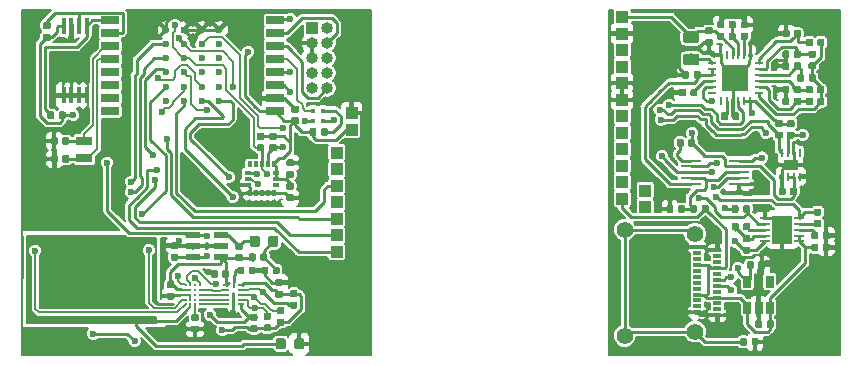
<source format=gtl>
G04 #@! TF.GenerationSoftware,KiCad,Pcbnew,5.0.2-bee76a0~70~ubuntu18.04.1*
G04 #@! TF.CreationDate,2019-05-16T13:06:06+01:00*
G04 #@! TF.ProjectId,HealthMonitor,4865616c-7468-44d6-9f6e-69746f722e6b,rev?*
G04 #@! TF.SameCoordinates,Original*
G04 #@! TF.FileFunction,Copper,L1,Top*
G04 #@! TF.FilePolarity,Positive*
%FSLAX46Y46*%
G04 Gerber Fmt 4.6, Leading zero omitted, Abs format (unit mm)*
G04 Created by KiCad (PCBNEW 5.0.2-bee76a0~70~ubuntu18.04.1) date Thu 16 May 2019 13:06:06 BST*
%MOMM*%
%LPD*%
G01*
G04 APERTURE LIST*
G04 #@! TA.AperFunction,ComponentPad*
%ADD10C,1.400000*%
G04 #@! TD*
G04 #@! TA.AperFunction,SMDPad,CuDef*
%ADD11R,0.700000X0.300000*%
G04 #@! TD*
G04 #@! TA.AperFunction,BGAPad,CuDef*
%ADD12C,0.230000*%
G04 #@! TD*
G04 #@! TA.AperFunction,Conductor*
%ADD13C,0.100000*%
G04 #@! TD*
G04 #@! TA.AperFunction,SMDPad,CuDef*
%ADD14C,0.875000*%
G04 #@! TD*
G04 #@! TA.AperFunction,SMDPad,CuDef*
%ADD15R,1.498600X0.698500*%
G04 #@! TD*
G04 #@! TA.AperFunction,BGAPad,CuDef*
%ADD16C,0.599440*%
G04 #@! TD*
G04 #@! TA.AperFunction,SMDPad,CuDef*
%ADD17R,0.510000X0.350000*%
G04 #@! TD*
G04 #@! TA.AperFunction,SMDPad,CuDef*
%ADD18R,0.350000X0.510000*%
G04 #@! TD*
G04 #@! TA.AperFunction,ComponentPad*
%ADD19R,1.000000X1.000000*%
G04 #@! TD*
G04 #@! TA.AperFunction,SMDPad,CuDef*
%ADD20R,0.450000X1.450000*%
G04 #@! TD*
G04 #@! TA.AperFunction,SMDPad,CuDef*
%ADD21C,0.590000*%
G04 #@! TD*
G04 #@! TA.AperFunction,SMDPad,CuDef*
%ADD22R,0.150000X0.250000*%
G04 #@! TD*
G04 #@! TA.AperFunction,SMDPad,CuDef*
%ADD23R,0.200000X0.600000*%
G04 #@! TD*
G04 #@! TA.AperFunction,SMDPad,CuDef*
%ADD24R,0.600000X0.200000*%
G04 #@! TD*
G04 #@! TA.AperFunction,ComponentPad*
%ADD25O,1.000000X1.000000*%
G04 #@! TD*
G04 #@! TA.AperFunction,SMDPad,CuDef*
%ADD26R,0.650000X1.060000*%
G04 #@! TD*
G04 #@! TA.AperFunction,SMDPad,CuDef*
%ADD27R,1.766799X0.290200*%
G04 #@! TD*
G04 #@! TA.AperFunction,SMDPad,CuDef*
%ADD28R,2.300000X2.300000*%
G04 #@! TD*
G04 #@! TA.AperFunction,SMDPad,CuDef*
%ADD29R,0.210000X0.799999*%
G04 #@! TD*
G04 #@! TA.AperFunction,SMDPad,CuDef*
%ADD30R,0.799999X0.210000*%
G04 #@! TD*
G04 #@! TA.AperFunction,SMDPad,CuDef*
%ADD31R,1.400000X0.750000*%
G04 #@! TD*
G04 #@! TA.AperFunction,SMDPad,CuDef*
%ADD32R,0.450000X0.450000*%
G04 #@! TD*
G04 #@! TA.AperFunction,SMDPad,CuDef*
%ADD33R,1.752600X2.489200*%
G04 #@! TD*
G04 #@! TA.AperFunction,SMDPad,CuDef*
%ADD34R,0.807999X0.224800*%
G04 #@! TD*
G04 #@! TA.AperFunction,SMDPad,CuDef*
%ADD35R,1.295400X0.889000*%
G04 #@! TD*
G04 #@! TA.AperFunction,SMDPad,CuDef*
%ADD36R,0.224800X0.706399*%
G04 #@! TD*
G04 #@! TA.AperFunction,SMDPad,CuDef*
%ADD37R,1.309599X0.568000*%
G04 #@! TD*
G04 #@! TA.AperFunction,SMDPad,CuDef*
%ADD38C,0.975000*%
G04 #@! TD*
G04 #@! TA.AperFunction,ViaPad*
%ADD39C,0.600000*%
G04 #@! TD*
G04 #@! TA.AperFunction,Conductor*
%ADD40C,0.250000*%
G04 #@! TD*
G04 #@! TA.AperFunction,Conductor*
%ADD41C,0.150000*%
G04 #@! TD*
G04 #@! TA.AperFunction,Conductor*
%ADD42C,0.200000*%
G04 #@! TD*
G04 APERTURE END LIST*
D10*
G04 #@! TO.P,J6,S1*
G04 #@! TO.N,Net-(FB1-Pad1)*
X159340000Y-115480000D03*
D11*
G04 #@! TO.P,J6,A1*
G04 #@! TO.N,GND*
X161250000Y-116860000D03*
G04 #@! TO.P,J6,A2*
G04 #@! TO.N,N/C*
X161250000Y-117360000D03*
G04 #@! TO.P,J6,A3*
X161250000Y-117860000D03*
G04 #@! TO.P,J6,A4*
G04 #@! TO.N,/power/USB_VBUS*
X161250000Y-118360000D03*
G04 #@! TO.P,J6,A5*
G04 #@! TO.N,Net-(J6-PadA5)*
X161250000Y-118860000D03*
G04 #@! TO.P,J6,A6*
G04 #@! TO.N,/programmer/D+*
X161250000Y-119360000D03*
G04 #@! TO.P,J6,A7*
G04 #@! TO.N,/programmer/D-*
X161250000Y-119860000D03*
G04 #@! TO.P,J6,A12*
G04 #@! TO.N,GND*
X161250000Y-122360000D03*
G04 #@! TO.P,J6,A10*
G04 #@! TO.N,N/C*
X161250000Y-121360000D03*
G04 #@! TO.P,J6,A9*
G04 #@! TO.N,/power/USB_VBUS*
X161250000Y-120860000D03*
G04 #@! TO.P,J6,A8*
G04 #@! TO.N,Net-(J6-PadA8)*
X161250000Y-120360000D03*
G04 #@! TO.P,J6,A11*
G04 #@! TO.N,N/C*
X161250000Y-121860000D03*
G04 #@! TO.P,J6,B1*
G04 #@! TO.N,GND*
X159550000Y-122110000D03*
D10*
G04 #@! TO.P,J6,S1*
G04 #@! TO.N,Net-(FB1-Pad1)*
X159340000Y-123740000D03*
X153390000Y-124100000D03*
X153390000Y-115120000D03*
D11*
G04 #@! TO.P,J6,B2*
G04 #@! TO.N,N/C*
X159550000Y-121610000D03*
G04 #@! TO.P,J6,B3*
X159550000Y-121110000D03*
G04 #@! TO.P,J6,B4*
G04 #@! TO.N,/power/USB_VBUS*
X159550000Y-120610000D03*
G04 #@! TO.P,J6,B5*
G04 #@! TO.N,Net-(J6-PadB5)*
X159550000Y-120110000D03*
G04 #@! TO.P,J6,B6*
G04 #@! TO.N,Net-(J6-PadB6)*
X159550000Y-119610000D03*
G04 #@! TO.P,J6,B7*
G04 #@! TO.N,Net-(J6-PadB7)*
X159550000Y-119110000D03*
G04 #@! TO.P,J6,B8*
G04 #@! TO.N,Net-(J6-PadB8)*
X159550000Y-118610000D03*
G04 #@! TO.P,J6,B9*
G04 #@! TO.N,/power/USB_VBUS*
X159550000Y-118110000D03*
G04 #@! TO.P,J6,B10*
G04 #@! TO.N,N/C*
X159550000Y-117610000D03*
G04 #@! TO.P,J6,B11*
X159550000Y-117110000D03*
G04 #@! TO.P,J6,B12*
G04 #@! TO.N,GND*
X159550000Y-116610000D03*
G04 #@! TD*
D12*
G04 #@! TO.P,U9,A1*
G04 #@! TO.N,+3V3*
X117415000Y-119840000D03*
G04 #@! TO.P,U9,A2*
G04 #@! TO.N,/MaxSensorComplete/SCLK*
X117415000Y-120240000D03*
G04 #@! TO.P,U9,A3*
G04 #@! TO.N,/MaxSensorComplete/SDO*
X117415000Y-120640000D03*
G04 #@! TO.P,U9,A4*
G04 #@! TO.N,/MaxSensorComplete/SDI*
X117415000Y-121040000D03*
G04 #@! TO.P,U9,A5*
G04 #@! TO.N,/MaxSensorComplete/CSB*
X117415000Y-121440000D03*
G04 #@! TO.P,U9,B1*
G04 #@! TO.N,Net-(U9-PadB1)*
X117015000Y-119840000D03*
G04 #@! TO.P,U9,B2*
G04 #@! TO.N,Net-(U9-PadB2)*
X117015000Y-120240000D03*
G04 #@! TO.P,U9,B3*
G04 #@! TO.N,Net-(U9-PadB3)*
X117015000Y-120640000D03*
G04 #@! TO.P,U9,B4*
G04 #@! TO.N,Net-(U9-PadB4)*
X117015000Y-121040000D03*
G04 #@! TO.P,U9,B5*
G04 #@! TO.N,Net-(C15-Pad1)*
X117015000Y-121440000D03*
G04 #@! TO.P,U9,C1*
G04 #@! TO.N,Net-(D7-Pad1)*
X116615000Y-119840000D03*
G04 #@! TO.P,U9,C2*
G04 #@! TO.N,/MaxSensorComplete/1.8V*
X116615000Y-120240000D03*
G04 #@! TO.P,U9,C3*
G04 #@! TO.N,GND*
X116615000Y-120640000D03*
G04 #@! TO.P,U9,C4*
X116615000Y-121040000D03*
G04 #@! TO.P,U9,C5*
G04 #@! TO.N,Net-(D6-Pad3)*
X116615000Y-121440000D03*
G04 #@! TO.P,U9,D1*
G04 #@! TO.N,Net-(D5-Pad1)*
X116215000Y-119840000D03*
G04 #@! TO.P,U9,D2*
G04 #@! TO.N,/MaxSensorComplete/1.8V*
X116215000Y-120240000D03*
G04 #@! TO.P,U9,D3*
G04 #@! TO.N,GND*
X116215000Y-120640000D03*
G04 #@! TO.P,U9,D4*
G04 #@! TO.N,Net-(D8-Pad1)*
X116215000Y-121040000D03*
G04 #@! TO.P,U9,D5*
G04 #@! TO.N,Net-(D6-Pad1)*
X116215000Y-121440000D03*
G04 #@! TD*
D13*
G04 #@! TO.N,Net-(D6-Pad3)*
G04 #@! TO.C,R36*
G36*
X124512691Y-124306053D02*
X124533926Y-124309203D01*
X124554750Y-124314419D01*
X124574962Y-124321651D01*
X124594368Y-124330830D01*
X124612781Y-124341866D01*
X124630024Y-124354654D01*
X124645930Y-124369070D01*
X124660346Y-124384976D01*
X124673134Y-124402219D01*
X124684170Y-124420632D01*
X124693349Y-124440038D01*
X124700581Y-124460250D01*
X124705797Y-124481074D01*
X124708947Y-124502309D01*
X124710000Y-124523750D01*
X124710000Y-125036250D01*
X124708947Y-125057691D01*
X124705797Y-125078926D01*
X124700581Y-125099750D01*
X124693349Y-125119962D01*
X124684170Y-125139368D01*
X124673134Y-125157781D01*
X124660346Y-125175024D01*
X124645930Y-125190930D01*
X124630024Y-125205346D01*
X124612781Y-125218134D01*
X124594368Y-125229170D01*
X124574962Y-125238349D01*
X124554750Y-125245581D01*
X124533926Y-125250797D01*
X124512691Y-125253947D01*
X124491250Y-125255000D01*
X124053750Y-125255000D01*
X124032309Y-125253947D01*
X124011074Y-125250797D01*
X123990250Y-125245581D01*
X123970038Y-125238349D01*
X123950632Y-125229170D01*
X123932219Y-125218134D01*
X123914976Y-125205346D01*
X123899070Y-125190930D01*
X123884654Y-125175024D01*
X123871866Y-125157781D01*
X123860830Y-125139368D01*
X123851651Y-125119962D01*
X123844419Y-125099750D01*
X123839203Y-125078926D01*
X123836053Y-125057691D01*
X123835000Y-125036250D01*
X123835000Y-124523750D01*
X123836053Y-124502309D01*
X123839203Y-124481074D01*
X123844419Y-124460250D01*
X123851651Y-124440038D01*
X123860830Y-124420632D01*
X123871866Y-124402219D01*
X123884654Y-124384976D01*
X123899070Y-124369070D01*
X123914976Y-124354654D01*
X123932219Y-124341866D01*
X123950632Y-124330830D01*
X123970038Y-124321651D01*
X123990250Y-124314419D01*
X124011074Y-124309203D01*
X124032309Y-124306053D01*
X124053750Y-124305000D01*
X124491250Y-124305000D01*
X124512691Y-124306053D01*
X124512691Y-124306053D01*
G37*
D14*
G04 #@! TD*
G04 #@! TO.P,R36,1*
G04 #@! TO.N,Net-(D6-Pad3)*
X124272500Y-124780000D03*
D13*
G04 #@! TO.N,GND*
G04 #@! TO.C,R36*
G36*
X126087691Y-124306053D02*
X126108926Y-124309203D01*
X126129750Y-124314419D01*
X126149962Y-124321651D01*
X126169368Y-124330830D01*
X126187781Y-124341866D01*
X126205024Y-124354654D01*
X126220930Y-124369070D01*
X126235346Y-124384976D01*
X126248134Y-124402219D01*
X126259170Y-124420632D01*
X126268349Y-124440038D01*
X126275581Y-124460250D01*
X126280797Y-124481074D01*
X126283947Y-124502309D01*
X126285000Y-124523750D01*
X126285000Y-125036250D01*
X126283947Y-125057691D01*
X126280797Y-125078926D01*
X126275581Y-125099750D01*
X126268349Y-125119962D01*
X126259170Y-125139368D01*
X126248134Y-125157781D01*
X126235346Y-125175024D01*
X126220930Y-125190930D01*
X126205024Y-125205346D01*
X126187781Y-125218134D01*
X126169368Y-125229170D01*
X126149962Y-125238349D01*
X126129750Y-125245581D01*
X126108926Y-125250797D01*
X126087691Y-125253947D01*
X126066250Y-125255000D01*
X125628750Y-125255000D01*
X125607309Y-125253947D01*
X125586074Y-125250797D01*
X125565250Y-125245581D01*
X125545038Y-125238349D01*
X125525632Y-125229170D01*
X125507219Y-125218134D01*
X125489976Y-125205346D01*
X125474070Y-125190930D01*
X125459654Y-125175024D01*
X125446866Y-125157781D01*
X125435830Y-125139368D01*
X125426651Y-125119962D01*
X125419419Y-125099750D01*
X125414203Y-125078926D01*
X125411053Y-125057691D01*
X125410000Y-125036250D01*
X125410000Y-124523750D01*
X125411053Y-124502309D01*
X125414203Y-124481074D01*
X125419419Y-124460250D01*
X125426651Y-124440038D01*
X125435830Y-124420632D01*
X125446866Y-124402219D01*
X125459654Y-124384976D01*
X125474070Y-124369070D01*
X125489976Y-124354654D01*
X125507219Y-124341866D01*
X125525632Y-124330830D01*
X125545038Y-124321651D01*
X125565250Y-124314419D01*
X125586074Y-124309203D01*
X125607309Y-124306053D01*
X125628750Y-124305000D01*
X126066250Y-124305000D01*
X126087691Y-124306053D01*
X126087691Y-124306053D01*
G37*
D14*
G04 #@! TD*
G04 #@! TO.P,R36,2*
G04 #@! TO.N,GND*
X125847500Y-124780000D03*
D15*
G04 #@! TO.P,U11,P$1*
G04 #@! TO.N,Net-(R32-Pad2)*
X109825000Y-97401440D03*
G04 #@! TO.P,U11,P$2*
G04 #@! TO.N,Net-(R33-Pad2)*
X109825000Y-98501260D03*
G04 #@! TO.P,U11,P$3*
G04 #@! TO.N,Net-(C18-Pad1)*
X109825000Y-99601080D03*
G04 #@! TO.P,U11,P$4*
G04 #@! TO.N,Net-(C19-Pad1)*
X109825000Y-100700900D03*
G04 #@! TO.P,U11,P$5*
G04 #@! TO.N,Net-(U11-PadP$5)*
X109825000Y-101800720D03*
G04 #@! TO.P,U11,P$6*
G04 #@! TO.N,Net-(U11-PadP$6)*
X109825000Y-102900540D03*
G04 #@! TO.P,U11,P$7*
G04 #@! TO.N,Net-(U11-PadP$7)*
X109825000Y-104000360D03*
G04 #@! TO.P,U11,P$8*
G04 #@! TO.N,Net-(U11-PadP$8)*
X109825000Y-105100180D03*
G04 #@! TO.P,U11,P$9*
G04 #@! TO.N,+3V3*
X123822940Y-105100180D03*
G04 #@! TO.P,U11,P$10*
G04 #@! TO.N,GND*
X123822940Y-104000360D03*
G04 #@! TO.P,U11,P$11*
G04 #@! TO.N,Net-(D4-Pad2)*
X123822940Y-102900540D03*
G04 #@! TO.P,U11,P$12*
G04 #@! TO.N,/SoC/P18*
X123822940Y-101800720D03*
G04 #@! TO.P,U11,P$13*
G04 #@! TO.N,Net-(D4-Pad4)*
X123822940Y-100700900D03*
G04 #@! TO.P,U11,P$14*
G04 #@! TO.N,/SoC/P21*
X123822940Y-99601080D03*
G04 #@! TO.P,U11,P$15*
G04 #@! TO.N,/SoC/SWCLK*
X123822940Y-98501260D03*
G04 #@! TO.P,U11,P$16*
G04 #@! TO.N,/SoC/SWDIO*
X123822940Y-97401440D03*
D16*
G04 #@! TO.P,U11,P$A0*
G04 #@! TO.N,GND*
X114574800Y-98201540D03*
G04 #@! TO.P,U11,P$A1*
G04 #@! TO.N,/SoC/SCLK*
X114574800Y-99400420D03*
G04 #@! TO.P,U11,P$A2*
G04 #@! TO.N,/SoC/SDO*
X114574800Y-100601840D03*
G04 #@! TO.P,U11,P$A3*
G04 #@! TO.N,/SoC/SDI*
X114574800Y-101800720D03*
G04 #@! TO.P,U11,P$A4*
G04 #@! TO.N,/SoC/CSB*
X114574800Y-103002140D03*
G04 #@! TO.P,U11,P$A5*
G04 #@! TO.N,Net-(U11-PadP$A5)*
X114574800Y-104201020D03*
G04 #@! TO.P,U11,P$B0*
G04 #@! TO.N,GND*
X116073400Y-98201540D03*
G04 #@! TO.P,U11,P$B1*
G04 #@! TO.N,/SCL*
X116073400Y-99400420D03*
G04 #@! TO.P,U11,P$B2*
G04 #@! TO.N,/SDA*
X116073400Y-100601840D03*
G04 #@! TO.P,U11,P$B3*
G04 #@! TO.N,/IMU_INT1*
X116073400Y-101800720D03*
G04 #@! TO.P,U11,P$B4*
G04 #@! TO.N,/IMU_INT2*
X116073400Y-103002140D03*
G04 #@! TO.P,U11,P$B5*
G04 #@! TO.N,/DIS_SW*
X116073400Y-104201020D03*
G04 #@! TO.P,U11,P$C0*
G04 #@! TO.N,GND*
X117574540Y-98201540D03*
G04 #@! TO.P,U11,P$C1*
G04 #@! TO.N,/BAT_CHRG*
X117574540Y-99400420D03*
G04 #@! TO.P,U11,P$C2*
G04 #@! TO.N,/SoC/GPIO4*
X117574540Y-100601840D03*
G04 #@! TO.P,U11,P$C3*
G04 #@! TO.N,/OXY_INT*
X117574540Y-101800720D03*
G04 #@! TO.P,U11,P$C4*
G04 #@! TO.N,/BVP_INT*
X117574540Y-103002140D03*
G04 #@! TO.P,U11,P$C5*
G04 #@! TO.N,/programmer/TX*
X117574540Y-104201020D03*
G04 #@! TO.P,U11,P$D0*
G04 #@! TO.N,GND*
X119073140Y-98201540D03*
G04 #@! TO.P,U11,P$D1*
G04 #@! TO.N,Net-(U11-PadP$D1)*
X119073140Y-99400420D03*
G04 #@! TO.P,U11,P$D2*
G04 #@! TO.N,Net-(U11-PadP$D2)*
X119073140Y-100601840D03*
G04 #@! TO.P,U11,P$D3*
G04 #@! TO.N,Net-(U11-PadP$D3)*
X119073140Y-101800720D03*
G04 #@! TO.P,U11,P$D4*
G04 #@! TO.N,Net-(U11-PadP$D4)*
X119073140Y-103002140D03*
G04 #@! TO.P,U11,P$D5*
G04 #@! TO.N,/programmer/RX*
X119073140Y-104201020D03*
G04 #@! TD*
D17*
G04 #@! TO.P,U6,16*
G04 #@! TO.N,+3V3*
X123885000Y-110300000D03*
G04 #@! TO.P,U6,15*
X123885000Y-110800000D03*
G04 #@! TO.P,U6,14*
G04 #@! TO.N,Net-(U6-Pad14)*
X123885000Y-111300000D03*
D18*
G04 #@! TO.P,U6,13*
G04 #@! TO.N,GND*
X123675000Y-112010000D03*
G04 #@! TO.P,U6,12*
X123175000Y-112010000D03*
G04 #@! TO.P,U6,11*
X122675000Y-112010000D03*
G04 #@! TO.P,U6,10*
X122175000Y-112010000D03*
G04 #@! TO.P,U6,9*
X121675000Y-112010000D03*
D17*
G04 #@! TO.P,U6,8*
X121465000Y-111300000D03*
G04 #@! TO.P,U6,7*
G04 #@! TO.N,/IMU_INT2*
X121465000Y-110800000D03*
G04 #@! TO.P,U6,6*
G04 #@! TO.N,/IMU_INT1*
X121465000Y-110300000D03*
D18*
G04 #@! TO.P,U6,5*
G04 #@! TO.N,/IMUSensor/CS*
X121675000Y-109590000D03*
G04 #@! TO.P,U6,4*
G04 #@! TO.N,/IMUSensor/SDO-SA0*
X122175000Y-109590000D03*
G04 #@! TO.P,U6,3*
G04 #@! TO.N,/SDA*
X122675000Y-109590000D03*
G04 #@! TO.P,U6,2*
G04 #@! TO.N,/SCL*
X123175000Y-109590000D03*
G04 #@! TO.P,U6,1*
G04 #@! TO.N,+3V3*
X123675000Y-109590000D03*
G04 #@! TD*
D19*
G04 #@! TO.P,J25,1*
G04 #@! TO.N,/DIS_SW*
X129030000Y-111400000D03*
G04 #@! TD*
G04 #@! TO.P,J17,1*
G04 #@! TO.N,/power/USB_VBUS*
X129030000Y-114200000D03*
G04 #@! TD*
G04 #@! TO.P,J18,1*
G04 #@! TO.N,/programmer/D+*
X129030000Y-115600000D03*
G04 #@! TD*
G04 #@! TO.P,J19,1*
G04 #@! TO.N,/programmer/D-*
X129030000Y-117000000D03*
G04 #@! TD*
G04 #@! TO.P,J20,1*
G04 #@! TO.N,/SDA*
X129030000Y-110000000D03*
G04 #@! TD*
G04 #@! TO.P,J21,1*
G04 #@! TO.N,/SCL*
X129030000Y-108600000D03*
G04 #@! TD*
G04 #@! TO.P,J22,1*
G04 #@! TO.N,+3V3*
X130280000Y-106660000D03*
G04 #@! TD*
G04 #@! TO.P,J23,1*
G04 #@! TO.N,GND*
X130280000Y-105260000D03*
G04 #@! TD*
G04 #@! TO.P,J24,1*
G04 #@! TO.N,/BAT_CHRG*
X129030000Y-112800000D03*
G04 #@! TD*
D20*
G04 #@! TO.P,U10,8*
G04 #@! TO.N,+3V3*
X105900000Y-97850000D03*
G04 #@! TO.P,U10,7*
G04 #@! TO.N,GND*
X106550000Y-97850000D03*
G04 #@! TO.P,U10,6*
G04 #@! TO.N,Net-(R33-Pad2)*
X107200000Y-97850000D03*
G04 #@! TO.P,U10,5*
G04 #@! TO.N,Net-(R32-Pad2)*
X107850000Y-97850000D03*
G04 #@! TO.P,U10,4*
G04 #@! TO.N,GND*
X107850000Y-103750000D03*
G04 #@! TO.P,U10,3*
X107200000Y-103750000D03*
G04 #@! TO.P,U10,2*
X106550000Y-103750000D03*
G04 #@! TO.P,U10,1*
X105900000Y-103750000D03*
G04 #@! TD*
D13*
G04 #@! TO.N,Net-(R32-Pad2)*
G04 #@! TO.C,R32*
G36*
X104976958Y-105105710D02*
X104991276Y-105107834D01*
X105005317Y-105111351D01*
X105018946Y-105116228D01*
X105032031Y-105122417D01*
X105044447Y-105129858D01*
X105056073Y-105138481D01*
X105066798Y-105148202D01*
X105076519Y-105158927D01*
X105085142Y-105170553D01*
X105092583Y-105182969D01*
X105098772Y-105196054D01*
X105103649Y-105209683D01*
X105107166Y-105223724D01*
X105109290Y-105238042D01*
X105110000Y-105252500D01*
X105110000Y-105597500D01*
X105109290Y-105611958D01*
X105107166Y-105626276D01*
X105103649Y-105640317D01*
X105098772Y-105653946D01*
X105092583Y-105667031D01*
X105085142Y-105679447D01*
X105076519Y-105691073D01*
X105066798Y-105701798D01*
X105056073Y-105711519D01*
X105044447Y-105720142D01*
X105032031Y-105727583D01*
X105018946Y-105733772D01*
X105005317Y-105738649D01*
X104991276Y-105742166D01*
X104976958Y-105744290D01*
X104962500Y-105745000D01*
X104667500Y-105745000D01*
X104653042Y-105744290D01*
X104638724Y-105742166D01*
X104624683Y-105738649D01*
X104611054Y-105733772D01*
X104597969Y-105727583D01*
X104585553Y-105720142D01*
X104573927Y-105711519D01*
X104563202Y-105701798D01*
X104553481Y-105691073D01*
X104544858Y-105679447D01*
X104537417Y-105667031D01*
X104531228Y-105653946D01*
X104526351Y-105640317D01*
X104522834Y-105626276D01*
X104520710Y-105611958D01*
X104520000Y-105597500D01*
X104520000Y-105252500D01*
X104520710Y-105238042D01*
X104522834Y-105223724D01*
X104526351Y-105209683D01*
X104531228Y-105196054D01*
X104537417Y-105182969D01*
X104544858Y-105170553D01*
X104553481Y-105158927D01*
X104563202Y-105148202D01*
X104573927Y-105138481D01*
X104585553Y-105129858D01*
X104597969Y-105122417D01*
X104611054Y-105116228D01*
X104624683Y-105111351D01*
X104638724Y-105107834D01*
X104653042Y-105105710D01*
X104667500Y-105105000D01*
X104962500Y-105105000D01*
X104976958Y-105105710D01*
X104976958Y-105105710D01*
G37*
D21*
G04 #@! TD*
G04 #@! TO.P,R32,2*
G04 #@! TO.N,Net-(R32-Pad2)*
X104815000Y-105425000D03*
D13*
G04 #@! TO.N,+3V3*
G04 #@! TO.C,R32*
G36*
X105946958Y-105105710D02*
X105961276Y-105107834D01*
X105975317Y-105111351D01*
X105988946Y-105116228D01*
X106002031Y-105122417D01*
X106014447Y-105129858D01*
X106026073Y-105138481D01*
X106036798Y-105148202D01*
X106046519Y-105158927D01*
X106055142Y-105170553D01*
X106062583Y-105182969D01*
X106068772Y-105196054D01*
X106073649Y-105209683D01*
X106077166Y-105223724D01*
X106079290Y-105238042D01*
X106080000Y-105252500D01*
X106080000Y-105597500D01*
X106079290Y-105611958D01*
X106077166Y-105626276D01*
X106073649Y-105640317D01*
X106068772Y-105653946D01*
X106062583Y-105667031D01*
X106055142Y-105679447D01*
X106046519Y-105691073D01*
X106036798Y-105701798D01*
X106026073Y-105711519D01*
X106014447Y-105720142D01*
X106002031Y-105727583D01*
X105988946Y-105733772D01*
X105975317Y-105738649D01*
X105961276Y-105742166D01*
X105946958Y-105744290D01*
X105932500Y-105745000D01*
X105637500Y-105745000D01*
X105623042Y-105744290D01*
X105608724Y-105742166D01*
X105594683Y-105738649D01*
X105581054Y-105733772D01*
X105567969Y-105727583D01*
X105555553Y-105720142D01*
X105543927Y-105711519D01*
X105533202Y-105701798D01*
X105523481Y-105691073D01*
X105514858Y-105679447D01*
X105507417Y-105667031D01*
X105501228Y-105653946D01*
X105496351Y-105640317D01*
X105492834Y-105626276D01*
X105490710Y-105611958D01*
X105490000Y-105597500D01*
X105490000Y-105252500D01*
X105490710Y-105238042D01*
X105492834Y-105223724D01*
X105496351Y-105209683D01*
X105501228Y-105196054D01*
X105507417Y-105182969D01*
X105514858Y-105170553D01*
X105523481Y-105158927D01*
X105533202Y-105148202D01*
X105543927Y-105138481D01*
X105555553Y-105129858D01*
X105567969Y-105122417D01*
X105581054Y-105116228D01*
X105594683Y-105111351D01*
X105608724Y-105107834D01*
X105623042Y-105105710D01*
X105637500Y-105105000D01*
X105932500Y-105105000D01*
X105946958Y-105105710D01*
X105946958Y-105105710D01*
G37*
D21*
G04 #@! TD*
G04 #@! TO.P,R32,1*
G04 #@! TO.N,+3V3*
X105785000Y-105425000D03*
D22*
G04 #@! TO.P,U7,1*
G04 #@! TO.N,/MaxSensorComplete/1.8V*
X119865000Y-119665000D03*
D23*
G04 #@! TO.P,U7,12*
G04 #@! TO.N,Net-(R26-Pad2)*
X120290000Y-119840000D03*
D24*
G04 #@! TO.P,U7,11*
G04 #@! TO.N,+3V3*
X120940000Y-119840000D03*
G04 #@! TO.P,U7,10*
G04 #@! TO.N,/SoC/SCLK*
X120940000Y-120240000D03*
G04 #@! TO.P,U7,9*
G04 #@! TO.N,/SoC/SDO*
X120940000Y-120640000D03*
G04 #@! TO.P,U7,8*
G04 #@! TO.N,/SoC/SDI*
X120940000Y-121040000D03*
G04 #@! TO.P,U7,7*
G04 #@! TO.N,/SoC/CSB*
X120940000Y-121440000D03*
D23*
G04 #@! TO.P,U7,6*
G04 #@! TO.N,GND*
X120290000Y-121440000D03*
D24*
G04 #@! TO.P,U7,5*
G04 #@! TO.N,/MaxSensorComplete/CSB*
X119640000Y-121440000D03*
G04 #@! TO.P,U7,4*
G04 #@! TO.N,/MaxSensorComplete/SDI*
X119640000Y-121040000D03*
G04 #@! TO.P,U7,3*
G04 #@! TO.N,/MaxSensorComplete/SDO*
X119640000Y-120640000D03*
G04 #@! TO.P,U7,2*
G04 #@! TO.N,/MaxSensorComplete/SCLK*
X119640000Y-120240000D03*
G04 #@! TO.P,U7,1*
G04 #@! TO.N,/MaxSensorComplete/1.8V*
X119640000Y-119840000D03*
G04 #@! TD*
D25*
G04 #@! TO.P,J7,10*
G04 #@! TO.N,/SoC/P21*
X128220000Y-103130000D03*
G04 #@! TO.P,J7,9*
G04 #@! TO.N,GND*
X126950000Y-103130000D03*
G04 #@! TO.P,J7,8*
G04 #@! TO.N,Net-(J7-Pad8)*
X128220000Y-101860000D03*
G04 #@! TO.P,J7,7*
G04 #@! TO.N,Net-(J7-Pad7)*
X126950000Y-101860000D03*
G04 #@! TO.P,J7,6*
G04 #@! TO.N,/SoC/P18*
X128220000Y-100590000D03*
G04 #@! TO.P,J7,5*
G04 #@! TO.N,GND*
X126950000Y-100590000D03*
G04 #@! TO.P,J7,4*
G04 #@! TO.N,/SoC/SWCLK*
X128220000Y-99320000D03*
G04 #@! TO.P,J7,3*
G04 #@! TO.N,GND*
X126950000Y-99320000D03*
G04 #@! TO.P,J7,2*
G04 #@! TO.N,/SoC/SWDIO*
X128220000Y-98050000D03*
D19*
G04 #@! TO.P,J7,1*
G04 #@! TO.N,+3V3*
X126950000Y-98050000D03*
G04 #@! TD*
D13*
G04 #@! TO.N,GND*
G04 #@! TO.C,C26*
G36*
X115136958Y-120440710D02*
X115151276Y-120442834D01*
X115165317Y-120446351D01*
X115178946Y-120451228D01*
X115192031Y-120457417D01*
X115204447Y-120464858D01*
X115216073Y-120473481D01*
X115226798Y-120483202D01*
X115236519Y-120493927D01*
X115245142Y-120505553D01*
X115252583Y-120517969D01*
X115258772Y-120531054D01*
X115263649Y-120544683D01*
X115267166Y-120558724D01*
X115269290Y-120573042D01*
X115270000Y-120587500D01*
X115270000Y-120882500D01*
X115269290Y-120896958D01*
X115267166Y-120911276D01*
X115263649Y-120925317D01*
X115258772Y-120938946D01*
X115252583Y-120952031D01*
X115245142Y-120964447D01*
X115236519Y-120976073D01*
X115226798Y-120986798D01*
X115216073Y-120996519D01*
X115204447Y-121005142D01*
X115192031Y-121012583D01*
X115178946Y-121018772D01*
X115165317Y-121023649D01*
X115151276Y-121027166D01*
X115136958Y-121029290D01*
X115122500Y-121030000D01*
X114777500Y-121030000D01*
X114763042Y-121029290D01*
X114748724Y-121027166D01*
X114734683Y-121023649D01*
X114721054Y-121018772D01*
X114707969Y-121012583D01*
X114695553Y-121005142D01*
X114683927Y-120996519D01*
X114673202Y-120986798D01*
X114663481Y-120976073D01*
X114654858Y-120964447D01*
X114647417Y-120952031D01*
X114641228Y-120938946D01*
X114636351Y-120925317D01*
X114632834Y-120911276D01*
X114630710Y-120896958D01*
X114630000Y-120882500D01*
X114630000Y-120587500D01*
X114630710Y-120573042D01*
X114632834Y-120558724D01*
X114636351Y-120544683D01*
X114641228Y-120531054D01*
X114647417Y-120517969D01*
X114654858Y-120505553D01*
X114663481Y-120493927D01*
X114673202Y-120483202D01*
X114683927Y-120473481D01*
X114695553Y-120464858D01*
X114707969Y-120457417D01*
X114721054Y-120451228D01*
X114734683Y-120446351D01*
X114748724Y-120442834D01*
X114763042Y-120440710D01*
X114777500Y-120440000D01*
X115122500Y-120440000D01*
X115136958Y-120440710D01*
X115136958Y-120440710D01*
G37*
D21*
G04 #@! TD*
G04 #@! TO.P,C26,2*
G04 #@! TO.N,GND*
X114950000Y-120735000D03*
D13*
G04 #@! TO.N,/MaxSensorComplete/1.8V*
G04 #@! TO.C,C26*
G36*
X115136958Y-119470710D02*
X115151276Y-119472834D01*
X115165317Y-119476351D01*
X115178946Y-119481228D01*
X115192031Y-119487417D01*
X115204447Y-119494858D01*
X115216073Y-119503481D01*
X115226798Y-119513202D01*
X115236519Y-119523927D01*
X115245142Y-119535553D01*
X115252583Y-119547969D01*
X115258772Y-119561054D01*
X115263649Y-119574683D01*
X115267166Y-119588724D01*
X115269290Y-119603042D01*
X115270000Y-119617500D01*
X115270000Y-119912500D01*
X115269290Y-119926958D01*
X115267166Y-119941276D01*
X115263649Y-119955317D01*
X115258772Y-119968946D01*
X115252583Y-119982031D01*
X115245142Y-119994447D01*
X115236519Y-120006073D01*
X115226798Y-120016798D01*
X115216073Y-120026519D01*
X115204447Y-120035142D01*
X115192031Y-120042583D01*
X115178946Y-120048772D01*
X115165317Y-120053649D01*
X115151276Y-120057166D01*
X115136958Y-120059290D01*
X115122500Y-120060000D01*
X114777500Y-120060000D01*
X114763042Y-120059290D01*
X114748724Y-120057166D01*
X114734683Y-120053649D01*
X114721054Y-120048772D01*
X114707969Y-120042583D01*
X114695553Y-120035142D01*
X114683927Y-120026519D01*
X114673202Y-120016798D01*
X114663481Y-120006073D01*
X114654858Y-119994447D01*
X114647417Y-119982031D01*
X114641228Y-119968946D01*
X114636351Y-119955317D01*
X114632834Y-119941276D01*
X114630710Y-119926958D01*
X114630000Y-119912500D01*
X114630000Y-119617500D01*
X114630710Y-119603042D01*
X114632834Y-119588724D01*
X114636351Y-119574683D01*
X114641228Y-119561054D01*
X114647417Y-119547969D01*
X114654858Y-119535553D01*
X114663481Y-119523927D01*
X114673202Y-119513202D01*
X114683927Y-119503481D01*
X114695553Y-119494858D01*
X114707969Y-119487417D01*
X114721054Y-119481228D01*
X114734683Y-119476351D01*
X114748724Y-119472834D01*
X114763042Y-119470710D01*
X114777500Y-119470000D01*
X115122500Y-119470000D01*
X115136958Y-119470710D01*
X115136958Y-119470710D01*
G37*
D21*
G04 #@! TD*
G04 #@! TO.P,C26,1*
G04 #@! TO.N,/MaxSensorComplete/1.8V*
X114950000Y-119765000D03*
D19*
G04 #@! TO.P,J16,1*
G04 #@! TO.N,/power/USB_VBUS*
X153180000Y-112510000D03*
G04 #@! TD*
G04 #@! TO.P,J15,1*
G04 #@! TO.N,/programmer/D-*
X155130000Y-113210000D03*
G04 #@! TD*
G04 #@! TO.P,J14,1*
G04 #@! TO.N,/programmer/D+*
X155130000Y-111810000D03*
G04 #@! TD*
D13*
G04 #@! TO.N,/power/B_CONN*
G04 #@! TO.C,R6*
G36*
X159406958Y-113040710D02*
X159421276Y-113042834D01*
X159435317Y-113046351D01*
X159448946Y-113051228D01*
X159462031Y-113057417D01*
X159474447Y-113064858D01*
X159486073Y-113073481D01*
X159496798Y-113083202D01*
X159506519Y-113093927D01*
X159515142Y-113105553D01*
X159522583Y-113117969D01*
X159528772Y-113131054D01*
X159533649Y-113144683D01*
X159537166Y-113158724D01*
X159539290Y-113173042D01*
X159540000Y-113187500D01*
X159540000Y-113532500D01*
X159539290Y-113546958D01*
X159537166Y-113561276D01*
X159533649Y-113575317D01*
X159528772Y-113588946D01*
X159522583Y-113602031D01*
X159515142Y-113614447D01*
X159506519Y-113626073D01*
X159496798Y-113636798D01*
X159486073Y-113646519D01*
X159474447Y-113655142D01*
X159462031Y-113662583D01*
X159448946Y-113668772D01*
X159435317Y-113673649D01*
X159421276Y-113677166D01*
X159406958Y-113679290D01*
X159392500Y-113680000D01*
X159097500Y-113680000D01*
X159083042Y-113679290D01*
X159068724Y-113677166D01*
X159054683Y-113673649D01*
X159041054Y-113668772D01*
X159027969Y-113662583D01*
X159015553Y-113655142D01*
X159003927Y-113646519D01*
X158993202Y-113636798D01*
X158983481Y-113626073D01*
X158974858Y-113614447D01*
X158967417Y-113602031D01*
X158961228Y-113588946D01*
X158956351Y-113575317D01*
X158952834Y-113561276D01*
X158950710Y-113546958D01*
X158950000Y-113532500D01*
X158950000Y-113187500D01*
X158950710Y-113173042D01*
X158952834Y-113158724D01*
X158956351Y-113144683D01*
X158961228Y-113131054D01*
X158967417Y-113117969D01*
X158974858Y-113105553D01*
X158983481Y-113093927D01*
X158993202Y-113083202D01*
X159003927Y-113073481D01*
X159015553Y-113064858D01*
X159027969Y-113057417D01*
X159041054Y-113051228D01*
X159054683Y-113046351D01*
X159068724Y-113042834D01*
X159083042Y-113040710D01*
X159097500Y-113040000D01*
X159392500Y-113040000D01*
X159406958Y-113040710D01*
X159406958Y-113040710D01*
G37*
D21*
G04 #@! TD*
G04 #@! TO.P,R6,2*
G04 #@! TO.N,/power/B_CONN*
X159245000Y-113360000D03*
D13*
G04 #@! TO.N,/power/USB_VBUS*
G04 #@! TO.C,R6*
G36*
X160376958Y-113040710D02*
X160391276Y-113042834D01*
X160405317Y-113046351D01*
X160418946Y-113051228D01*
X160432031Y-113057417D01*
X160444447Y-113064858D01*
X160456073Y-113073481D01*
X160466798Y-113083202D01*
X160476519Y-113093927D01*
X160485142Y-113105553D01*
X160492583Y-113117969D01*
X160498772Y-113131054D01*
X160503649Y-113144683D01*
X160507166Y-113158724D01*
X160509290Y-113173042D01*
X160510000Y-113187500D01*
X160510000Y-113532500D01*
X160509290Y-113546958D01*
X160507166Y-113561276D01*
X160503649Y-113575317D01*
X160498772Y-113588946D01*
X160492583Y-113602031D01*
X160485142Y-113614447D01*
X160476519Y-113626073D01*
X160466798Y-113636798D01*
X160456073Y-113646519D01*
X160444447Y-113655142D01*
X160432031Y-113662583D01*
X160418946Y-113668772D01*
X160405317Y-113673649D01*
X160391276Y-113677166D01*
X160376958Y-113679290D01*
X160362500Y-113680000D01*
X160067500Y-113680000D01*
X160053042Y-113679290D01*
X160038724Y-113677166D01*
X160024683Y-113673649D01*
X160011054Y-113668772D01*
X159997969Y-113662583D01*
X159985553Y-113655142D01*
X159973927Y-113646519D01*
X159963202Y-113636798D01*
X159953481Y-113626073D01*
X159944858Y-113614447D01*
X159937417Y-113602031D01*
X159931228Y-113588946D01*
X159926351Y-113575317D01*
X159922834Y-113561276D01*
X159920710Y-113546958D01*
X159920000Y-113532500D01*
X159920000Y-113187500D01*
X159920710Y-113173042D01*
X159922834Y-113158724D01*
X159926351Y-113144683D01*
X159931228Y-113131054D01*
X159937417Y-113117969D01*
X159944858Y-113105553D01*
X159953481Y-113093927D01*
X159963202Y-113083202D01*
X159973927Y-113073481D01*
X159985553Y-113064858D01*
X159997969Y-113057417D01*
X160011054Y-113051228D01*
X160024683Y-113046351D01*
X160038724Y-113042834D01*
X160053042Y-113040710D01*
X160067500Y-113040000D01*
X160362500Y-113040000D01*
X160376958Y-113040710D01*
X160376958Y-113040710D01*
G37*
D21*
G04 #@! TD*
G04 #@! TO.P,R6,1*
G04 #@! TO.N,/power/USB_VBUS*
X160215000Y-113360000D03*
D19*
G04 #@! TO.P,J8,1*
G04 #@! TO.N,+3V3*
X153180000Y-105510000D03*
G04 #@! TD*
G04 #@! TO.P,J10,1*
G04 #@! TO.N,/SDA*
X153180000Y-108310000D03*
G04 #@! TD*
G04 #@! TO.P,J11,1*
G04 #@! TO.N,/SCL*
X153180000Y-106910000D03*
G04 #@! TD*
G04 #@! TO.P,J13,1*
G04 #@! TO.N,/BAT_CHRG*
X153180000Y-111110000D03*
G04 #@! TD*
G04 #@! TO.P,J12,1*
G04 #@! TO.N,/DIS_SW*
X153180000Y-109710000D03*
G04 #@! TD*
G04 #@! TO.P,J9,1*
G04 #@! TO.N,GND*
X153180000Y-104110000D03*
G04 #@! TD*
D13*
G04 #@! TO.N,GND*
G04 #@! TO.C,C24*
G36*
X164906958Y-122790710D02*
X164921276Y-122792834D01*
X164935317Y-122796351D01*
X164948946Y-122801228D01*
X164962031Y-122807417D01*
X164974447Y-122814858D01*
X164986073Y-122823481D01*
X164996798Y-122833202D01*
X165006519Y-122843927D01*
X165015142Y-122855553D01*
X165022583Y-122867969D01*
X165028772Y-122881054D01*
X165033649Y-122894683D01*
X165037166Y-122908724D01*
X165039290Y-122923042D01*
X165040000Y-122937500D01*
X165040000Y-123282500D01*
X165039290Y-123296958D01*
X165037166Y-123311276D01*
X165033649Y-123325317D01*
X165028772Y-123338946D01*
X165022583Y-123352031D01*
X165015142Y-123364447D01*
X165006519Y-123376073D01*
X164996798Y-123386798D01*
X164986073Y-123396519D01*
X164974447Y-123405142D01*
X164962031Y-123412583D01*
X164948946Y-123418772D01*
X164935317Y-123423649D01*
X164921276Y-123427166D01*
X164906958Y-123429290D01*
X164892500Y-123430000D01*
X164597500Y-123430000D01*
X164583042Y-123429290D01*
X164568724Y-123427166D01*
X164554683Y-123423649D01*
X164541054Y-123418772D01*
X164527969Y-123412583D01*
X164515553Y-123405142D01*
X164503927Y-123396519D01*
X164493202Y-123386798D01*
X164483481Y-123376073D01*
X164474858Y-123364447D01*
X164467417Y-123352031D01*
X164461228Y-123338946D01*
X164456351Y-123325317D01*
X164452834Y-123311276D01*
X164450710Y-123296958D01*
X164450000Y-123282500D01*
X164450000Y-122937500D01*
X164450710Y-122923042D01*
X164452834Y-122908724D01*
X164456351Y-122894683D01*
X164461228Y-122881054D01*
X164467417Y-122867969D01*
X164474858Y-122855553D01*
X164483481Y-122843927D01*
X164493202Y-122833202D01*
X164503927Y-122823481D01*
X164515553Y-122814858D01*
X164527969Y-122807417D01*
X164541054Y-122801228D01*
X164554683Y-122796351D01*
X164568724Y-122792834D01*
X164583042Y-122790710D01*
X164597500Y-122790000D01*
X164892500Y-122790000D01*
X164906958Y-122790710D01*
X164906958Y-122790710D01*
G37*
D21*
G04 #@! TD*
G04 #@! TO.P,C24,2*
G04 #@! TO.N,GND*
X164745000Y-123110000D03*
D13*
G04 #@! TO.N,/power/USB_VBUS*
G04 #@! TO.C,C24*
G36*
X165876958Y-122790710D02*
X165891276Y-122792834D01*
X165905317Y-122796351D01*
X165918946Y-122801228D01*
X165932031Y-122807417D01*
X165944447Y-122814858D01*
X165956073Y-122823481D01*
X165966798Y-122833202D01*
X165976519Y-122843927D01*
X165985142Y-122855553D01*
X165992583Y-122867969D01*
X165998772Y-122881054D01*
X166003649Y-122894683D01*
X166007166Y-122908724D01*
X166009290Y-122923042D01*
X166010000Y-122937500D01*
X166010000Y-123282500D01*
X166009290Y-123296958D01*
X166007166Y-123311276D01*
X166003649Y-123325317D01*
X165998772Y-123338946D01*
X165992583Y-123352031D01*
X165985142Y-123364447D01*
X165976519Y-123376073D01*
X165966798Y-123386798D01*
X165956073Y-123396519D01*
X165944447Y-123405142D01*
X165932031Y-123412583D01*
X165918946Y-123418772D01*
X165905317Y-123423649D01*
X165891276Y-123427166D01*
X165876958Y-123429290D01*
X165862500Y-123430000D01*
X165567500Y-123430000D01*
X165553042Y-123429290D01*
X165538724Y-123427166D01*
X165524683Y-123423649D01*
X165511054Y-123418772D01*
X165497969Y-123412583D01*
X165485553Y-123405142D01*
X165473927Y-123396519D01*
X165463202Y-123386798D01*
X165453481Y-123376073D01*
X165444858Y-123364447D01*
X165437417Y-123352031D01*
X165431228Y-123338946D01*
X165426351Y-123325317D01*
X165422834Y-123311276D01*
X165420710Y-123296958D01*
X165420000Y-123282500D01*
X165420000Y-122937500D01*
X165420710Y-122923042D01*
X165422834Y-122908724D01*
X165426351Y-122894683D01*
X165431228Y-122881054D01*
X165437417Y-122867969D01*
X165444858Y-122855553D01*
X165453481Y-122843927D01*
X165463202Y-122833202D01*
X165473927Y-122823481D01*
X165485553Y-122814858D01*
X165497969Y-122807417D01*
X165511054Y-122801228D01*
X165524683Y-122796351D01*
X165538724Y-122792834D01*
X165553042Y-122790710D01*
X165567500Y-122790000D01*
X165862500Y-122790000D01*
X165876958Y-122790710D01*
X165876958Y-122790710D01*
G37*
D21*
G04 #@! TD*
G04 #@! TO.P,C24,1*
G04 #@! TO.N,/power/USB_VBUS*
X165715000Y-123110000D03*
D13*
G04 #@! TO.N,GND*
G04 #@! TO.C,C25*
G36*
X165171958Y-117790710D02*
X165186276Y-117792834D01*
X165200317Y-117796351D01*
X165213946Y-117801228D01*
X165227031Y-117807417D01*
X165239447Y-117814858D01*
X165251073Y-117823481D01*
X165261798Y-117833202D01*
X165271519Y-117843927D01*
X165280142Y-117855553D01*
X165287583Y-117867969D01*
X165293772Y-117881054D01*
X165298649Y-117894683D01*
X165302166Y-117908724D01*
X165304290Y-117923042D01*
X165305000Y-117937500D01*
X165305000Y-118282500D01*
X165304290Y-118296958D01*
X165302166Y-118311276D01*
X165298649Y-118325317D01*
X165293772Y-118338946D01*
X165287583Y-118352031D01*
X165280142Y-118364447D01*
X165271519Y-118376073D01*
X165261798Y-118386798D01*
X165251073Y-118396519D01*
X165239447Y-118405142D01*
X165227031Y-118412583D01*
X165213946Y-118418772D01*
X165200317Y-118423649D01*
X165186276Y-118427166D01*
X165171958Y-118429290D01*
X165157500Y-118430000D01*
X164862500Y-118430000D01*
X164848042Y-118429290D01*
X164833724Y-118427166D01*
X164819683Y-118423649D01*
X164806054Y-118418772D01*
X164792969Y-118412583D01*
X164780553Y-118405142D01*
X164768927Y-118396519D01*
X164758202Y-118386798D01*
X164748481Y-118376073D01*
X164739858Y-118364447D01*
X164732417Y-118352031D01*
X164726228Y-118338946D01*
X164721351Y-118325317D01*
X164717834Y-118311276D01*
X164715710Y-118296958D01*
X164715000Y-118282500D01*
X164715000Y-117937500D01*
X164715710Y-117923042D01*
X164717834Y-117908724D01*
X164721351Y-117894683D01*
X164726228Y-117881054D01*
X164732417Y-117867969D01*
X164739858Y-117855553D01*
X164748481Y-117843927D01*
X164758202Y-117833202D01*
X164768927Y-117823481D01*
X164780553Y-117814858D01*
X164792969Y-117807417D01*
X164806054Y-117801228D01*
X164819683Y-117796351D01*
X164833724Y-117792834D01*
X164848042Y-117790710D01*
X164862500Y-117790000D01*
X165157500Y-117790000D01*
X165171958Y-117790710D01*
X165171958Y-117790710D01*
G37*
D21*
G04 #@! TD*
G04 #@! TO.P,C25,2*
G04 #@! TO.N,GND*
X165010000Y-118110000D03*
D13*
G04 #@! TO.N,/power/USB_3v3*
G04 #@! TO.C,C25*
G36*
X164201958Y-117790710D02*
X164216276Y-117792834D01*
X164230317Y-117796351D01*
X164243946Y-117801228D01*
X164257031Y-117807417D01*
X164269447Y-117814858D01*
X164281073Y-117823481D01*
X164291798Y-117833202D01*
X164301519Y-117843927D01*
X164310142Y-117855553D01*
X164317583Y-117867969D01*
X164323772Y-117881054D01*
X164328649Y-117894683D01*
X164332166Y-117908724D01*
X164334290Y-117923042D01*
X164335000Y-117937500D01*
X164335000Y-118282500D01*
X164334290Y-118296958D01*
X164332166Y-118311276D01*
X164328649Y-118325317D01*
X164323772Y-118338946D01*
X164317583Y-118352031D01*
X164310142Y-118364447D01*
X164301519Y-118376073D01*
X164291798Y-118386798D01*
X164281073Y-118396519D01*
X164269447Y-118405142D01*
X164257031Y-118412583D01*
X164243946Y-118418772D01*
X164230317Y-118423649D01*
X164216276Y-118427166D01*
X164201958Y-118429290D01*
X164187500Y-118430000D01*
X163892500Y-118430000D01*
X163878042Y-118429290D01*
X163863724Y-118427166D01*
X163849683Y-118423649D01*
X163836054Y-118418772D01*
X163822969Y-118412583D01*
X163810553Y-118405142D01*
X163798927Y-118396519D01*
X163788202Y-118386798D01*
X163778481Y-118376073D01*
X163769858Y-118364447D01*
X163762417Y-118352031D01*
X163756228Y-118338946D01*
X163751351Y-118325317D01*
X163747834Y-118311276D01*
X163745710Y-118296958D01*
X163745000Y-118282500D01*
X163745000Y-117937500D01*
X163745710Y-117923042D01*
X163747834Y-117908724D01*
X163751351Y-117894683D01*
X163756228Y-117881054D01*
X163762417Y-117867969D01*
X163769858Y-117855553D01*
X163778481Y-117843927D01*
X163788202Y-117833202D01*
X163798927Y-117823481D01*
X163810553Y-117814858D01*
X163822969Y-117807417D01*
X163836054Y-117801228D01*
X163849683Y-117796351D01*
X163863724Y-117792834D01*
X163878042Y-117790710D01*
X163892500Y-117790000D01*
X164187500Y-117790000D01*
X164201958Y-117790710D01*
X164201958Y-117790710D01*
G37*
D21*
G04 #@! TD*
G04 #@! TO.P,C25,1*
G04 #@! TO.N,/power/USB_3v3*
X164040000Y-118110000D03*
D26*
G04 #@! TO.P,U4,5*
G04 #@! TO.N,/power/USB_3v3*
X163780000Y-119510000D03*
G04 #@! TO.P,U4,4*
G04 #@! TO.N,Net-(U4-Pad4)*
X165680000Y-119510000D03*
G04 #@! TO.P,U4,3*
G04 #@! TO.N,/power/USB_VBUS*
X165680000Y-121710000D03*
G04 #@! TO.P,U4,2*
G04 #@! TO.N,GND*
X164730000Y-121710000D03*
G04 #@! TO.P,U4,1*
G04 #@! TO.N,/power/USB_VBUS*
X163780000Y-121710000D03*
G04 #@! TD*
D13*
G04 #@! TO.N,/power/BAT+*
G04 #@! TO.C,R35*
G36*
X159226958Y-107440710D02*
X159241276Y-107442834D01*
X159255317Y-107446351D01*
X159268946Y-107451228D01*
X159282031Y-107457417D01*
X159294447Y-107464858D01*
X159306073Y-107473481D01*
X159316798Y-107483202D01*
X159326519Y-107493927D01*
X159335142Y-107505553D01*
X159342583Y-107517969D01*
X159348772Y-107531054D01*
X159353649Y-107544683D01*
X159357166Y-107558724D01*
X159359290Y-107573042D01*
X159360000Y-107587500D01*
X159360000Y-107932500D01*
X159359290Y-107946958D01*
X159357166Y-107961276D01*
X159353649Y-107975317D01*
X159348772Y-107988946D01*
X159342583Y-108002031D01*
X159335142Y-108014447D01*
X159326519Y-108026073D01*
X159316798Y-108036798D01*
X159306073Y-108046519D01*
X159294447Y-108055142D01*
X159282031Y-108062583D01*
X159268946Y-108068772D01*
X159255317Y-108073649D01*
X159241276Y-108077166D01*
X159226958Y-108079290D01*
X159212500Y-108080000D01*
X158917500Y-108080000D01*
X158903042Y-108079290D01*
X158888724Y-108077166D01*
X158874683Y-108073649D01*
X158861054Y-108068772D01*
X158847969Y-108062583D01*
X158835553Y-108055142D01*
X158823927Y-108046519D01*
X158813202Y-108036798D01*
X158803481Y-108026073D01*
X158794858Y-108014447D01*
X158787417Y-108002031D01*
X158781228Y-107988946D01*
X158776351Y-107975317D01*
X158772834Y-107961276D01*
X158770710Y-107946958D01*
X158770000Y-107932500D01*
X158770000Y-107587500D01*
X158770710Y-107573042D01*
X158772834Y-107558724D01*
X158776351Y-107544683D01*
X158781228Y-107531054D01*
X158787417Y-107517969D01*
X158794858Y-107505553D01*
X158803481Y-107493927D01*
X158813202Y-107483202D01*
X158823927Y-107473481D01*
X158835553Y-107464858D01*
X158847969Y-107457417D01*
X158861054Y-107451228D01*
X158874683Y-107446351D01*
X158888724Y-107442834D01*
X158903042Y-107440710D01*
X158917500Y-107440000D01*
X159212500Y-107440000D01*
X159226958Y-107440710D01*
X159226958Y-107440710D01*
G37*
D21*
G04 #@! TD*
G04 #@! TO.P,R35,2*
G04 #@! TO.N,/power/BAT+*
X159065000Y-107760000D03*
D13*
G04 #@! TO.N,Net-(R35-Pad1)*
G04 #@! TO.C,R35*
G36*
X158256958Y-107440710D02*
X158271276Y-107442834D01*
X158285317Y-107446351D01*
X158298946Y-107451228D01*
X158312031Y-107457417D01*
X158324447Y-107464858D01*
X158336073Y-107473481D01*
X158346798Y-107483202D01*
X158356519Y-107493927D01*
X158365142Y-107505553D01*
X158372583Y-107517969D01*
X158378772Y-107531054D01*
X158383649Y-107544683D01*
X158387166Y-107558724D01*
X158389290Y-107573042D01*
X158390000Y-107587500D01*
X158390000Y-107932500D01*
X158389290Y-107946958D01*
X158387166Y-107961276D01*
X158383649Y-107975317D01*
X158378772Y-107988946D01*
X158372583Y-108002031D01*
X158365142Y-108014447D01*
X158356519Y-108026073D01*
X158346798Y-108036798D01*
X158336073Y-108046519D01*
X158324447Y-108055142D01*
X158312031Y-108062583D01*
X158298946Y-108068772D01*
X158285317Y-108073649D01*
X158271276Y-108077166D01*
X158256958Y-108079290D01*
X158242500Y-108080000D01*
X157947500Y-108080000D01*
X157933042Y-108079290D01*
X157918724Y-108077166D01*
X157904683Y-108073649D01*
X157891054Y-108068772D01*
X157877969Y-108062583D01*
X157865553Y-108055142D01*
X157853927Y-108046519D01*
X157843202Y-108036798D01*
X157833481Y-108026073D01*
X157824858Y-108014447D01*
X157817417Y-108002031D01*
X157811228Y-107988946D01*
X157806351Y-107975317D01*
X157802834Y-107961276D01*
X157800710Y-107946958D01*
X157800000Y-107932500D01*
X157800000Y-107587500D01*
X157800710Y-107573042D01*
X157802834Y-107558724D01*
X157806351Y-107544683D01*
X157811228Y-107531054D01*
X157817417Y-107517969D01*
X157824858Y-107505553D01*
X157833481Y-107493927D01*
X157843202Y-107483202D01*
X157853927Y-107473481D01*
X157865553Y-107464858D01*
X157877969Y-107457417D01*
X157891054Y-107451228D01*
X157904683Y-107446351D01*
X157918724Y-107442834D01*
X157933042Y-107440710D01*
X157947500Y-107440000D01*
X158242500Y-107440000D01*
X158256958Y-107440710D01*
X158256958Y-107440710D01*
G37*
D21*
G04 #@! TD*
G04 #@! TO.P,R35,1*
G04 #@! TO.N,Net-(R35-Pad1)*
X158095000Y-107760000D03*
D27*
G04 #@! TO.P,U13,10*
G04 #@! TO.N,/power/BAT_USB*
X163074700Y-109259999D03*
G04 #@! TO.P,U13,9*
G04 #@! TO.N,/power/BAT+*
X163074700Y-109760001D03*
G04 #@! TO.P,U13,8*
G04 #@! TO.N,/power/B_CONN*
X163074700Y-110260000D03*
G04 #@! TO.P,U13,7*
G04 #@! TO.N,/power/BAT_EH*
X163074700Y-110759999D03*
G04 #@! TO.P,U13,6*
G04 #@! TO.N,GND*
X163074700Y-111260001D03*
G04 #@! TO.P,U13,5*
G04 #@! TO.N,/power/EH_3v3*
X158985300Y-111260001D03*
G04 #@! TO.P,U13,4*
G04 #@! TO.N,/power/B_CONN*
X158985300Y-110759999D03*
G04 #@! TO.P,U13,3*
G04 #@! TO.N,+3V3*
X158985300Y-110260000D03*
G04 #@! TO.P,U13,2*
G04 #@! TO.N,/power/USB_3v3*
X158985300Y-109760001D03*
G04 #@! TO.P,U13,1*
G04 #@! TO.N,Net-(R35-Pad1)*
X158985300Y-109259999D03*
G04 #@! TD*
D28*
G04 #@! TO.P,U2,25*
G04 #@! TO.N,GND*
X162780000Y-102260000D03*
D29*
G04 #@! TO.P,U2,24*
G04 #@! TO.N,+3V3*
X164030000Y-104210001D03*
G04 #@! TO.P,U2,23*
X163530001Y-104210001D03*
G04 #@! TO.P,U2,22*
G04 #@! TO.N,/DIS_SW*
X163030000Y-104210001D03*
G04 #@! TO.P,U2,21*
G04 #@! TO.N,GND*
X162530000Y-104210001D03*
G04 #@! TO.P,U2,20*
G04 #@! TO.N,Net-(R2-Pad1)*
X162029999Y-104210001D03*
G04 #@! TO.P,U2,19*
G04 #@! TO.N,/power/PGOOD*
X161530000Y-104210001D03*
D30*
G04 #@! TO.P,U2,18*
G04 #@! TO.N,Net-(U2-Pad18)*
X160829999Y-103510000D03*
G04 #@! TO.P,U2,17*
G04 #@! TO.N,/power/BAT_EH*
X160829999Y-103010001D03*
G04 #@! TO.P,U2,16*
G04 #@! TO.N,Net-(C6-Pad2)*
X160829999Y-102510000D03*
G04 #@! TO.P,U2,15*
G04 #@! TO.N,/power/EH_3v3*
X160829999Y-102010000D03*
G04 #@! TO.P,U2,14*
X160829999Y-101509999D03*
G04 #@! TO.P,U2,13*
G04 #@! TO.N,Net-(L1-Pad1)*
X160829999Y-101010000D03*
D29*
G04 #@! TO.P,U2,12*
G04 #@! TO.N,GND*
X161530000Y-100309999D03*
G04 #@! TO.P,U2,11*
G04 #@! TO.N,/power/REG_GOOD*
X162029999Y-100309999D03*
G04 #@! TO.P,U2,10*
G04 #@! TO.N,/power/TEG+*
X162530000Y-100309999D03*
G04 #@! TO.P,U2,9*
G04 #@! TO.N,Net-(R1-Pad2)*
X163030000Y-100309999D03*
G04 #@! TO.P,U2,8*
G04 #@! TO.N,Net-(C4-Pad1)*
X163530001Y-100309999D03*
G04 #@! TO.P,U2,7*
G04 #@! TO.N,GND*
X164030000Y-100309999D03*
D30*
G04 #@! TO.P,U2,6*
G04 #@! TO.N,Net-(R14-Pad2)*
X164730001Y-101010000D03*
G04 #@! TO.P,U2,5*
G04 #@! TO.N,Net-(R16-Pad2)*
X164730001Y-101509999D03*
G04 #@! TO.P,U2,4*
G04 #@! TO.N,Net-(R4-Pad1)*
X164730001Y-102010000D03*
G04 #@! TO.P,U2,3*
G04 #@! TO.N,Net-(R12-Pad2)*
X164730001Y-102510000D03*
G04 #@! TO.P,U2,2*
G04 #@! TO.N,Net-(R19-Pad2)*
X164730001Y-103010001D03*
G04 #@! TO.P,U2,1*
G04 #@! TO.N,/power/REF*
X164730001Y-103510000D03*
G04 #@! TD*
D31*
G04 #@! TO.P,Y1,2*
G04 #@! TO.N,Net-(C19-Pad1)*
X107650000Y-109080000D03*
G04 #@! TO.P,Y1,1*
G04 #@! TO.N,Net-(C18-Pad1)*
X107650000Y-107620000D03*
G04 #@! TD*
D13*
G04 #@! TO.N,Net-(C6-Pad2)*
G04 #@! TO.C,C6*
G36*
X159426958Y-103190710D02*
X159441276Y-103192834D01*
X159455317Y-103196351D01*
X159468946Y-103201228D01*
X159482031Y-103207417D01*
X159494447Y-103214858D01*
X159506073Y-103223481D01*
X159516798Y-103233202D01*
X159526519Y-103243927D01*
X159535142Y-103255553D01*
X159542583Y-103267969D01*
X159548772Y-103281054D01*
X159553649Y-103294683D01*
X159557166Y-103308724D01*
X159559290Y-103323042D01*
X159560000Y-103337500D01*
X159560000Y-103682500D01*
X159559290Y-103696958D01*
X159557166Y-103711276D01*
X159553649Y-103725317D01*
X159548772Y-103738946D01*
X159542583Y-103752031D01*
X159535142Y-103764447D01*
X159526519Y-103776073D01*
X159516798Y-103786798D01*
X159506073Y-103796519D01*
X159494447Y-103805142D01*
X159482031Y-103812583D01*
X159468946Y-103818772D01*
X159455317Y-103823649D01*
X159441276Y-103827166D01*
X159426958Y-103829290D01*
X159412500Y-103830000D01*
X159117500Y-103830000D01*
X159103042Y-103829290D01*
X159088724Y-103827166D01*
X159074683Y-103823649D01*
X159061054Y-103818772D01*
X159047969Y-103812583D01*
X159035553Y-103805142D01*
X159023927Y-103796519D01*
X159013202Y-103786798D01*
X159003481Y-103776073D01*
X158994858Y-103764447D01*
X158987417Y-103752031D01*
X158981228Y-103738946D01*
X158976351Y-103725317D01*
X158972834Y-103711276D01*
X158970710Y-103696958D01*
X158970000Y-103682500D01*
X158970000Y-103337500D01*
X158970710Y-103323042D01*
X158972834Y-103308724D01*
X158976351Y-103294683D01*
X158981228Y-103281054D01*
X158987417Y-103267969D01*
X158994858Y-103255553D01*
X159003481Y-103243927D01*
X159013202Y-103233202D01*
X159023927Y-103223481D01*
X159035553Y-103214858D01*
X159047969Y-103207417D01*
X159061054Y-103201228D01*
X159074683Y-103196351D01*
X159088724Y-103192834D01*
X159103042Y-103190710D01*
X159117500Y-103190000D01*
X159412500Y-103190000D01*
X159426958Y-103190710D01*
X159426958Y-103190710D01*
G37*
D21*
G04 #@! TD*
G04 #@! TO.P,C6,2*
G04 #@! TO.N,Net-(C6-Pad2)*
X159265000Y-103510000D03*
D13*
G04 #@! TO.N,GND*
G04 #@! TO.C,C6*
G36*
X158456958Y-103190710D02*
X158471276Y-103192834D01*
X158485317Y-103196351D01*
X158498946Y-103201228D01*
X158512031Y-103207417D01*
X158524447Y-103214858D01*
X158536073Y-103223481D01*
X158546798Y-103233202D01*
X158556519Y-103243927D01*
X158565142Y-103255553D01*
X158572583Y-103267969D01*
X158578772Y-103281054D01*
X158583649Y-103294683D01*
X158587166Y-103308724D01*
X158589290Y-103323042D01*
X158590000Y-103337500D01*
X158590000Y-103682500D01*
X158589290Y-103696958D01*
X158587166Y-103711276D01*
X158583649Y-103725317D01*
X158578772Y-103738946D01*
X158572583Y-103752031D01*
X158565142Y-103764447D01*
X158556519Y-103776073D01*
X158546798Y-103786798D01*
X158536073Y-103796519D01*
X158524447Y-103805142D01*
X158512031Y-103812583D01*
X158498946Y-103818772D01*
X158485317Y-103823649D01*
X158471276Y-103827166D01*
X158456958Y-103829290D01*
X158442500Y-103830000D01*
X158147500Y-103830000D01*
X158133042Y-103829290D01*
X158118724Y-103827166D01*
X158104683Y-103823649D01*
X158091054Y-103818772D01*
X158077969Y-103812583D01*
X158065553Y-103805142D01*
X158053927Y-103796519D01*
X158043202Y-103786798D01*
X158033481Y-103776073D01*
X158024858Y-103764447D01*
X158017417Y-103752031D01*
X158011228Y-103738946D01*
X158006351Y-103725317D01*
X158002834Y-103711276D01*
X158000710Y-103696958D01*
X158000000Y-103682500D01*
X158000000Y-103337500D01*
X158000710Y-103323042D01*
X158002834Y-103308724D01*
X158006351Y-103294683D01*
X158011228Y-103281054D01*
X158017417Y-103267969D01*
X158024858Y-103255553D01*
X158033481Y-103243927D01*
X158043202Y-103233202D01*
X158053927Y-103223481D01*
X158065553Y-103214858D01*
X158077969Y-103207417D01*
X158091054Y-103201228D01*
X158104683Y-103196351D01*
X158118724Y-103192834D01*
X158133042Y-103190710D01*
X158147500Y-103190000D01*
X158442500Y-103190000D01*
X158456958Y-103190710D01*
X158456958Y-103190710D01*
G37*
D21*
G04 #@! TD*
G04 #@! TO.P,C6,1*
G04 #@! TO.N,GND*
X158295000Y-103510000D03*
D13*
G04 #@! TO.N,GND*
G04 #@! TO.C,C9*
G36*
X125261958Y-109170710D02*
X125276276Y-109172834D01*
X125290317Y-109176351D01*
X125303946Y-109181228D01*
X125317031Y-109187417D01*
X125329447Y-109194858D01*
X125341073Y-109203481D01*
X125351798Y-109213202D01*
X125361519Y-109223927D01*
X125370142Y-109235553D01*
X125377583Y-109247969D01*
X125383772Y-109261054D01*
X125388649Y-109274683D01*
X125392166Y-109288724D01*
X125394290Y-109303042D01*
X125395000Y-109317500D01*
X125395000Y-109612500D01*
X125394290Y-109626958D01*
X125392166Y-109641276D01*
X125388649Y-109655317D01*
X125383772Y-109668946D01*
X125377583Y-109682031D01*
X125370142Y-109694447D01*
X125361519Y-109706073D01*
X125351798Y-109716798D01*
X125341073Y-109726519D01*
X125329447Y-109735142D01*
X125317031Y-109742583D01*
X125303946Y-109748772D01*
X125290317Y-109753649D01*
X125276276Y-109757166D01*
X125261958Y-109759290D01*
X125247500Y-109760000D01*
X124902500Y-109760000D01*
X124888042Y-109759290D01*
X124873724Y-109757166D01*
X124859683Y-109753649D01*
X124846054Y-109748772D01*
X124832969Y-109742583D01*
X124820553Y-109735142D01*
X124808927Y-109726519D01*
X124798202Y-109716798D01*
X124788481Y-109706073D01*
X124779858Y-109694447D01*
X124772417Y-109682031D01*
X124766228Y-109668946D01*
X124761351Y-109655317D01*
X124757834Y-109641276D01*
X124755710Y-109626958D01*
X124755000Y-109612500D01*
X124755000Y-109317500D01*
X124755710Y-109303042D01*
X124757834Y-109288724D01*
X124761351Y-109274683D01*
X124766228Y-109261054D01*
X124772417Y-109247969D01*
X124779858Y-109235553D01*
X124788481Y-109223927D01*
X124798202Y-109213202D01*
X124808927Y-109203481D01*
X124820553Y-109194858D01*
X124832969Y-109187417D01*
X124846054Y-109181228D01*
X124859683Y-109176351D01*
X124873724Y-109172834D01*
X124888042Y-109170710D01*
X124902500Y-109170000D01*
X125247500Y-109170000D01*
X125261958Y-109170710D01*
X125261958Y-109170710D01*
G37*
D21*
G04 #@! TD*
G04 #@! TO.P,C9,2*
G04 #@! TO.N,GND*
X125075000Y-109465000D03*
D13*
G04 #@! TO.N,+3V3*
G04 #@! TO.C,C9*
G36*
X125261958Y-110140710D02*
X125276276Y-110142834D01*
X125290317Y-110146351D01*
X125303946Y-110151228D01*
X125317031Y-110157417D01*
X125329447Y-110164858D01*
X125341073Y-110173481D01*
X125351798Y-110183202D01*
X125361519Y-110193927D01*
X125370142Y-110205553D01*
X125377583Y-110217969D01*
X125383772Y-110231054D01*
X125388649Y-110244683D01*
X125392166Y-110258724D01*
X125394290Y-110273042D01*
X125395000Y-110287500D01*
X125395000Y-110582500D01*
X125394290Y-110596958D01*
X125392166Y-110611276D01*
X125388649Y-110625317D01*
X125383772Y-110638946D01*
X125377583Y-110652031D01*
X125370142Y-110664447D01*
X125361519Y-110676073D01*
X125351798Y-110686798D01*
X125341073Y-110696519D01*
X125329447Y-110705142D01*
X125317031Y-110712583D01*
X125303946Y-110718772D01*
X125290317Y-110723649D01*
X125276276Y-110727166D01*
X125261958Y-110729290D01*
X125247500Y-110730000D01*
X124902500Y-110730000D01*
X124888042Y-110729290D01*
X124873724Y-110727166D01*
X124859683Y-110723649D01*
X124846054Y-110718772D01*
X124832969Y-110712583D01*
X124820553Y-110705142D01*
X124808927Y-110696519D01*
X124798202Y-110686798D01*
X124788481Y-110676073D01*
X124779858Y-110664447D01*
X124772417Y-110652031D01*
X124766228Y-110638946D01*
X124761351Y-110625317D01*
X124757834Y-110611276D01*
X124755710Y-110596958D01*
X124755000Y-110582500D01*
X124755000Y-110287500D01*
X124755710Y-110273042D01*
X124757834Y-110258724D01*
X124761351Y-110244683D01*
X124766228Y-110231054D01*
X124772417Y-110217969D01*
X124779858Y-110205553D01*
X124788481Y-110193927D01*
X124798202Y-110183202D01*
X124808927Y-110173481D01*
X124820553Y-110164858D01*
X124832969Y-110157417D01*
X124846054Y-110151228D01*
X124859683Y-110146351D01*
X124873724Y-110142834D01*
X124888042Y-110140710D01*
X124902500Y-110140000D01*
X125247500Y-110140000D01*
X125261958Y-110140710D01*
X125261958Y-110140710D01*
G37*
D21*
G04 #@! TD*
G04 #@! TO.P,C9,1*
G04 #@! TO.N,+3V3*
X125075000Y-110435000D03*
D13*
G04 #@! TO.N,GND*
G04 #@! TO.C,C10*
G36*
X125261958Y-112115710D02*
X125276276Y-112117834D01*
X125290317Y-112121351D01*
X125303946Y-112126228D01*
X125317031Y-112132417D01*
X125329447Y-112139858D01*
X125341073Y-112148481D01*
X125351798Y-112158202D01*
X125361519Y-112168927D01*
X125370142Y-112180553D01*
X125377583Y-112192969D01*
X125383772Y-112206054D01*
X125388649Y-112219683D01*
X125392166Y-112233724D01*
X125394290Y-112248042D01*
X125395000Y-112262500D01*
X125395000Y-112557500D01*
X125394290Y-112571958D01*
X125392166Y-112586276D01*
X125388649Y-112600317D01*
X125383772Y-112613946D01*
X125377583Y-112627031D01*
X125370142Y-112639447D01*
X125361519Y-112651073D01*
X125351798Y-112661798D01*
X125341073Y-112671519D01*
X125329447Y-112680142D01*
X125317031Y-112687583D01*
X125303946Y-112693772D01*
X125290317Y-112698649D01*
X125276276Y-112702166D01*
X125261958Y-112704290D01*
X125247500Y-112705000D01*
X124902500Y-112705000D01*
X124888042Y-112704290D01*
X124873724Y-112702166D01*
X124859683Y-112698649D01*
X124846054Y-112693772D01*
X124832969Y-112687583D01*
X124820553Y-112680142D01*
X124808927Y-112671519D01*
X124798202Y-112661798D01*
X124788481Y-112651073D01*
X124779858Y-112639447D01*
X124772417Y-112627031D01*
X124766228Y-112613946D01*
X124761351Y-112600317D01*
X124757834Y-112586276D01*
X124755710Y-112571958D01*
X124755000Y-112557500D01*
X124755000Y-112262500D01*
X124755710Y-112248042D01*
X124757834Y-112233724D01*
X124761351Y-112219683D01*
X124766228Y-112206054D01*
X124772417Y-112192969D01*
X124779858Y-112180553D01*
X124788481Y-112168927D01*
X124798202Y-112158202D01*
X124808927Y-112148481D01*
X124820553Y-112139858D01*
X124832969Y-112132417D01*
X124846054Y-112126228D01*
X124859683Y-112121351D01*
X124873724Y-112117834D01*
X124888042Y-112115710D01*
X124902500Y-112115000D01*
X125247500Y-112115000D01*
X125261958Y-112115710D01*
X125261958Y-112115710D01*
G37*
D21*
G04 #@! TD*
G04 #@! TO.P,C10,2*
G04 #@! TO.N,GND*
X125075000Y-112410000D03*
D13*
G04 #@! TO.N,+3V3*
G04 #@! TO.C,C10*
G36*
X125261958Y-111145710D02*
X125276276Y-111147834D01*
X125290317Y-111151351D01*
X125303946Y-111156228D01*
X125317031Y-111162417D01*
X125329447Y-111169858D01*
X125341073Y-111178481D01*
X125351798Y-111188202D01*
X125361519Y-111198927D01*
X125370142Y-111210553D01*
X125377583Y-111222969D01*
X125383772Y-111236054D01*
X125388649Y-111249683D01*
X125392166Y-111263724D01*
X125394290Y-111278042D01*
X125395000Y-111292500D01*
X125395000Y-111587500D01*
X125394290Y-111601958D01*
X125392166Y-111616276D01*
X125388649Y-111630317D01*
X125383772Y-111643946D01*
X125377583Y-111657031D01*
X125370142Y-111669447D01*
X125361519Y-111681073D01*
X125351798Y-111691798D01*
X125341073Y-111701519D01*
X125329447Y-111710142D01*
X125317031Y-111717583D01*
X125303946Y-111723772D01*
X125290317Y-111728649D01*
X125276276Y-111732166D01*
X125261958Y-111734290D01*
X125247500Y-111735000D01*
X124902500Y-111735000D01*
X124888042Y-111734290D01*
X124873724Y-111732166D01*
X124859683Y-111728649D01*
X124846054Y-111723772D01*
X124832969Y-111717583D01*
X124820553Y-111710142D01*
X124808927Y-111701519D01*
X124798202Y-111691798D01*
X124788481Y-111681073D01*
X124779858Y-111669447D01*
X124772417Y-111657031D01*
X124766228Y-111643946D01*
X124761351Y-111630317D01*
X124757834Y-111616276D01*
X124755710Y-111601958D01*
X124755000Y-111587500D01*
X124755000Y-111292500D01*
X124755710Y-111278042D01*
X124757834Y-111263724D01*
X124761351Y-111249683D01*
X124766228Y-111236054D01*
X124772417Y-111222969D01*
X124779858Y-111210553D01*
X124788481Y-111198927D01*
X124798202Y-111188202D01*
X124808927Y-111178481D01*
X124820553Y-111169858D01*
X124832969Y-111162417D01*
X124846054Y-111156228D01*
X124859683Y-111151351D01*
X124873724Y-111147834D01*
X124888042Y-111145710D01*
X124902500Y-111145000D01*
X125247500Y-111145000D01*
X125261958Y-111145710D01*
X125261958Y-111145710D01*
G37*
D21*
G04 #@! TD*
G04 #@! TO.P,C10,1*
G04 #@! TO.N,+3V3*
X125075000Y-111440000D03*
D13*
G04 #@! TO.N,GND*
G04 #@! TO.C,C12*
G36*
X115486958Y-116170710D02*
X115501276Y-116172834D01*
X115515317Y-116176351D01*
X115528946Y-116181228D01*
X115542031Y-116187417D01*
X115554447Y-116194858D01*
X115566073Y-116203481D01*
X115576798Y-116213202D01*
X115586519Y-116223927D01*
X115595142Y-116235553D01*
X115602583Y-116247969D01*
X115608772Y-116261054D01*
X115613649Y-116274683D01*
X115617166Y-116288724D01*
X115619290Y-116303042D01*
X115620000Y-116317500D01*
X115620000Y-116612500D01*
X115619290Y-116626958D01*
X115617166Y-116641276D01*
X115613649Y-116655317D01*
X115608772Y-116668946D01*
X115602583Y-116682031D01*
X115595142Y-116694447D01*
X115586519Y-116706073D01*
X115576798Y-116716798D01*
X115566073Y-116726519D01*
X115554447Y-116735142D01*
X115542031Y-116742583D01*
X115528946Y-116748772D01*
X115515317Y-116753649D01*
X115501276Y-116757166D01*
X115486958Y-116759290D01*
X115472500Y-116760000D01*
X115127500Y-116760000D01*
X115113042Y-116759290D01*
X115098724Y-116757166D01*
X115084683Y-116753649D01*
X115071054Y-116748772D01*
X115057969Y-116742583D01*
X115045553Y-116735142D01*
X115033927Y-116726519D01*
X115023202Y-116716798D01*
X115013481Y-116706073D01*
X115004858Y-116694447D01*
X114997417Y-116682031D01*
X114991228Y-116668946D01*
X114986351Y-116655317D01*
X114982834Y-116641276D01*
X114980710Y-116626958D01*
X114980000Y-116612500D01*
X114980000Y-116317500D01*
X114980710Y-116303042D01*
X114982834Y-116288724D01*
X114986351Y-116274683D01*
X114991228Y-116261054D01*
X114997417Y-116247969D01*
X115004858Y-116235553D01*
X115013481Y-116223927D01*
X115023202Y-116213202D01*
X115033927Y-116203481D01*
X115045553Y-116194858D01*
X115057969Y-116187417D01*
X115071054Y-116181228D01*
X115084683Y-116176351D01*
X115098724Y-116172834D01*
X115113042Y-116170710D01*
X115127500Y-116170000D01*
X115472500Y-116170000D01*
X115486958Y-116170710D01*
X115486958Y-116170710D01*
G37*
D21*
G04 #@! TD*
G04 #@! TO.P,C12,2*
G04 #@! TO.N,GND*
X115300000Y-116465000D03*
D13*
G04 #@! TO.N,+3V3*
G04 #@! TO.C,C12*
G36*
X115486958Y-117140710D02*
X115501276Y-117142834D01*
X115515317Y-117146351D01*
X115528946Y-117151228D01*
X115542031Y-117157417D01*
X115554447Y-117164858D01*
X115566073Y-117173481D01*
X115576798Y-117183202D01*
X115586519Y-117193927D01*
X115595142Y-117205553D01*
X115602583Y-117217969D01*
X115608772Y-117231054D01*
X115613649Y-117244683D01*
X115617166Y-117258724D01*
X115619290Y-117273042D01*
X115620000Y-117287500D01*
X115620000Y-117582500D01*
X115619290Y-117596958D01*
X115617166Y-117611276D01*
X115613649Y-117625317D01*
X115608772Y-117638946D01*
X115602583Y-117652031D01*
X115595142Y-117664447D01*
X115586519Y-117676073D01*
X115576798Y-117686798D01*
X115566073Y-117696519D01*
X115554447Y-117705142D01*
X115542031Y-117712583D01*
X115528946Y-117718772D01*
X115515317Y-117723649D01*
X115501276Y-117727166D01*
X115486958Y-117729290D01*
X115472500Y-117730000D01*
X115127500Y-117730000D01*
X115113042Y-117729290D01*
X115098724Y-117727166D01*
X115084683Y-117723649D01*
X115071054Y-117718772D01*
X115057969Y-117712583D01*
X115045553Y-117705142D01*
X115033927Y-117696519D01*
X115023202Y-117686798D01*
X115013481Y-117676073D01*
X115004858Y-117664447D01*
X114997417Y-117652031D01*
X114991228Y-117638946D01*
X114986351Y-117625317D01*
X114982834Y-117611276D01*
X114980710Y-117596958D01*
X114980000Y-117582500D01*
X114980000Y-117287500D01*
X114980710Y-117273042D01*
X114982834Y-117258724D01*
X114986351Y-117244683D01*
X114991228Y-117231054D01*
X114997417Y-117217969D01*
X115004858Y-117205553D01*
X115013481Y-117193927D01*
X115023202Y-117183202D01*
X115033927Y-117173481D01*
X115045553Y-117164858D01*
X115057969Y-117157417D01*
X115071054Y-117151228D01*
X115084683Y-117146351D01*
X115098724Y-117142834D01*
X115113042Y-117140710D01*
X115127500Y-117140000D01*
X115472500Y-117140000D01*
X115486958Y-117140710D01*
X115486958Y-117140710D01*
G37*
D21*
G04 #@! TD*
G04 #@! TO.P,C12,1*
G04 #@! TO.N,+3V3*
X115300000Y-117435000D03*
D13*
G04 #@! TO.N,GND*
G04 #@! TO.C,C13*
G36*
X124316958Y-119300710D02*
X124331276Y-119302834D01*
X124345317Y-119306351D01*
X124358946Y-119311228D01*
X124372031Y-119317417D01*
X124384447Y-119324858D01*
X124396073Y-119333481D01*
X124406798Y-119343202D01*
X124416519Y-119353927D01*
X124425142Y-119365553D01*
X124432583Y-119377969D01*
X124438772Y-119391054D01*
X124443649Y-119404683D01*
X124447166Y-119418724D01*
X124449290Y-119433042D01*
X124450000Y-119447500D01*
X124450000Y-119742500D01*
X124449290Y-119756958D01*
X124447166Y-119771276D01*
X124443649Y-119785317D01*
X124438772Y-119798946D01*
X124432583Y-119812031D01*
X124425142Y-119824447D01*
X124416519Y-119836073D01*
X124406798Y-119846798D01*
X124396073Y-119856519D01*
X124384447Y-119865142D01*
X124372031Y-119872583D01*
X124358946Y-119878772D01*
X124345317Y-119883649D01*
X124331276Y-119887166D01*
X124316958Y-119889290D01*
X124302500Y-119890000D01*
X123957500Y-119890000D01*
X123943042Y-119889290D01*
X123928724Y-119887166D01*
X123914683Y-119883649D01*
X123901054Y-119878772D01*
X123887969Y-119872583D01*
X123875553Y-119865142D01*
X123863927Y-119856519D01*
X123853202Y-119846798D01*
X123843481Y-119836073D01*
X123834858Y-119824447D01*
X123827417Y-119812031D01*
X123821228Y-119798946D01*
X123816351Y-119785317D01*
X123812834Y-119771276D01*
X123810710Y-119756958D01*
X123810000Y-119742500D01*
X123810000Y-119447500D01*
X123810710Y-119433042D01*
X123812834Y-119418724D01*
X123816351Y-119404683D01*
X123821228Y-119391054D01*
X123827417Y-119377969D01*
X123834858Y-119365553D01*
X123843481Y-119353927D01*
X123853202Y-119343202D01*
X123863927Y-119333481D01*
X123875553Y-119324858D01*
X123887969Y-119317417D01*
X123901054Y-119311228D01*
X123914683Y-119306351D01*
X123928724Y-119302834D01*
X123943042Y-119300710D01*
X123957500Y-119300000D01*
X124302500Y-119300000D01*
X124316958Y-119300710D01*
X124316958Y-119300710D01*
G37*
D21*
G04 #@! TD*
G04 #@! TO.P,C13,2*
G04 #@! TO.N,GND*
X124130000Y-119595000D03*
D13*
G04 #@! TO.N,+3V3*
G04 #@! TO.C,C13*
G36*
X124316958Y-120270710D02*
X124331276Y-120272834D01*
X124345317Y-120276351D01*
X124358946Y-120281228D01*
X124372031Y-120287417D01*
X124384447Y-120294858D01*
X124396073Y-120303481D01*
X124406798Y-120313202D01*
X124416519Y-120323927D01*
X124425142Y-120335553D01*
X124432583Y-120347969D01*
X124438772Y-120361054D01*
X124443649Y-120374683D01*
X124447166Y-120388724D01*
X124449290Y-120403042D01*
X124450000Y-120417500D01*
X124450000Y-120712500D01*
X124449290Y-120726958D01*
X124447166Y-120741276D01*
X124443649Y-120755317D01*
X124438772Y-120768946D01*
X124432583Y-120782031D01*
X124425142Y-120794447D01*
X124416519Y-120806073D01*
X124406798Y-120816798D01*
X124396073Y-120826519D01*
X124384447Y-120835142D01*
X124372031Y-120842583D01*
X124358946Y-120848772D01*
X124345317Y-120853649D01*
X124331276Y-120857166D01*
X124316958Y-120859290D01*
X124302500Y-120860000D01*
X123957500Y-120860000D01*
X123943042Y-120859290D01*
X123928724Y-120857166D01*
X123914683Y-120853649D01*
X123901054Y-120848772D01*
X123887969Y-120842583D01*
X123875553Y-120835142D01*
X123863927Y-120826519D01*
X123853202Y-120816798D01*
X123843481Y-120806073D01*
X123834858Y-120794447D01*
X123827417Y-120782031D01*
X123821228Y-120768946D01*
X123816351Y-120755317D01*
X123812834Y-120741276D01*
X123810710Y-120726958D01*
X123810000Y-120712500D01*
X123810000Y-120417500D01*
X123810710Y-120403042D01*
X123812834Y-120388724D01*
X123816351Y-120374683D01*
X123821228Y-120361054D01*
X123827417Y-120347969D01*
X123834858Y-120335553D01*
X123843481Y-120323927D01*
X123853202Y-120313202D01*
X123863927Y-120303481D01*
X123875553Y-120294858D01*
X123887969Y-120287417D01*
X123901054Y-120281228D01*
X123914683Y-120276351D01*
X123928724Y-120272834D01*
X123943042Y-120270710D01*
X123957500Y-120270000D01*
X124302500Y-120270000D01*
X124316958Y-120270710D01*
X124316958Y-120270710D01*
G37*
D21*
G04 #@! TD*
G04 #@! TO.P,C13,1*
G04 #@! TO.N,+3V3*
X124130000Y-120565000D03*
D13*
G04 #@! TO.N,/MaxSensorComplete/1.8V*
G04 #@! TO.C,C14*
G36*
X122026958Y-117130710D02*
X122041276Y-117132834D01*
X122055317Y-117136351D01*
X122068946Y-117141228D01*
X122082031Y-117147417D01*
X122094447Y-117154858D01*
X122106073Y-117163481D01*
X122116798Y-117173202D01*
X122126519Y-117183927D01*
X122135142Y-117195553D01*
X122142583Y-117207969D01*
X122148772Y-117221054D01*
X122153649Y-117234683D01*
X122157166Y-117248724D01*
X122159290Y-117263042D01*
X122160000Y-117277500D01*
X122160000Y-117622500D01*
X122159290Y-117636958D01*
X122157166Y-117651276D01*
X122153649Y-117665317D01*
X122148772Y-117678946D01*
X122142583Y-117692031D01*
X122135142Y-117704447D01*
X122126519Y-117716073D01*
X122116798Y-117726798D01*
X122106073Y-117736519D01*
X122094447Y-117745142D01*
X122082031Y-117752583D01*
X122068946Y-117758772D01*
X122055317Y-117763649D01*
X122041276Y-117767166D01*
X122026958Y-117769290D01*
X122012500Y-117770000D01*
X121717500Y-117770000D01*
X121703042Y-117769290D01*
X121688724Y-117767166D01*
X121674683Y-117763649D01*
X121661054Y-117758772D01*
X121647969Y-117752583D01*
X121635553Y-117745142D01*
X121623927Y-117736519D01*
X121613202Y-117726798D01*
X121603481Y-117716073D01*
X121594858Y-117704447D01*
X121587417Y-117692031D01*
X121581228Y-117678946D01*
X121576351Y-117665317D01*
X121572834Y-117651276D01*
X121570710Y-117636958D01*
X121570000Y-117622500D01*
X121570000Y-117277500D01*
X121570710Y-117263042D01*
X121572834Y-117248724D01*
X121576351Y-117234683D01*
X121581228Y-117221054D01*
X121587417Y-117207969D01*
X121594858Y-117195553D01*
X121603481Y-117183927D01*
X121613202Y-117173202D01*
X121623927Y-117163481D01*
X121635553Y-117154858D01*
X121647969Y-117147417D01*
X121661054Y-117141228D01*
X121674683Y-117136351D01*
X121688724Y-117132834D01*
X121703042Y-117130710D01*
X121717500Y-117130000D01*
X122012500Y-117130000D01*
X122026958Y-117130710D01*
X122026958Y-117130710D01*
G37*
D21*
G04 #@! TD*
G04 #@! TO.P,C14,2*
G04 #@! TO.N,/MaxSensorComplete/1.8V*
X121865000Y-117450000D03*
D13*
G04 #@! TO.N,Net-(C14-Pad1)*
G04 #@! TO.C,C14*
G36*
X122996958Y-117130710D02*
X123011276Y-117132834D01*
X123025317Y-117136351D01*
X123038946Y-117141228D01*
X123052031Y-117147417D01*
X123064447Y-117154858D01*
X123076073Y-117163481D01*
X123086798Y-117173202D01*
X123096519Y-117183927D01*
X123105142Y-117195553D01*
X123112583Y-117207969D01*
X123118772Y-117221054D01*
X123123649Y-117234683D01*
X123127166Y-117248724D01*
X123129290Y-117263042D01*
X123130000Y-117277500D01*
X123130000Y-117622500D01*
X123129290Y-117636958D01*
X123127166Y-117651276D01*
X123123649Y-117665317D01*
X123118772Y-117678946D01*
X123112583Y-117692031D01*
X123105142Y-117704447D01*
X123096519Y-117716073D01*
X123086798Y-117726798D01*
X123076073Y-117736519D01*
X123064447Y-117745142D01*
X123052031Y-117752583D01*
X123038946Y-117758772D01*
X123025317Y-117763649D01*
X123011276Y-117767166D01*
X122996958Y-117769290D01*
X122982500Y-117770000D01*
X122687500Y-117770000D01*
X122673042Y-117769290D01*
X122658724Y-117767166D01*
X122644683Y-117763649D01*
X122631054Y-117758772D01*
X122617969Y-117752583D01*
X122605553Y-117745142D01*
X122593927Y-117736519D01*
X122583202Y-117726798D01*
X122573481Y-117716073D01*
X122564858Y-117704447D01*
X122557417Y-117692031D01*
X122551228Y-117678946D01*
X122546351Y-117665317D01*
X122542834Y-117651276D01*
X122540710Y-117636958D01*
X122540000Y-117622500D01*
X122540000Y-117277500D01*
X122540710Y-117263042D01*
X122542834Y-117248724D01*
X122546351Y-117234683D01*
X122551228Y-117221054D01*
X122557417Y-117207969D01*
X122564858Y-117195553D01*
X122573481Y-117183927D01*
X122583202Y-117173202D01*
X122593927Y-117163481D01*
X122605553Y-117154858D01*
X122617969Y-117147417D01*
X122631054Y-117141228D01*
X122644683Y-117136351D01*
X122658724Y-117132834D01*
X122673042Y-117130710D01*
X122687500Y-117130000D01*
X122982500Y-117130000D01*
X122996958Y-117130710D01*
X122996958Y-117130710D01*
G37*
D21*
G04 #@! TD*
G04 #@! TO.P,C14,1*
G04 #@! TO.N,Net-(C14-Pad1)*
X122835000Y-117450000D03*
D13*
G04 #@! TO.N,GND*
G04 #@! TO.C,C15*
G36*
X117201958Y-123230710D02*
X117216276Y-123232834D01*
X117230317Y-123236351D01*
X117243946Y-123241228D01*
X117257031Y-123247417D01*
X117269447Y-123254858D01*
X117281073Y-123263481D01*
X117291798Y-123273202D01*
X117301519Y-123283927D01*
X117310142Y-123295553D01*
X117317583Y-123307969D01*
X117323772Y-123321054D01*
X117328649Y-123334683D01*
X117332166Y-123348724D01*
X117334290Y-123363042D01*
X117335000Y-123377500D01*
X117335000Y-123672500D01*
X117334290Y-123686958D01*
X117332166Y-123701276D01*
X117328649Y-123715317D01*
X117323772Y-123728946D01*
X117317583Y-123742031D01*
X117310142Y-123754447D01*
X117301519Y-123766073D01*
X117291798Y-123776798D01*
X117281073Y-123786519D01*
X117269447Y-123795142D01*
X117257031Y-123802583D01*
X117243946Y-123808772D01*
X117230317Y-123813649D01*
X117216276Y-123817166D01*
X117201958Y-123819290D01*
X117187500Y-123820000D01*
X116842500Y-123820000D01*
X116828042Y-123819290D01*
X116813724Y-123817166D01*
X116799683Y-123813649D01*
X116786054Y-123808772D01*
X116772969Y-123802583D01*
X116760553Y-123795142D01*
X116748927Y-123786519D01*
X116738202Y-123776798D01*
X116728481Y-123766073D01*
X116719858Y-123754447D01*
X116712417Y-123742031D01*
X116706228Y-123728946D01*
X116701351Y-123715317D01*
X116697834Y-123701276D01*
X116695710Y-123686958D01*
X116695000Y-123672500D01*
X116695000Y-123377500D01*
X116695710Y-123363042D01*
X116697834Y-123348724D01*
X116701351Y-123334683D01*
X116706228Y-123321054D01*
X116712417Y-123307969D01*
X116719858Y-123295553D01*
X116728481Y-123283927D01*
X116738202Y-123273202D01*
X116748927Y-123263481D01*
X116760553Y-123254858D01*
X116772969Y-123247417D01*
X116786054Y-123241228D01*
X116799683Y-123236351D01*
X116813724Y-123232834D01*
X116828042Y-123230710D01*
X116842500Y-123230000D01*
X117187500Y-123230000D01*
X117201958Y-123230710D01*
X117201958Y-123230710D01*
G37*
D21*
G04 #@! TD*
G04 #@! TO.P,C15,2*
G04 #@! TO.N,GND*
X117015000Y-123525000D03*
D13*
G04 #@! TO.N,Net-(C15-Pad1)*
G04 #@! TO.C,C15*
G36*
X117201958Y-122260710D02*
X117216276Y-122262834D01*
X117230317Y-122266351D01*
X117243946Y-122271228D01*
X117257031Y-122277417D01*
X117269447Y-122284858D01*
X117281073Y-122293481D01*
X117291798Y-122303202D01*
X117301519Y-122313927D01*
X117310142Y-122325553D01*
X117317583Y-122337969D01*
X117323772Y-122351054D01*
X117328649Y-122364683D01*
X117332166Y-122378724D01*
X117334290Y-122393042D01*
X117335000Y-122407500D01*
X117335000Y-122702500D01*
X117334290Y-122716958D01*
X117332166Y-122731276D01*
X117328649Y-122745317D01*
X117323772Y-122758946D01*
X117317583Y-122772031D01*
X117310142Y-122784447D01*
X117301519Y-122796073D01*
X117291798Y-122806798D01*
X117281073Y-122816519D01*
X117269447Y-122825142D01*
X117257031Y-122832583D01*
X117243946Y-122838772D01*
X117230317Y-122843649D01*
X117216276Y-122847166D01*
X117201958Y-122849290D01*
X117187500Y-122850000D01*
X116842500Y-122850000D01*
X116828042Y-122849290D01*
X116813724Y-122847166D01*
X116799683Y-122843649D01*
X116786054Y-122838772D01*
X116772969Y-122832583D01*
X116760553Y-122825142D01*
X116748927Y-122816519D01*
X116738202Y-122806798D01*
X116728481Y-122796073D01*
X116719858Y-122784447D01*
X116712417Y-122772031D01*
X116706228Y-122758946D01*
X116701351Y-122745317D01*
X116697834Y-122731276D01*
X116695710Y-122716958D01*
X116695000Y-122702500D01*
X116695000Y-122407500D01*
X116695710Y-122393042D01*
X116697834Y-122378724D01*
X116701351Y-122364683D01*
X116706228Y-122351054D01*
X116712417Y-122337969D01*
X116719858Y-122325553D01*
X116728481Y-122313927D01*
X116738202Y-122303202D01*
X116748927Y-122293481D01*
X116760553Y-122284858D01*
X116772969Y-122277417D01*
X116786054Y-122271228D01*
X116799683Y-122266351D01*
X116813724Y-122262834D01*
X116828042Y-122260710D01*
X116842500Y-122260000D01*
X117187500Y-122260000D01*
X117201958Y-122260710D01*
X117201958Y-122260710D01*
G37*
D21*
G04 #@! TD*
G04 #@! TO.P,C15,1*
G04 #@! TO.N,Net-(C15-Pad1)*
X117015000Y-122555000D03*
D13*
G04 #@! TO.N,Net-(C14-Pad1)*
G04 #@! TO.C,C16*
G36*
X124056958Y-118240710D02*
X124071276Y-118242834D01*
X124085317Y-118246351D01*
X124098946Y-118251228D01*
X124112031Y-118257417D01*
X124124447Y-118264858D01*
X124136073Y-118273481D01*
X124146798Y-118283202D01*
X124156519Y-118293927D01*
X124165142Y-118305553D01*
X124172583Y-118317969D01*
X124178772Y-118331054D01*
X124183649Y-118344683D01*
X124187166Y-118358724D01*
X124189290Y-118373042D01*
X124190000Y-118387500D01*
X124190000Y-118732500D01*
X124189290Y-118746958D01*
X124187166Y-118761276D01*
X124183649Y-118775317D01*
X124178772Y-118788946D01*
X124172583Y-118802031D01*
X124165142Y-118814447D01*
X124156519Y-118826073D01*
X124146798Y-118836798D01*
X124136073Y-118846519D01*
X124124447Y-118855142D01*
X124112031Y-118862583D01*
X124098946Y-118868772D01*
X124085317Y-118873649D01*
X124071276Y-118877166D01*
X124056958Y-118879290D01*
X124042500Y-118880000D01*
X123747500Y-118880000D01*
X123733042Y-118879290D01*
X123718724Y-118877166D01*
X123704683Y-118873649D01*
X123691054Y-118868772D01*
X123677969Y-118862583D01*
X123665553Y-118855142D01*
X123653927Y-118846519D01*
X123643202Y-118836798D01*
X123633481Y-118826073D01*
X123624858Y-118814447D01*
X123617417Y-118802031D01*
X123611228Y-118788946D01*
X123606351Y-118775317D01*
X123602834Y-118761276D01*
X123600710Y-118746958D01*
X123600000Y-118732500D01*
X123600000Y-118387500D01*
X123600710Y-118373042D01*
X123602834Y-118358724D01*
X123606351Y-118344683D01*
X123611228Y-118331054D01*
X123617417Y-118317969D01*
X123624858Y-118305553D01*
X123633481Y-118293927D01*
X123643202Y-118283202D01*
X123653927Y-118273481D01*
X123665553Y-118264858D01*
X123677969Y-118257417D01*
X123691054Y-118251228D01*
X123704683Y-118246351D01*
X123718724Y-118242834D01*
X123733042Y-118240710D01*
X123747500Y-118240000D01*
X124042500Y-118240000D01*
X124056958Y-118240710D01*
X124056958Y-118240710D01*
G37*
D21*
G04 #@! TD*
G04 #@! TO.P,C16,2*
G04 #@! TO.N,Net-(C14-Pad1)*
X123895000Y-118560000D03*
D13*
G04 #@! TO.N,GND*
G04 #@! TO.C,C16*
G36*
X123086958Y-118240710D02*
X123101276Y-118242834D01*
X123115317Y-118246351D01*
X123128946Y-118251228D01*
X123142031Y-118257417D01*
X123154447Y-118264858D01*
X123166073Y-118273481D01*
X123176798Y-118283202D01*
X123186519Y-118293927D01*
X123195142Y-118305553D01*
X123202583Y-118317969D01*
X123208772Y-118331054D01*
X123213649Y-118344683D01*
X123217166Y-118358724D01*
X123219290Y-118373042D01*
X123220000Y-118387500D01*
X123220000Y-118732500D01*
X123219290Y-118746958D01*
X123217166Y-118761276D01*
X123213649Y-118775317D01*
X123208772Y-118788946D01*
X123202583Y-118802031D01*
X123195142Y-118814447D01*
X123186519Y-118826073D01*
X123176798Y-118836798D01*
X123166073Y-118846519D01*
X123154447Y-118855142D01*
X123142031Y-118862583D01*
X123128946Y-118868772D01*
X123115317Y-118873649D01*
X123101276Y-118877166D01*
X123086958Y-118879290D01*
X123072500Y-118880000D01*
X122777500Y-118880000D01*
X122763042Y-118879290D01*
X122748724Y-118877166D01*
X122734683Y-118873649D01*
X122721054Y-118868772D01*
X122707969Y-118862583D01*
X122695553Y-118855142D01*
X122683927Y-118846519D01*
X122673202Y-118836798D01*
X122663481Y-118826073D01*
X122654858Y-118814447D01*
X122647417Y-118802031D01*
X122641228Y-118788946D01*
X122636351Y-118775317D01*
X122632834Y-118761276D01*
X122630710Y-118746958D01*
X122630000Y-118732500D01*
X122630000Y-118387500D01*
X122630710Y-118373042D01*
X122632834Y-118358724D01*
X122636351Y-118344683D01*
X122641228Y-118331054D01*
X122647417Y-118317969D01*
X122654858Y-118305553D01*
X122663481Y-118293927D01*
X122673202Y-118283202D01*
X122683927Y-118273481D01*
X122695553Y-118264858D01*
X122707969Y-118257417D01*
X122721054Y-118251228D01*
X122734683Y-118246351D01*
X122748724Y-118242834D01*
X122763042Y-118240710D01*
X122777500Y-118240000D01*
X123072500Y-118240000D01*
X123086958Y-118240710D01*
X123086958Y-118240710D01*
G37*
D21*
G04 #@! TD*
G04 #@! TO.P,C16,1*
G04 #@! TO.N,GND*
X122925000Y-118560000D03*
D13*
G04 #@! TO.N,GND*
G04 #@! TO.C,C18*
G36*
X105266958Y-107280710D02*
X105281276Y-107282834D01*
X105295317Y-107286351D01*
X105308946Y-107291228D01*
X105322031Y-107297417D01*
X105334447Y-107304858D01*
X105346073Y-107313481D01*
X105356798Y-107323202D01*
X105366519Y-107333927D01*
X105375142Y-107345553D01*
X105382583Y-107357969D01*
X105388772Y-107371054D01*
X105393649Y-107384683D01*
X105397166Y-107398724D01*
X105399290Y-107413042D01*
X105400000Y-107427500D01*
X105400000Y-107772500D01*
X105399290Y-107786958D01*
X105397166Y-107801276D01*
X105393649Y-107815317D01*
X105388772Y-107828946D01*
X105382583Y-107842031D01*
X105375142Y-107854447D01*
X105366519Y-107866073D01*
X105356798Y-107876798D01*
X105346073Y-107886519D01*
X105334447Y-107895142D01*
X105322031Y-107902583D01*
X105308946Y-107908772D01*
X105295317Y-107913649D01*
X105281276Y-107917166D01*
X105266958Y-107919290D01*
X105252500Y-107920000D01*
X104957500Y-107920000D01*
X104943042Y-107919290D01*
X104928724Y-107917166D01*
X104914683Y-107913649D01*
X104901054Y-107908772D01*
X104887969Y-107902583D01*
X104875553Y-107895142D01*
X104863927Y-107886519D01*
X104853202Y-107876798D01*
X104843481Y-107866073D01*
X104834858Y-107854447D01*
X104827417Y-107842031D01*
X104821228Y-107828946D01*
X104816351Y-107815317D01*
X104812834Y-107801276D01*
X104810710Y-107786958D01*
X104810000Y-107772500D01*
X104810000Y-107427500D01*
X104810710Y-107413042D01*
X104812834Y-107398724D01*
X104816351Y-107384683D01*
X104821228Y-107371054D01*
X104827417Y-107357969D01*
X104834858Y-107345553D01*
X104843481Y-107333927D01*
X104853202Y-107323202D01*
X104863927Y-107313481D01*
X104875553Y-107304858D01*
X104887969Y-107297417D01*
X104901054Y-107291228D01*
X104914683Y-107286351D01*
X104928724Y-107282834D01*
X104943042Y-107280710D01*
X104957500Y-107280000D01*
X105252500Y-107280000D01*
X105266958Y-107280710D01*
X105266958Y-107280710D01*
G37*
D21*
G04 #@! TD*
G04 #@! TO.P,C18,2*
G04 #@! TO.N,GND*
X105105000Y-107600000D03*
D13*
G04 #@! TO.N,Net-(C18-Pad1)*
G04 #@! TO.C,C18*
G36*
X106236958Y-107280710D02*
X106251276Y-107282834D01*
X106265317Y-107286351D01*
X106278946Y-107291228D01*
X106292031Y-107297417D01*
X106304447Y-107304858D01*
X106316073Y-107313481D01*
X106326798Y-107323202D01*
X106336519Y-107333927D01*
X106345142Y-107345553D01*
X106352583Y-107357969D01*
X106358772Y-107371054D01*
X106363649Y-107384683D01*
X106367166Y-107398724D01*
X106369290Y-107413042D01*
X106370000Y-107427500D01*
X106370000Y-107772500D01*
X106369290Y-107786958D01*
X106367166Y-107801276D01*
X106363649Y-107815317D01*
X106358772Y-107828946D01*
X106352583Y-107842031D01*
X106345142Y-107854447D01*
X106336519Y-107866073D01*
X106326798Y-107876798D01*
X106316073Y-107886519D01*
X106304447Y-107895142D01*
X106292031Y-107902583D01*
X106278946Y-107908772D01*
X106265317Y-107913649D01*
X106251276Y-107917166D01*
X106236958Y-107919290D01*
X106222500Y-107920000D01*
X105927500Y-107920000D01*
X105913042Y-107919290D01*
X105898724Y-107917166D01*
X105884683Y-107913649D01*
X105871054Y-107908772D01*
X105857969Y-107902583D01*
X105845553Y-107895142D01*
X105833927Y-107886519D01*
X105823202Y-107876798D01*
X105813481Y-107866073D01*
X105804858Y-107854447D01*
X105797417Y-107842031D01*
X105791228Y-107828946D01*
X105786351Y-107815317D01*
X105782834Y-107801276D01*
X105780710Y-107786958D01*
X105780000Y-107772500D01*
X105780000Y-107427500D01*
X105780710Y-107413042D01*
X105782834Y-107398724D01*
X105786351Y-107384683D01*
X105791228Y-107371054D01*
X105797417Y-107357969D01*
X105804858Y-107345553D01*
X105813481Y-107333927D01*
X105823202Y-107323202D01*
X105833927Y-107313481D01*
X105845553Y-107304858D01*
X105857969Y-107297417D01*
X105871054Y-107291228D01*
X105884683Y-107286351D01*
X105898724Y-107282834D01*
X105913042Y-107280710D01*
X105927500Y-107280000D01*
X106222500Y-107280000D01*
X106236958Y-107280710D01*
X106236958Y-107280710D01*
G37*
D21*
G04 #@! TD*
G04 #@! TO.P,C18,1*
G04 #@! TO.N,Net-(C18-Pad1)*
X106075000Y-107600000D03*
D13*
G04 #@! TO.N,GND*
G04 #@! TO.C,C19*
G36*
X105276958Y-108805710D02*
X105291276Y-108807834D01*
X105305317Y-108811351D01*
X105318946Y-108816228D01*
X105332031Y-108822417D01*
X105344447Y-108829858D01*
X105356073Y-108838481D01*
X105366798Y-108848202D01*
X105376519Y-108858927D01*
X105385142Y-108870553D01*
X105392583Y-108882969D01*
X105398772Y-108896054D01*
X105403649Y-108909683D01*
X105407166Y-108923724D01*
X105409290Y-108938042D01*
X105410000Y-108952500D01*
X105410000Y-109297500D01*
X105409290Y-109311958D01*
X105407166Y-109326276D01*
X105403649Y-109340317D01*
X105398772Y-109353946D01*
X105392583Y-109367031D01*
X105385142Y-109379447D01*
X105376519Y-109391073D01*
X105366798Y-109401798D01*
X105356073Y-109411519D01*
X105344447Y-109420142D01*
X105332031Y-109427583D01*
X105318946Y-109433772D01*
X105305317Y-109438649D01*
X105291276Y-109442166D01*
X105276958Y-109444290D01*
X105262500Y-109445000D01*
X104967500Y-109445000D01*
X104953042Y-109444290D01*
X104938724Y-109442166D01*
X104924683Y-109438649D01*
X104911054Y-109433772D01*
X104897969Y-109427583D01*
X104885553Y-109420142D01*
X104873927Y-109411519D01*
X104863202Y-109401798D01*
X104853481Y-109391073D01*
X104844858Y-109379447D01*
X104837417Y-109367031D01*
X104831228Y-109353946D01*
X104826351Y-109340317D01*
X104822834Y-109326276D01*
X104820710Y-109311958D01*
X104820000Y-109297500D01*
X104820000Y-108952500D01*
X104820710Y-108938042D01*
X104822834Y-108923724D01*
X104826351Y-108909683D01*
X104831228Y-108896054D01*
X104837417Y-108882969D01*
X104844858Y-108870553D01*
X104853481Y-108858927D01*
X104863202Y-108848202D01*
X104873927Y-108838481D01*
X104885553Y-108829858D01*
X104897969Y-108822417D01*
X104911054Y-108816228D01*
X104924683Y-108811351D01*
X104938724Y-108807834D01*
X104953042Y-108805710D01*
X104967500Y-108805000D01*
X105262500Y-108805000D01*
X105276958Y-108805710D01*
X105276958Y-108805710D01*
G37*
D21*
G04 #@! TD*
G04 #@! TO.P,C19,2*
G04 #@! TO.N,GND*
X105115000Y-109125000D03*
D13*
G04 #@! TO.N,Net-(C19-Pad1)*
G04 #@! TO.C,C19*
G36*
X106246958Y-108805710D02*
X106261276Y-108807834D01*
X106275317Y-108811351D01*
X106288946Y-108816228D01*
X106302031Y-108822417D01*
X106314447Y-108829858D01*
X106326073Y-108838481D01*
X106336798Y-108848202D01*
X106346519Y-108858927D01*
X106355142Y-108870553D01*
X106362583Y-108882969D01*
X106368772Y-108896054D01*
X106373649Y-108909683D01*
X106377166Y-108923724D01*
X106379290Y-108938042D01*
X106380000Y-108952500D01*
X106380000Y-109297500D01*
X106379290Y-109311958D01*
X106377166Y-109326276D01*
X106373649Y-109340317D01*
X106368772Y-109353946D01*
X106362583Y-109367031D01*
X106355142Y-109379447D01*
X106346519Y-109391073D01*
X106336798Y-109401798D01*
X106326073Y-109411519D01*
X106314447Y-109420142D01*
X106302031Y-109427583D01*
X106288946Y-109433772D01*
X106275317Y-109438649D01*
X106261276Y-109442166D01*
X106246958Y-109444290D01*
X106232500Y-109445000D01*
X105937500Y-109445000D01*
X105923042Y-109444290D01*
X105908724Y-109442166D01*
X105894683Y-109438649D01*
X105881054Y-109433772D01*
X105867969Y-109427583D01*
X105855553Y-109420142D01*
X105843927Y-109411519D01*
X105833202Y-109401798D01*
X105823481Y-109391073D01*
X105814858Y-109379447D01*
X105807417Y-109367031D01*
X105801228Y-109353946D01*
X105796351Y-109340317D01*
X105792834Y-109326276D01*
X105790710Y-109311958D01*
X105790000Y-109297500D01*
X105790000Y-108952500D01*
X105790710Y-108938042D01*
X105792834Y-108923724D01*
X105796351Y-108909683D01*
X105801228Y-108896054D01*
X105807417Y-108882969D01*
X105814858Y-108870553D01*
X105823481Y-108858927D01*
X105833202Y-108848202D01*
X105843927Y-108838481D01*
X105855553Y-108829858D01*
X105867969Y-108822417D01*
X105881054Y-108816228D01*
X105894683Y-108811351D01*
X105908724Y-108807834D01*
X105923042Y-108805710D01*
X105937500Y-108805000D01*
X106232500Y-108805000D01*
X106246958Y-108805710D01*
X106246958Y-108805710D01*
G37*
D21*
G04 #@! TD*
G04 #@! TO.P,C19,1*
G04 #@! TO.N,Net-(C19-Pad1)*
X106085000Y-109125000D03*
D13*
G04 #@! TO.N,+3V3*
G04 #@! TO.C,C20*
G36*
X125686958Y-105590710D02*
X125701276Y-105592834D01*
X125715317Y-105596351D01*
X125728946Y-105601228D01*
X125742031Y-105607417D01*
X125754447Y-105614858D01*
X125766073Y-105623481D01*
X125776798Y-105633202D01*
X125786519Y-105643927D01*
X125795142Y-105655553D01*
X125802583Y-105667969D01*
X125808772Y-105681054D01*
X125813649Y-105694683D01*
X125817166Y-105708724D01*
X125819290Y-105723042D01*
X125820000Y-105737500D01*
X125820000Y-106032500D01*
X125819290Y-106046958D01*
X125817166Y-106061276D01*
X125813649Y-106075317D01*
X125808772Y-106088946D01*
X125802583Y-106102031D01*
X125795142Y-106114447D01*
X125786519Y-106126073D01*
X125776798Y-106136798D01*
X125766073Y-106146519D01*
X125754447Y-106155142D01*
X125742031Y-106162583D01*
X125728946Y-106168772D01*
X125715317Y-106173649D01*
X125701276Y-106177166D01*
X125686958Y-106179290D01*
X125672500Y-106180000D01*
X125327500Y-106180000D01*
X125313042Y-106179290D01*
X125298724Y-106177166D01*
X125284683Y-106173649D01*
X125271054Y-106168772D01*
X125257969Y-106162583D01*
X125245553Y-106155142D01*
X125233927Y-106146519D01*
X125223202Y-106136798D01*
X125213481Y-106126073D01*
X125204858Y-106114447D01*
X125197417Y-106102031D01*
X125191228Y-106088946D01*
X125186351Y-106075317D01*
X125182834Y-106061276D01*
X125180710Y-106046958D01*
X125180000Y-106032500D01*
X125180000Y-105737500D01*
X125180710Y-105723042D01*
X125182834Y-105708724D01*
X125186351Y-105694683D01*
X125191228Y-105681054D01*
X125197417Y-105667969D01*
X125204858Y-105655553D01*
X125213481Y-105643927D01*
X125223202Y-105633202D01*
X125233927Y-105623481D01*
X125245553Y-105614858D01*
X125257969Y-105607417D01*
X125271054Y-105601228D01*
X125284683Y-105596351D01*
X125298724Y-105592834D01*
X125313042Y-105590710D01*
X125327500Y-105590000D01*
X125672500Y-105590000D01*
X125686958Y-105590710D01*
X125686958Y-105590710D01*
G37*
D21*
G04 #@! TD*
G04 #@! TO.P,C20,2*
G04 #@! TO.N,+3V3*
X125500000Y-105885000D03*
D13*
G04 #@! TO.N,GND*
G04 #@! TO.C,C20*
G36*
X125686958Y-104620710D02*
X125701276Y-104622834D01*
X125715317Y-104626351D01*
X125728946Y-104631228D01*
X125742031Y-104637417D01*
X125754447Y-104644858D01*
X125766073Y-104653481D01*
X125776798Y-104663202D01*
X125786519Y-104673927D01*
X125795142Y-104685553D01*
X125802583Y-104697969D01*
X125808772Y-104711054D01*
X125813649Y-104724683D01*
X125817166Y-104738724D01*
X125819290Y-104753042D01*
X125820000Y-104767500D01*
X125820000Y-105062500D01*
X125819290Y-105076958D01*
X125817166Y-105091276D01*
X125813649Y-105105317D01*
X125808772Y-105118946D01*
X125802583Y-105132031D01*
X125795142Y-105144447D01*
X125786519Y-105156073D01*
X125776798Y-105166798D01*
X125766073Y-105176519D01*
X125754447Y-105185142D01*
X125742031Y-105192583D01*
X125728946Y-105198772D01*
X125715317Y-105203649D01*
X125701276Y-105207166D01*
X125686958Y-105209290D01*
X125672500Y-105210000D01*
X125327500Y-105210000D01*
X125313042Y-105209290D01*
X125298724Y-105207166D01*
X125284683Y-105203649D01*
X125271054Y-105198772D01*
X125257969Y-105192583D01*
X125245553Y-105185142D01*
X125233927Y-105176519D01*
X125223202Y-105166798D01*
X125213481Y-105156073D01*
X125204858Y-105144447D01*
X125197417Y-105132031D01*
X125191228Y-105118946D01*
X125186351Y-105105317D01*
X125182834Y-105091276D01*
X125180710Y-105076958D01*
X125180000Y-105062500D01*
X125180000Y-104767500D01*
X125180710Y-104753042D01*
X125182834Y-104738724D01*
X125186351Y-104724683D01*
X125191228Y-104711054D01*
X125197417Y-104697969D01*
X125204858Y-104685553D01*
X125213481Y-104673927D01*
X125223202Y-104663202D01*
X125233927Y-104653481D01*
X125245553Y-104644858D01*
X125257969Y-104637417D01*
X125271054Y-104631228D01*
X125284683Y-104626351D01*
X125298724Y-104622834D01*
X125313042Y-104620710D01*
X125327500Y-104620000D01*
X125672500Y-104620000D01*
X125686958Y-104620710D01*
X125686958Y-104620710D01*
G37*
D21*
G04 #@! TD*
G04 #@! TO.P,C20,1*
G04 #@! TO.N,GND*
X125500000Y-104915000D03*
D13*
G04 #@! TO.N,GND*
G04 #@! TO.C,C11*
G36*
X118806958Y-118540710D02*
X118821276Y-118542834D01*
X118835317Y-118546351D01*
X118848946Y-118551228D01*
X118862031Y-118557417D01*
X118874447Y-118564858D01*
X118886073Y-118573481D01*
X118896798Y-118583202D01*
X118906519Y-118593927D01*
X118915142Y-118605553D01*
X118922583Y-118617969D01*
X118928772Y-118631054D01*
X118933649Y-118644683D01*
X118937166Y-118658724D01*
X118939290Y-118673042D01*
X118940000Y-118687500D01*
X118940000Y-119032500D01*
X118939290Y-119046958D01*
X118937166Y-119061276D01*
X118933649Y-119075317D01*
X118928772Y-119088946D01*
X118922583Y-119102031D01*
X118915142Y-119114447D01*
X118906519Y-119126073D01*
X118896798Y-119136798D01*
X118886073Y-119146519D01*
X118874447Y-119155142D01*
X118862031Y-119162583D01*
X118848946Y-119168772D01*
X118835317Y-119173649D01*
X118821276Y-119177166D01*
X118806958Y-119179290D01*
X118792500Y-119180000D01*
X118497500Y-119180000D01*
X118483042Y-119179290D01*
X118468724Y-119177166D01*
X118454683Y-119173649D01*
X118441054Y-119168772D01*
X118427969Y-119162583D01*
X118415553Y-119155142D01*
X118403927Y-119146519D01*
X118393202Y-119136798D01*
X118383481Y-119126073D01*
X118374858Y-119114447D01*
X118367417Y-119102031D01*
X118361228Y-119088946D01*
X118356351Y-119075317D01*
X118352834Y-119061276D01*
X118350710Y-119046958D01*
X118350000Y-119032500D01*
X118350000Y-118687500D01*
X118350710Y-118673042D01*
X118352834Y-118658724D01*
X118356351Y-118644683D01*
X118361228Y-118631054D01*
X118367417Y-118617969D01*
X118374858Y-118605553D01*
X118383481Y-118593927D01*
X118393202Y-118583202D01*
X118403927Y-118573481D01*
X118415553Y-118564858D01*
X118427969Y-118557417D01*
X118441054Y-118551228D01*
X118454683Y-118546351D01*
X118468724Y-118542834D01*
X118483042Y-118540710D01*
X118497500Y-118540000D01*
X118792500Y-118540000D01*
X118806958Y-118540710D01*
X118806958Y-118540710D01*
G37*
D21*
G04 #@! TD*
G04 #@! TO.P,C11,2*
G04 #@! TO.N,GND*
X118645000Y-118860000D03*
D13*
G04 #@! TO.N,/MaxSensorComplete/1.8V*
G04 #@! TO.C,C11*
G36*
X119776958Y-118540710D02*
X119791276Y-118542834D01*
X119805317Y-118546351D01*
X119818946Y-118551228D01*
X119832031Y-118557417D01*
X119844447Y-118564858D01*
X119856073Y-118573481D01*
X119866798Y-118583202D01*
X119876519Y-118593927D01*
X119885142Y-118605553D01*
X119892583Y-118617969D01*
X119898772Y-118631054D01*
X119903649Y-118644683D01*
X119907166Y-118658724D01*
X119909290Y-118673042D01*
X119910000Y-118687500D01*
X119910000Y-119032500D01*
X119909290Y-119046958D01*
X119907166Y-119061276D01*
X119903649Y-119075317D01*
X119898772Y-119088946D01*
X119892583Y-119102031D01*
X119885142Y-119114447D01*
X119876519Y-119126073D01*
X119866798Y-119136798D01*
X119856073Y-119146519D01*
X119844447Y-119155142D01*
X119832031Y-119162583D01*
X119818946Y-119168772D01*
X119805317Y-119173649D01*
X119791276Y-119177166D01*
X119776958Y-119179290D01*
X119762500Y-119180000D01*
X119467500Y-119180000D01*
X119453042Y-119179290D01*
X119438724Y-119177166D01*
X119424683Y-119173649D01*
X119411054Y-119168772D01*
X119397969Y-119162583D01*
X119385553Y-119155142D01*
X119373927Y-119146519D01*
X119363202Y-119136798D01*
X119353481Y-119126073D01*
X119344858Y-119114447D01*
X119337417Y-119102031D01*
X119331228Y-119088946D01*
X119326351Y-119075317D01*
X119322834Y-119061276D01*
X119320710Y-119046958D01*
X119320000Y-119032500D01*
X119320000Y-118687500D01*
X119320710Y-118673042D01*
X119322834Y-118658724D01*
X119326351Y-118644683D01*
X119331228Y-118631054D01*
X119337417Y-118617969D01*
X119344858Y-118605553D01*
X119353481Y-118593927D01*
X119363202Y-118583202D01*
X119373927Y-118573481D01*
X119385553Y-118564858D01*
X119397969Y-118557417D01*
X119411054Y-118551228D01*
X119424683Y-118546351D01*
X119438724Y-118542834D01*
X119453042Y-118540710D01*
X119467500Y-118540000D01*
X119762500Y-118540000D01*
X119776958Y-118540710D01*
X119776958Y-118540710D01*
G37*
D21*
G04 #@! TD*
G04 #@! TO.P,C11,1*
G04 #@! TO.N,/MaxSensorComplete/1.8V*
X119615000Y-118860000D03*
D19*
G04 #@! TO.P,J3,1*
G04 #@! TO.N,GND*
X153180000Y-98510000D03*
G04 #@! TD*
G04 #@! TO.P,J5,1*
G04 #@! TO.N,/power/BAT+*
X153180000Y-99910000D03*
G04 #@! TD*
G04 #@! TO.P,J2,1*
G04 #@! TO.N,/power/TEG+*
X153180000Y-97110000D03*
G04 #@! TD*
G04 #@! TO.P,J4,1*
G04 #@! TO.N,GND*
X153180000Y-102710000D03*
G04 #@! TD*
G04 #@! TO.P,J1,1*
G04 #@! TO.N,/power/BAT_T*
X153180000Y-101310000D03*
G04 #@! TD*
D13*
G04 #@! TO.N,Net-(C14-Pad1)*
G04 #@! TO.C,L2*
G36*
X123890191Y-115626053D02*
X123911426Y-115629203D01*
X123932250Y-115634419D01*
X123952462Y-115641651D01*
X123971868Y-115650830D01*
X123990281Y-115661866D01*
X124007524Y-115674654D01*
X124023430Y-115689070D01*
X124037846Y-115704976D01*
X124050634Y-115722219D01*
X124061670Y-115740632D01*
X124070849Y-115760038D01*
X124078081Y-115780250D01*
X124083297Y-115801074D01*
X124086447Y-115822309D01*
X124087500Y-115843750D01*
X124087500Y-116356250D01*
X124086447Y-116377691D01*
X124083297Y-116398926D01*
X124078081Y-116419750D01*
X124070849Y-116439962D01*
X124061670Y-116459368D01*
X124050634Y-116477781D01*
X124037846Y-116495024D01*
X124023430Y-116510930D01*
X124007524Y-116525346D01*
X123990281Y-116538134D01*
X123971868Y-116549170D01*
X123952462Y-116558349D01*
X123932250Y-116565581D01*
X123911426Y-116570797D01*
X123890191Y-116573947D01*
X123868750Y-116575000D01*
X123431250Y-116575000D01*
X123409809Y-116573947D01*
X123388574Y-116570797D01*
X123367750Y-116565581D01*
X123347538Y-116558349D01*
X123328132Y-116549170D01*
X123309719Y-116538134D01*
X123292476Y-116525346D01*
X123276570Y-116510930D01*
X123262154Y-116495024D01*
X123249366Y-116477781D01*
X123238330Y-116459368D01*
X123229151Y-116439962D01*
X123221919Y-116419750D01*
X123216703Y-116398926D01*
X123213553Y-116377691D01*
X123212500Y-116356250D01*
X123212500Y-115843750D01*
X123213553Y-115822309D01*
X123216703Y-115801074D01*
X123221919Y-115780250D01*
X123229151Y-115760038D01*
X123238330Y-115740632D01*
X123249366Y-115722219D01*
X123262154Y-115704976D01*
X123276570Y-115689070D01*
X123292476Y-115674654D01*
X123309719Y-115661866D01*
X123328132Y-115650830D01*
X123347538Y-115641651D01*
X123367750Y-115634419D01*
X123388574Y-115629203D01*
X123409809Y-115626053D01*
X123431250Y-115625000D01*
X123868750Y-115625000D01*
X123890191Y-115626053D01*
X123890191Y-115626053D01*
G37*
D14*
G04 #@! TD*
G04 #@! TO.P,L2,2*
G04 #@! TO.N,Net-(C14-Pad1)*
X123650000Y-116100000D03*
D13*
G04 #@! TO.N,Net-(L2-Pad1)*
G04 #@! TO.C,L2*
G36*
X122315191Y-115626053D02*
X122336426Y-115629203D01*
X122357250Y-115634419D01*
X122377462Y-115641651D01*
X122396868Y-115650830D01*
X122415281Y-115661866D01*
X122432524Y-115674654D01*
X122448430Y-115689070D01*
X122462846Y-115704976D01*
X122475634Y-115722219D01*
X122486670Y-115740632D01*
X122495849Y-115760038D01*
X122503081Y-115780250D01*
X122508297Y-115801074D01*
X122511447Y-115822309D01*
X122512500Y-115843750D01*
X122512500Y-116356250D01*
X122511447Y-116377691D01*
X122508297Y-116398926D01*
X122503081Y-116419750D01*
X122495849Y-116439962D01*
X122486670Y-116459368D01*
X122475634Y-116477781D01*
X122462846Y-116495024D01*
X122448430Y-116510930D01*
X122432524Y-116525346D01*
X122415281Y-116538134D01*
X122396868Y-116549170D01*
X122377462Y-116558349D01*
X122357250Y-116565581D01*
X122336426Y-116570797D01*
X122315191Y-116573947D01*
X122293750Y-116575000D01*
X121856250Y-116575000D01*
X121834809Y-116573947D01*
X121813574Y-116570797D01*
X121792750Y-116565581D01*
X121772538Y-116558349D01*
X121753132Y-116549170D01*
X121734719Y-116538134D01*
X121717476Y-116525346D01*
X121701570Y-116510930D01*
X121687154Y-116495024D01*
X121674366Y-116477781D01*
X121663330Y-116459368D01*
X121654151Y-116439962D01*
X121646919Y-116419750D01*
X121641703Y-116398926D01*
X121638553Y-116377691D01*
X121637500Y-116356250D01*
X121637500Y-115843750D01*
X121638553Y-115822309D01*
X121641703Y-115801074D01*
X121646919Y-115780250D01*
X121654151Y-115760038D01*
X121663330Y-115740632D01*
X121674366Y-115722219D01*
X121687154Y-115704976D01*
X121701570Y-115689070D01*
X121717476Y-115674654D01*
X121734719Y-115661866D01*
X121753132Y-115650830D01*
X121772538Y-115641651D01*
X121792750Y-115634419D01*
X121813574Y-115629203D01*
X121834809Y-115626053D01*
X121856250Y-115625000D01*
X122293750Y-115625000D01*
X122315191Y-115626053D01*
X122315191Y-115626053D01*
G37*
D14*
G04 #@! TD*
G04 #@! TO.P,L2,1*
G04 #@! TO.N,Net-(L2-Pad1)*
X122075000Y-116100000D03*
D13*
G04 #@! TO.N,/BAT_CHRG*
G04 #@! TO.C,R20*
G36*
X163876958Y-113040710D02*
X163891276Y-113042834D01*
X163905317Y-113046351D01*
X163918946Y-113051228D01*
X163932031Y-113057417D01*
X163944447Y-113064858D01*
X163956073Y-113073481D01*
X163966798Y-113083202D01*
X163976519Y-113093927D01*
X163985142Y-113105553D01*
X163992583Y-113117969D01*
X163998772Y-113131054D01*
X164003649Y-113144683D01*
X164007166Y-113158724D01*
X164009290Y-113173042D01*
X164010000Y-113187500D01*
X164010000Y-113532500D01*
X164009290Y-113546958D01*
X164007166Y-113561276D01*
X164003649Y-113575317D01*
X163998772Y-113588946D01*
X163992583Y-113602031D01*
X163985142Y-113614447D01*
X163976519Y-113626073D01*
X163966798Y-113636798D01*
X163956073Y-113646519D01*
X163944447Y-113655142D01*
X163932031Y-113662583D01*
X163918946Y-113668772D01*
X163905317Y-113673649D01*
X163891276Y-113677166D01*
X163876958Y-113679290D01*
X163862500Y-113680000D01*
X163567500Y-113680000D01*
X163553042Y-113679290D01*
X163538724Y-113677166D01*
X163524683Y-113673649D01*
X163511054Y-113668772D01*
X163497969Y-113662583D01*
X163485553Y-113655142D01*
X163473927Y-113646519D01*
X163463202Y-113636798D01*
X163453481Y-113626073D01*
X163444858Y-113614447D01*
X163437417Y-113602031D01*
X163431228Y-113588946D01*
X163426351Y-113575317D01*
X163422834Y-113561276D01*
X163420710Y-113546958D01*
X163420000Y-113532500D01*
X163420000Y-113187500D01*
X163420710Y-113173042D01*
X163422834Y-113158724D01*
X163426351Y-113144683D01*
X163431228Y-113131054D01*
X163437417Y-113117969D01*
X163444858Y-113105553D01*
X163453481Y-113093927D01*
X163463202Y-113083202D01*
X163473927Y-113073481D01*
X163485553Y-113064858D01*
X163497969Y-113057417D01*
X163511054Y-113051228D01*
X163524683Y-113046351D01*
X163538724Y-113042834D01*
X163553042Y-113040710D01*
X163567500Y-113040000D01*
X163862500Y-113040000D01*
X163876958Y-113040710D01*
X163876958Y-113040710D01*
G37*
D21*
G04 #@! TD*
G04 #@! TO.P,R20,2*
G04 #@! TO.N,/BAT_CHRG*
X163715000Y-113360000D03*
D13*
G04 #@! TO.N,+3V3*
G04 #@! TO.C,R20*
G36*
X162906958Y-113040710D02*
X162921276Y-113042834D01*
X162935317Y-113046351D01*
X162948946Y-113051228D01*
X162962031Y-113057417D01*
X162974447Y-113064858D01*
X162986073Y-113073481D01*
X162996798Y-113083202D01*
X163006519Y-113093927D01*
X163015142Y-113105553D01*
X163022583Y-113117969D01*
X163028772Y-113131054D01*
X163033649Y-113144683D01*
X163037166Y-113158724D01*
X163039290Y-113173042D01*
X163040000Y-113187500D01*
X163040000Y-113532500D01*
X163039290Y-113546958D01*
X163037166Y-113561276D01*
X163033649Y-113575317D01*
X163028772Y-113588946D01*
X163022583Y-113602031D01*
X163015142Y-113614447D01*
X163006519Y-113626073D01*
X162996798Y-113636798D01*
X162986073Y-113646519D01*
X162974447Y-113655142D01*
X162962031Y-113662583D01*
X162948946Y-113668772D01*
X162935317Y-113673649D01*
X162921276Y-113677166D01*
X162906958Y-113679290D01*
X162892500Y-113680000D01*
X162597500Y-113680000D01*
X162583042Y-113679290D01*
X162568724Y-113677166D01*
X162554683Y-113673649D01*
X162541054Y-113668772D01*
X162527969Y-113662583D01*
X162515553Y-113655142D01*
X162503927Y-113646519D01*
X162493202Y-113636798D01*
X162483481Y-113626073D01*
X162474858Y-113614447D01*
X162467417Y-113602031D01*
X162461228Y-113588946D01*
X162456351Y-113575317D01*
X162452834Y-113561276D01*
X162450710Y-113546958D01*
X162450000Y-113532500D01*
X162450000Y-113187500D01*
X162450710Y-113173042D01*
X162452834Y-113158724D01*
X162456351Y-113144683D01*
X162461228Y-113131054D01*
X162467417Y-113117969D01*
X162474858Y-113105553D01*
X162483481Y-113093927D01*
X162493202Y-113083202D01*
X162503927Y-113073481D01*
X162515553Y-113064858D01*
X162527969Y-113057417D01*
X162541054Y-113051228D01*
X162554683Y-113046351D01*
X162568724Y-113042834D01*
X162583042Y-113040710D01*
X162597500Y-113040000D01*
X162892500Y-113040000D01*
X162906958Y-113040710D01*
X162906958Y-113040710D01*
G37*
D21*
G04 #@! TD*
G04 #@! TO.P,R20,1*
G04 #@! TO.N,+3V3*
X162745000Y-113360000D03*
D13*
G04 #@! TO.N,Net-(R18-Pad1)*
G04 #@! TO.C,R22*
G36*
X162906958Y-114540710D02*
X162921276Y-114542834D01*
X162935317Y-114546351D01*
X162948946Y-114551228D01*
X162962031Y-114557417D01*
X162974447Y-114564858D01*
X162986073Y-114573481D01*
X162996798Y-114583202D01*
X163006519Y-114593927D01*
X163015142Y-114605553D01*
X163022583Y-114617969D01*
X163028772Y-114631054D01*
X163033649Y-114644683D01*
X163037166Y-114658724D01*
X163039290Y-114673042D01*
X163040000Y-114687500D01*
X163040000Y-115032500D01*
X163039290Y-115046958D01*
X163037166Y-115061276D01*
X163033649Y-115075317D01*
X163028772Y-115088946D01*
X163022583Y-115102031D01*
X163015142Y-115114447D01*
X163006519Y-115126073D01*
X162996798Y-115136798D01*
X162986073Y-115146519D01*
X162974447Y-115155142D01*
X162962031Y-115162583D01*
X162948946Y-115168772D01*
X162935317Y-115173649D01*
X162921276Y-115177166D01*
X162906958Y-115179290D01*
X162892500Y-115180000D01*
X162597500Y-115180000D01*
X162583042Y-115179290D01*
X162568724Y-115177166D01*
X162554683Y-115173649D01*
X162541054Y-115168772D01*
X162527969Y-115162583D01*
X162515553Y-115155142D01*
X162503927Y-115146519D01*
X162493202Y-115136798D01*
X162483481Y-115126073D01*
X162474858Y-115114447D01*
X162467417Y-115102031D01*
X162461228Y-115088946D01*
X162456351Y-115075317D01*
X162452834Y-115061276D01*
X162450710Y-115046958D01*
X162450000Y-115032500D01*
X162450000Y-114687500D01*
X162450710Y-114673042D01*
X162452834Y-114658724D01*
X162456351Y-114644683D01*
X162461228Y-114631054D01*
X162467417Y-114617969D01*
X162474858Y-114605553D01*
X162483481Y-114593927D01*
X162493202Y-114583202D01*
X162503927Y-114573481D01*
X162515553Y-114564858D01*
X162527969Y-114557417D01*
X162541054Y-114551228D01*
X162554683Y-114546351D01*
X162568724Y-114542834D01*
X162583042Y-114540710D01*
X162597500Y-114540000D01*
X162892500Y-114540000D01*
X162906958Y-114540710D01*
X162906958Y-114540710D01*
G37*
D21*
G04 #@! TD*
G04 #@! TO.P,R22,2*
G04 #@! TO.N,Net-(R18-Pad1)*
X162745000Y-114860000D03*
D13*
G04 #@! TO.N,Net-(R22-Pad1)*
G04 #@! TO.C,R22*
G36*
X163876958Y-114540710D02*
X163891276Y-114542834D01*
X163905317Y-114546351D01*
X163918946Y-114551228D01*
X163932031Y-114557417D01*
X163944447Y-114564858D01*
X163956073Y-114573481D01*
X163966798Y-114583202D01*
X163976519Y-114593927D01*
X163985142Y-114605553D01*
X163992583Y-114617969D01*
X163998772Y-114631054D01*
X164003649Y-114644683D01*
X164007166Y-114658724D01*
X164009290Y-114673042D01*
X164010000Y-114687500D01*
X164010000Y-115032500D01*
X164009290Y-115046958D01*
X164007166Y-115061276D01*
X164003649Y-115075317D01*
X163998772Y-115088946D01*
X163992583Y-115102031D01*
X163985142Y-115114447D01*
X163976519Y-115126073D01*
X163966798Y-115136798D01*
X163956073Y-115146519D01*
X163944447Y-115155142D01*
X163932031Y-115162583D01*
X163918946Y-115168772D01*
X163905317Y-115173649D01*
X163891276Y-115177166D01*
X163876958Y-115179290D01*
X163862500Y-115180000D01*
X163567500Y-115180000D01*
X163553042Y-115179290D01*
X163538724Y-115177166D01*
X163524683Y-115173649D01*
X163511054Y-115168772D01*
X163497969Y-115162583D01*
X163485553Y-115155142D01*
X163473927Y-115146519D01*
X163463202Y-115136798D01*
X163453481Y-115126073D01*
X163444858Y-115114447D01*
X163437417Y-115102031D01*
X163431228Y-115088946D01*
X163426351Y-115075317D01*
X163422834Y-115061276D01*
X163420710Y-115046958D01*
X163420000Y-115032500D01*
X163420000Y-114687500D01*
X163420710Y-114673042D01*
X163422834Y-114658724D01*
X163426351Y-114644683D01*
X163431228Y-114631054D01*
X163437417Y-114617969D01*
X163444858Y-114605553D01*
X163453481Y-114593927D01*
X163463202Y-114583202D01*
X163473927Y-114573481D01*
X163485553Y-114564858D01*
X163497969Y-114557417D01*
X163511054Y-114551228D01*
X163524683Y-114546351D01*
X163538724Y-114542834D01*
X163553042Y-114540710D01*
X163567500Y-114540000D01*
X163862500Y-114540000D01*
X163876958Y-114540710D01*
X163876958Y-114540710D01*
G37*
D21*
G04 #@! TD*
G04 #@! TO.P,R22,1*
G04 #@! TO.N,Net-(R22-Pad1)*
X163715000Y-114860000D03*
D13*
G04 #@! TO.N,Net-(R26-Pad2)*
G04 #@! TO.C,R26*
G36*
X121061958Y-118250710D02*
X121076276Y-118252834D01*
X121090317Y-118256351D01*
X121103946Y-118261228D01*
X121117031Y-118267417D01*
X121129447Y-118274858D01*
X121141073Y-118283481D01*
X121151798Y-118293202D01*
X121161519Y-118303927D01*
X121170142Y-118315553D01*
X121177583Y-118327969D01*
X121183772Y-118341054D01*
X121188649Y-118354683D01*
X121192166Y-118368724D01*
X121194290Y-118383042D01*
X121195000Y-118397500D01*
X121195000Y-118742500D01*
X121194290Y-118756958D01*
X121192166Y-118771276D01*
X121188649Y-118785317D01*
X121183772Y-118798946D01*
X121177583Y-118812031D01*
X121170142Y-118824447D01*
X121161519Y-118836073D01*
X121151798Y-118846798D01*
X121141073Y-118856519D01*
X121129447Y-118865142D01*
X121117031Y-118872583D01*
X121103946Y-118878772D01*
X121090317Y-118883649D01*
X121076276Y-118887166D01*
X121061958Y-118889290D01*
X121047500Y-118890000D01*
X120752500Y-118890000D01*
X120738042Y-118889290D01*
X120723724Y-118887166D01*
X120709683Y-118883649D01*
X120696054Y-118878772D01*
X120682969Y-118872583D01*
X120670553Y-118865142D01*
X120658927Y-118856519D01*
X120648202Y-118846798D01*
X120638481Y-118836073D01*
X120629858Y-118824447D01*
X120622417Y-118812031D01*
X120616228Y-118798946D01*
X120611351Y-118785317D01*
X120607834Y-118771276D01*
X120605710Y-118756958D01*
X120605000Y-118742500D01*
X120605000Y-118397500D01*
X120605710Y-118383042D01*
X120607834Y-118368724D01*
X120611351Y-118354683D01*
X120616228Y-118341054D01*
X120622417Y-118327969D01*
X120629858Y-118315553D01*
X120638481Y-118303927D01*
X120648202Y-118293202D01*
X120658927Y-118283481D01*
X120670553Y-118274858D01*
X120682969Y-118267417D01*
X120696054Y-118261228D01*
X120709683Y-118256351D01*
X120723724Y-118252834D01*
X120738042Y-118250710D01*
X120752500Y-118250000D01*
X121047500Y-118250000D01*
X121061958Y-118250710D01*
X121061958Y-118250710D01*
G37*
D21*
G04 #@! TD*
G04 #@! TO.P,R26,2*
G04 #@! TO.N,Net-(R26-Pad2)*
X120900000Y-118570000D03*
D13*
G04 #@! TO.N,GND*
G04 #@! TO.C,R26*
G36*
X122031958Y-118250710D02*
X122046276Y-118252834D01*
X122060317Y-118256351D01*
X122073946Y-118261228D01*
X122087031Y-118267417D01*
X122099447Y-118274858D01*
X122111073Y-118283481D01*
X122121798Y-118293202D01*
X122131519Y-118303927D01*
X122140142Y-118315553D01*
X122147583Y-118327969D01*
X122153772Y-118341054D01*
X122158649Y-118354683D01*
X122162166Y-118368724D01*
X122164290Y-118383042D01*
X122165000Y-118397500D01*
X122165000Y-118742500D01*
X122164290Y-118756958D01*
X122162166Y-118771276D01*
X122158649Y-118785317D01*
X122153772Y-118798946D01*
X122147583Y-118812031D01*
X122140142Y-118824447D01*
X122131519Y-118836073D01*
X122121798Y-118846798D01*
X122111073Y-118856519D01*
X122099447Y-118865142D01*
X122087031Y-118872583D01*
X122073946Y-118878772D01*
X122060317Y-118883649D01*
X122046276Y-118887166D01*
X122031958Y-118889290D01*
X122017500Y-118890000D01*
X121722500Y-118890000D01*
X121708042Y-118889290D01*
X121693724Y-118887166D01*
X121679683Y-118883649D01*
X121666054Y-118878772D01*
X121652969Y-118872583D01*
X121640553Y-118865142D01*
X121628927Y-118856519D01*
X121618202Y-118846798D01*
X121608481Y-118836073D01*
X121599858Y-118824447D01*
X121592417Y-118812031D01*
X121586228Y-118798946D01*
X121581351Y-118785317D01*
X121577834Y-118771276D01*
X121575710Y-118756958D01*
X121575000Y-118742500D01*
X121575000Y-118397500D01*
X121575710Y-118383042D01*
X121577834Y-118368724D01*
X121581351Y-118354683D01*
X121586228Y-118341054D01*
X121592417Y-118327969D01*
X121599858Y-118315553D01*
X121608481Y-118303927D01*
X121618202Y-118293202D01*
X121628927Y-118283481D01*
X121640553Y-118274858D01*
X121652969Y-118267417D01*
X121666054Y-118261228D01*
X121679683Y-118256351D01*
X121693724Y-118252834D01*
X121708042Y-118250710D01*
X121722500Y-118250000D01*
X122017500Y-118250000D01*
X122031958Y-118250710D01*
X122031958Y-118250710D01*
G37*
D21*
G04 #@! TD*
G04 #@! TO.P,R26,1*
G04 #@! TO.N,GND*
X121870000Y-118570000D03*
D13*
G04 #@! TO.N,+3V3*
G04 #@! TO.C,R27*
G36*
X125556958Y-120230710D02*
X125571276Y-120232834D01*
X125585317Y-120236351D01*
X125598946Y-120241228D01*
X125612031Y-120247417D01*
X125624447Y-120254858D01*
X125636073Y-120263481D01*
X125646798Y-120273202D01*
X125656519Y-120283927D01*
X125665142Y-120295553D01*
X125672583Y-120307969D01*
X125678772Y-120321054D01*
X125683649Y-120334683D01*
X125687166Y-120348724D01*
X125689290Y-120363042D01*
X125690000Y-120377500D01*
X125690000Y-120672500D01*
X125689290Y-120686958D01*
X125687166Y-120701276D01*
X125683649Y-120715317D01*
X125678772Y-120728946D01*
X125672583Y-120742031D01*
X125665142Y-120754447D01*
X125656519Y-120766073D01*
X125646798Y-120776798D01*
X125636073Y-120786519D01*
X125624447Y-120795142D01*
X125612031Y-120802583D01*
X125598946Y-120808772D01*
X125585317Y-120813649D01*
X125571276Y-120817166D01*
X125556958Y-120819290D01*
X125542500Y-120820000D01*
X125197500Y-120820000D01*
X125183042Y-120819290D01*
X125168724Y-120817166D01*
X125154683Y-120813649D01*
X125141054Y-120808772D01*
X125127969Y-120802583D01*
X125115553Y-120795142D01*
X125103927Y-120786519D01*
X125093202Y-120776798D01*
X125083481Y-120766073D01*
X125074858Y-120754447D01*
X125067417Y-120742031D01*
X125061228Y-120728946D01*
X125056351Y-120715317D01*
X125052834Y-120701276D01*
X125050710Y-120686958D01*
X125050000Y-120672500D01*
X125050000Y-120377500D01*
X125050710Y-120363042D01*
X125052834Y-120348724D01*
X125056351Y-120334683D01*
X125061228Y-120321054D01*
X125067417Y-120307969D01*
X125074858Y-120295553D01*
X125083481Y-120283927D01*
X125093202Y-120273202D01*
X125103927Y-120263481D01*
X125115553Y-120254858D01*
X125127969Y-120247417D01*
X125141054Y-120241228D01*
X125154683Y-120236351D01*
X125168724Y-120232834D01*
X125183042Y-120230710D01*
X125197500Y-120230000D01*
X125542500Y-120230000D01*
X125556958Y-120230710D01*
X125556958Y-120230710D01*
G37*
D21*
G04 #@! TD*
G04 #@! TO.P,R27,2*
G04 #@! TO.N,+3V3*
X125370000Y-120525000D03*
D13*
G04 #@! TO.N,/SoC/SCLK*
G04 #@! TO.C,R27*
G36*
X125556958Y-121200710D02*
X125571276Y-121202834D01*
X125585317Y-121206351D01*
X125598946Y-121211228D01*
X125612031Y-121217417D01*
X125624447Y-121224858D01*
X125636073Y-121233481D01*
X125646798Y-121243202D01*
X125656519Y-121253927D01*
X125665142Y-121265553D01*
X125672583Y-121277969D01*
X125678772Y-121291054D01*
X125683649Y-121304683D01*
X125687166Y-121318724D01*
X125689290Y-121333042D01*
X125690000Y-121347500D01*
X125690000Y-121642500D01*
X125689290Y-121656958D01*
X125687166Y-121671276D01*
X125683649Y-121685317D01*
X125678772Y-121698946D01*
X125672583Y-121712031D01*
X125665142Y-121724447D01*
X125656519Y-121736073D01*
X125646798Y-121746798D01*
X125636073Y-121756519D01*
X125624447Y-121765142D01*
X125612031Y-121772583D01*
X125598946Y-121778772D01*
X125585317Y-121783649D01*
X125571276Y-121787166D01*
X125556958Y-121789290D01*
X125542500Y-121790000D01*
X125197500Y-121790000D01*
X125183042Y-121789290D01*
X125168724Y-121787166D01*
X125154683Y-121783649D01*
X125141054Y-121778772D01*
X125127969Y-121772583D01*
X125115553Y-121765142D01*
X125103927Y-121756519D01*
X125093202Y-121746798D01*
X125083481Y-121736073D01*
X125074858Y-121724447D01*
X125067417Y-121712031D01*
X125061228Y-121698946D01*
X125056351Y-121685317D01*
X125052834Y-121671276D01*
X125050710Y-121656958D01*
X125050000Y-121642500D01*
X125050000Y-121347500D01*
X125050710Y-121333042D01*
X125052834Y-121318724D01*
X125056351Y-121304683D01*
X125061228Y-121291054D01*
X125067417Y-121277969D01*
X125074858Y-121265553D01*
X125083481Y-121253927D01*
X125093202Y-121243202D01*
X125103927Y-121233481D01*
X125115553Y-121224858D01*
X125127969Y-121217417D01*
X125141054Y-121211228D01*
X125154683Y-121206351D01*
X125168724Y-121202834D01*
X125183042Y-121200710D01*
X125197500Y-121200000D01*
X125542500Y-121200000D01*
X125556958Y-121200710D01*
X125556958Y-121200710D01*
G37*
D21*
G04 #@! TD*
G04 #@! TO.P,R27,1*
G04 #@! TO.N,/SoC/SCLK*
X125370000Y-121495000D03*
D13*
G04 #@! TO.N,Net-(R19-Pad2)*
G04 #@! TO.C,R19*
G36*
X168176958Y-103940710D02*
X168191276Y-103942834D01*
X168205317Y-103946351D01*
X168218946Y-103951228D01*
X168232031Y-103957417D01*
X168244447Y-103964858D01*
X168256073Y-103973481D01*
X168266798Y-103983202D01*
X168276519Y-103993927D01*
X168285142Y-104005553D01*
X168292583Y-104017969D01*
X168298772Y-104031054D01*
X168303649Y-104044683D01*
X168307166Y-104058724D01*
X168309290Y-104073042D01*
X168310000Y-104087500D01*
X168310000Y-104432500D01*
X168309290Y-104446958D01*
X168307166Y-104461276D01*
X168303649Y-104475317D01*
X168298772Y-104488946D01*
X168292583Y-104502031D01*
X168285142Y-104514447D01*
X168276519Y-104526073D01*
X168266798Y-104536798D01*
X168256073Y-104546519D01*
X168244447Y-104555142D01*
X168232031Y-104562583D01*
X168218946Y-104568772D01*
X168205317Y-104573649D01*
X168191276Y-104577166D01*
X168176958Y-104579290D01*
X168162500Y-104580000D01*
X167867500Y-104580000D01*
X167853042Y-104579290D01*
X167838724Y-104577166D01*
X167824683Y-104573649D01*
X167811054Y-104568772D01*
X167797969Y-104562583D01*
X167785553Y-104555142D01*
X167773927Y-104546519D01*
X167763202Y-104536798D01*
X167753481Y-104526073D01*
X167744858Y-104514447D01*
X167737417Y-104502031D01*
X167731228Y-104488946D01*
X167726351Y-104475317D01*
X167722834Y-104461276D01*
X167720710Y-104446958D01*
X167720000Y-104432500D01*
X167720000Y-104087500D01*
X167720710Y-104073042D01*
X167722834Y-104058724D01*
X167726351Y-104044683D01*
X167731228Y-104031054D01*
X167737417Y-104017969D01*
X167744858Y-104005553D01*
X167753481Y-103993927D01*
X167763202Y-103983202D01*
X167773927Y-103973481D01*
X167785553Y-103964858D01*
X167797969Y-103957417D01*
X167811054Y-103951228D01*
X167824683Y-103946351D01*
X167838724Y-103942834D01*
X167853042Y-103940710D01*
X167867500Y-103940000D01*
X168162500Y-103940000D01*
X168176958Y-103940710D01*
X168176958Y-103940710D01*
G37*
D21*
G04 #@! TD*
G04 #@! TO.P,R19,2*
G04 #@! TO.N,Net-(R19-Pad2)*
X168015000Y-104260000D03*
D13*
G04 #@! TO.N,GND*
G04 #@! TO.C,R19*
G36*
X167206958Y-103940710D02*
X167221276Y-103942834D01*
X167235317Y-103946351D01*
X167248946Y-103951228D01*
X167262031Y-103957417D01*
X167274447Y-103964858D01*
X167286073Y-103973481D01*
X167296798Y-103983202D01*
X167306519Y-103993927D01*
X167315142Y-104005553D01*
X167322583Y-104017969D01*
X167328772Y-104031054D01*
X167333649Y-104044683D01*
X167337166Y-104058724D01*
X167339290Y-104073042D01*
X167340000Y-104087500D01*
X167340000Y-104432500D01*
X167339290Y-104446958D01*
X167337166Y-104461276D01*
X167333649Y-104475317D01*
X167328772Y-104488946D01*
X167322583Y-104502031D01*
X167315142Y-104514447D01*
X167306519Y-104526073D01*
X167296798Y-104536798D01*
X167286073Y-104546519D01*
X167274447Y-104555142D01*
X167262031Y-104562583D01*
X167248946Y-104568772D01*
X167235317Y-104573649D01*
X167221276Y-104577166D01*
X167206958Y-104579290D01*
X167192500Y-104580000D01*
X166897500Y-104580000D01*
X166883042Y-104579290D01*
X166868724Y-104577166D01*
X166854683Y-104573649D01*
X166841054Y-104568772D01*
X166827969Y-104562583D01*
X166815553Y-104555142D01*
X166803927Y-104546519D01*
X166793202Y-104536798D01*
X166783481Y-104526073D01*
X166774858Y-104514447D01*
X166767417Y-104502031D01*
X166761228Y-104488946D01*
X166756351Y-104475317D01*
X166752834Y-104461276D01*
X166750710Y-104446958D01*
X166750000Y-104432500D01*
X166750000Y-104087500D01*
X166750710Y-104073042D01*
X166752834Y-104058724D01*
X166756351Y-104044683D01*
X166761228Y-104031054D01*
X166767417Y-104017969D01*
X166774858Y-104005553D01*
X166783481Y-103993927D01*
X166793202Y-103983202D01*
X166803927Y-103973481D01*
X166815553Y-103964858D01*
X166827969Y-103957417D01*
X166841054Y-103951228D01*
X166854683Y-103946351D01*
X166868724Y-103942834D01*
X166883042Y-103940710D01*
X166897500Y-103940000D01*
X167192500Y-103940000D01*
X167206958Y-103940710D01*
X167206958Y-103940710D01*
G37*
D21*
G04 #@! TD*
G04 #@! TO.P,R19,1*
G04 #@! TO.N,GND*
X167045000Y-104260000D03*
D13*
G04 #@! TO.N,+3V3*
G04 #@! TO.C,R29*
G36*
X123326958Y-123130710D02*
X123341276Y-123132834D01*
X123355317Y-123136351D01*
X123368946Y-123141228D01*
X123382031Y-123147417D01*
X123394447Y-123154858D01*
X123406073Y-123163481D01*
X123416798Y-123173202D01*
X123426519Y-123183927D01*
X123435142Y-123195553D01*
X123442583Y-123207969D01*
X123448772Y-123221054D01*
X123453649Y-123234683D01*
X123457166Y-123248724D01*
X123459290Y-123263042D01*
X123460000Y-123277500D01*
X123460000Y-123572500D01*
X123459290Y-123586958D01*
X123457166Y-123601276D01*
X123453649Y-123615317D01*
X123448772Y-123628946D01*
X123442583Y-123642031D01*
X123435142Y-123654447D01*
X123426519Y-123666073D01*
X123416798Y-123676798D01*
X123406073Y-123686519D01*
X123394447Y-123695142D01*
X123382031Y-123702583D01*
X123368946Y-123708772D01*
X123355317Y-123713649D01*
X123341276Y-123717166D01*
X123326958Y-123719290D01*
X123312500Y-123720000D01*
X122967500Y-123720000D01*
X122953042Y-123719290D01*
X122938724Y-123717166D01*
X122924683Y-123713649D01*
X122911054Y-123708772D01*
X122897969Y-123702583D01*
X122885553Y-123695142D01*
X122873927Y-123686519D01*
X122863202Y-123676798D01*
X122853481Y-123666073D01*
X122844858Y-123654447D01*
X122837417Y-123642031D01*
X122831228Y-123628946D01*
X122826351Y-123615317D01*
X122822834Y-123601276D01*
X122820710Y-123586958D01*
X122820000Y-123572500D01*
X122820000Y-123277500D01*
X122820710Y-123263042D01*
X122822834Y-123248724D01*
X122826351Y-123234683D01*
X122831228Y-123221054D01*
X122837417Y-123207969D01*
X122844858Y-123195553D01*
X122853481Y-123183927D01*
X122863202Y-123173202D01*
X122873927Y-123163481D01*
X122885553Y-123154858D01*
X122897969Y-123147417D01*
X122911054Y-123141228D01*
X122924683Y-123136351D01*
X122938724Y-123132834D01*
X122953042Y-123130710D01*
X122967500Y-123130000D01*
X123312500Y-123130000D01*
X123326958Y-123130710D01*
X123326958Y-123130710D01*
G37*
D21*
G04 #@! TD*
G04 #@! TO.P,R29,2*
G04 #@! TO.N,+3V3*
X123140000Y-123425000D03*
D13*
G04 #@! TO.N,/SoC/SDI*
G04 #@! TO.C,R29*
G36*
X123326958Y-122160710D02*
X123341276Y-122162834D01*
X123355317Y-122166351D01*
X123368946Y-122171228D01*
X123382031Y-122177417D01*
X123394447Y-122184858D01*
X123406073Y-122193481D01*
X123416798Y-122203202D01*
X123426519Y-122213927D01*
X123435142Y-122225553D01*
X123442583Y-122237969D01*
X123448772Y-122251054D01*
X123453649Y-122264683D01*
X123457166Y-122278724D01*
X123459290Y-122293042D01*
X123460000Y-122307500D01*
X123460000Y-122602500D01*
X123459290Y-122616958D01*
X123457166Y-122631276D01*
X123453649Y-122645317D01*
X123448772Y-122658946D01*
X123442583Y-122672031D01*
X123435142Y-122684447D01*
X123426519Y-122696073D01*
X123416798Y-122706798D01*
X123406073Y-122716519D01*
X123394447Y-122725142D01*
X123382031Y-122732583D01*
X123368946Y-122738772D01*
X123355317Y-122743649D01*
X123341276Y-122747166D01*
X123326958Y-122749290D01*
X123312500Y-122750000D01*
X122967500Y-122750000D01*
X122953042Y-122749290D01*
X122938724Y-122747166D01*
X122924683Y-122743649D01*
X122911054Y-122738772D01*
X122897969Y-122732583D01*
X122885553Y-122725142D01*
X122873927Y-122716519D01*
X122863202Y-122706798D01*
X122853481Y-122696073D01*
X122844858Y-122684447D01*
X122837417Y-122672031D01*
X122831228Y-122658946D01*
X122826351Y-122645317D01*
X122822834Y-122631276D01*
X122820710Y-122616958D01*
X122820000Y-122602500D01*
X122820000Y-122307500D01*
X122820710Y-122293042D01*
X122822834Y-122278724D01*
X122826351Y-122264683D01*
X122831228Y-122251054D01*
X122837417Y-122237969D01*
X122844858Y-122225553D01*
X122853481Y-122213927D01*
X122863202Y-122203202D01*
X122873927Y-122193481D01*
X122885553Y-122184858D01*
X122897969Y-122177417D01*
X122911054Y-122171228D01*
X122924683Y-122166351D01*
X122938724Y-122162834D01*
X122953042Y-122160710D01*
X122967500Y-122160000D01*
X123312500Y-122160000D01*
X123326958Y-122160710D01*
X123326958Y-122160710D01*
G37*
D21*
G04 #@! TD*
G04 #@! TO.P,R29,1*
G04 #@! TO.N,/SoC/SDI*
X123140000Y-122455000D03*
D13*
G04 #@! TO.N,+3V3*
G04 #@! TO.C,R30*
G36*
X122176958Y-123210710D02*
X122191276Y-123212834D01*
X122205317Y-123216351D01*
X122218946Y-123221228D01*
X122232031Y-123227417D01*
X122244447Y-123234858D01*
X122256073Y-123243481D01*
X122266798Y-123253202D01*
X122276519Y-123263927D01*
X122285142Y-123275553D01*
X122292583Y-123287969D01*
X122298772Y-123301054D01*
X122303649Y-123314683D01*
X122307166Y-123328724D01*
X122309290Y-123343042D01*
X122310000Y-123357500D01*
X122310000Y-123652500D01*
X122309290Y-123666958D01*
X122307166Y-123681276D01*
X122303649Y-123695317D01*
X122298772Y-123708946D01*
X122292583Y-123722031D01*
X122285142Y-123734447D01*
X122276519Y-123746073D01*
X122266798Y-123756798D01*
X122256073Y-123766519D01*
X122244447Y-123775142D01*
X122232031Y-123782583D01*
X122218946Y-123788772D01*
X122205317Y-123793649D01*
X122191276Y-123797166D01*
X122176958Y-123799290D01*
X122162500Y-123800000D01*
X121817500Y-123800000D01*
X121803042Y-123799290D01*
X121788724Y-123797166D01*
X121774683Y-123793649D01*
X121761054Y-123788772D01*
X121747969Y-123782583D01*
X121735553Y-123775142D01*
X121723927Y-123766519D01*
X121713202Y-123756798D01*
X121703481Y-123746073D01*
X121694858Y-123734447D01*
X121687417Y-123722031D01*
X121681228Y-123708946D01*
X121676351Y-123695317D01*
X121672834Y-123681276D01*
X121670710Y-123666958D01*
X121670000Y-123652500D01*
X121670000Y-123357500D01*
X121670710Y-123343042D01*
X121672834Y-123328724D01*
X121676351Y-123314683D01*
X121681228Y-123301054D01*
X121687417Y-123287969D01*
X121694858Y-123275553D01*
X121703481Y-123263927D01*
X121713202Y-123253202D01*
X121723927Y-123243481D01*
X121735553Y-123234858D01*
X121747969Y-123227417D01*
X121761054Y-123221228D01*
X121774683Y-123216351D01*
X121788724Y-123212834D01*
X121803042Y-123210710D01*
X121817500Y-123210000D01*
X122162500Y-123210000D01*
X122176958Y-123210710D01*
X122176958Y-123210710D01*
G37*
D21*
G04 #@! TD*
G04 #@! TO.P,R30,2*
G04 #@! TO.N,+3V3*
X121990000Y-123505000D03*
D13*
G04 #@! TO.N,/SoC/CSB*
G04 #@! TO.C,R30*
G36*
X122176958Y-122240710D02*
X122191276Y-122242834D01*
X122205317Y-122246351D01*
X122218946Y-122251228D01*
X122232031Y-122257417D01*
X122244447Y-122264858D01*
X122256073Y-122273481D01*
X122266798Y-122283202D01*
X122276519Y-122293927D01*
X122285142Y-122305553D01*
X122292583Y-122317969D01*
X122298772Y-122331054D01*
X122303649Y-122344683D01*
X122307166Y-122358724D01*
X122309290Y-122373042D01*
X122310000Y-122387500D01*
X122310000Y-122682500D01*
X122309290Y-122696958D01*
X122307166Y-122711276D01*
X122303649Y-122725317D01*
X122298772Y-122738946D01*
X122292583Y-122752031D01*
X122285142Y-122764447D01*
X122276519Y-122776073D01*
X122266798Y-122786798D01*
X122256073Y-122796519D01*
X122244447Y-122805142D01*
X122232031Y-122812583D01*
X122218946Y-122818772D01*
X122205317Y-122823649D01*
X122191276Y-122827166D01*
X122176958Y-122829290D01*
X122162500Y-122830000D01*
X121817500Y-122830000D01*
X121803042Y-122829290D01*
X121788724Y-122827166D01*
X121774683Y-122823649D01*
X121761054Y-122818772D01*
X121747969Y-122812583D01*
X121735553Y-122805142D01*
X121723927Y-122796519D01*
X121713202Y-122786798D01*
X121703481Y-122776073D01*
X121694858Y-122764447D01*
X121687417Y-122752031D01*
X121681228Y-122738946D01*
X121676351Y-122725317D01*
X121672834Y-122711276D01*
X121670710Y-122696958D01*
X121670000Y-122682500D01*
X121670000Y-122387500D01*
X121670710Y-122373042D01*
X121672834Y-122358724D01*
X121676351Y-122344683D01*
X121681228Y-122331054D01*
X121687417Y-122317969D01*
X121694858Y-122305553D01*
X121703481Y-122293927D01*
X121713202Y-122283202D01*
X121723927Y-122273481D01*
X121735553Y-122264858D01*
X121747969Y-122257417D01*
X121761054Y-122251228D01*
X121774683Y-122246351D01*
X121788724Y-122242834D01*
X121803042Y-122240710D01*
X121817500Y-122240000D01*
X122162500Y-122240000D01*
X122176958Y-122240710D01*
X122176958Y-122240710D01*
G37*
D21*
G04 #@! TD*
G04 #@! TO.P,R30,1*
G04 #@! TO.N,/SoC/CSB*
X121990000Y-122535000D03*
D13*
G04 #@! TO.N,/MaxSensorComplete/1.8V*
G04 #@! TO.C,R31*
G36*
X120936958Y-117190710D02*
X120951276Y-117192834D01*
X120965317Y-117196351D01*
X120978946Y-117201228D01*
X120992031Y-117207417D01*
X121004447Y-117214858D01*
X121016073Y-117223481D01*
X121026798Y-117233202D01*
X121036519Y-117243927D01*
X121045142Y-117255553D01*
X121052583Y-117267969D01*
X121058772Y-117281054D01*
X121063649Y-117294683D01*
X121067166Y-117308724D01*
X121069290Y-117323042D01*
X121070000Y-117337500D01*
X121070000Y-117632500D01*
X121069290Y-117646958D01*
X121067166Y-117661276D01*
X121063649Y-117675317D01*
X121058772Y-117688946D01*
X121052583Y-117702031D01*
X121045142Y-117714447D01*
X121036519Y-117726073D01*
X121026798Y-117736798D01*
X121016073Y-117746519D01*
X121004447Y-117755142D01*
X120992031Y-117762583D01*
X120978946Y-117768772D01*
X120965317Y-117773649D01*
X120951276Y-117777166D01*
X120936958Y-117779290D01*
X120922500Y-117780000D01*
X120577500Y-117780000D01*
X120563042Y-117779290D01*
X120548724Y-117777166D01*
X120534683Y-117773649D01*
X120521054Y-117768772D01*
X120507969Y-117762583D01*
X120495553Y-117755142D01*
X120483927Y-117746519D01*
X120473202Y-117736798D01*
X120463481Y-117726073D01*
X120454858Y-117714447D01*
X120447417Y-117702031D01*
X120441228Y-117688946D01*
X120436351Y-117675317D01*
X120432834Y-117661276D01*
X120430710Y-117646958D01*
X120430000Y-117632500D01*
X120430000Y-117337500D01*
X120430710Y-117323042D01*
X120432834Y-117308724D01*
X120436351Y-117294683D01*
X120441228Y-117281054D01*
X120447417Y-117267969D01*
X120454858Y-117255553D01*
X120463481Y-117243927D01*
X120473202Y-117233202D01*
X120483927Y-117223481D01*
X120495553Y-117214858D01*
X120507969Y-117207417D01*
X120521054Y-117201228D01*
X120534683Y-117196351D01*
X120548724Y-117192834D01*
X120563042Y-117190710D01*
X120577500Y-117190000D01*
X120922500Y-117190000D01*
X120936958Y-117190710D01*
X120936958Y-117190710D01*
G37*
D21*
G04 #@! TD*
G04 #@! TO.P,R31,2*
G04 #@! TO.N,/MaxSensorComplete/1.8V*
X120750000Y-117485000D03*
D13*
G04 #@! TO.N,Net-(L2-Pad1)*
G04 #@! TO.C,R31*
G36*
X120936958Y-116220710D02*
X120951276Y-116222834D01*
X120965317Y-116226351D01*
X120978946Y-116231228D01*
X120992031Y-116237417D01*
X121004447Y-116244858D01*
X121016073Y-116253481D01*
X121026798Y-116263202D01*
X121036519Y-116273927D01*
X121045142Y-116285553D01*
X121052583Y-116297969D01*
X121058772Y-116311054D01*
X121063649Y-116324683D01*
X121067166Y-116338724D01*
X121069290Y-116353042D01*
X121070000Y-116367500D01*
X121070000Y-116662500D01*
X121069290Y-116676958D01*
X121067166Y-116691276D01*
X121063649Y-116705317D01*
X121058772Y-116718946D01*
X121052583Y-116732031D01*
X121045142Y-116744447D01*
X121036519Y-116756073D01*
X121026798Y-116766798D01*
X121016073Y-116776519D01*
X121004447Y-116785142D01*
X120992031Y-116792583D01*
X120978946Y-116798772D01*
X120965317Y-116803649D01*
X120951276Y-116807166D01*
X120936958Y-116809290D01*
X120922500Y-116810000D01*
X120577500Y-116810000D01*
X120563042Y-116809290D01*
X120548724Y-116807166D01*
X120534683Y-116803649D01*
X120521054Y-116798772D01*
X120507969Y-116792583D01*
X120495553Y-116785142D01*
X120483927Y-116776519D01*
X120473202Y-116766798D01*
X120463481Y-116756073D01*
X120454858Y-116744447D01*
X120447417Y-116732031D01*
X120441228Y-116718946D01*
X120436351Y-116705317D01*
X120432834Y-116691276D01*
X120430710Y-116676958D01*
X120430000Y-116662500D01*
X120430000Y-116367500D01*
X120430710Y-116353042D01*
X120432834Y-116338724D01*
X120436351Y-116324683D01*
X120441228Y-116311054D01*
X120447417Y-116297969D01*
X120454858Y-116285553D01*
X120463481Y-116273927D01*
X120473202Y-116263202D01*
X120483927Y-116253481D01*
X120495553Y-116244858D01*
X120507969Y-116237417D01*
X120521054Y-116231228D01*
X120534683Y-116226351D01*
X120548724Y-116222834D01*
X120563042Y-116220710D01*
X120577500Y-116220000D01*
X120922500Y-116220000D01*
X120936958Y-116220710D01*
X120936958Y-116220710D01*
G37*
D21*
G04 #@! TD*
G04 #@! TO.P,R31,1*
G04 #@! TO.N,Net-(L2-Pad1)*
X120750000Y-116515000D03*
D13*
G04 #@! TO.N,Net-(R33-Pad2)*
G04 #@! TO.C,R33*
G36*
X104661958Y-97545710D02*
X104676276Y-97547834D01*
X104690317Y-97551351D01*
X104703946Y-97556228D01*
X104717031Y-97562417D01*
X104729447Y-97569858D01*
X104741073Y-97578481D01*
X104751798Y-97588202D01*
X104761519Y-97598927D01*
X104770142Y-97610553D01*
X104777583Y-97622969D01*
X104783772Y-97636054D01*
X104788649Y-97649683D01*
X104792166Y-97663724D01*
X104794290Y-97678042D01*
X104795000Y-97692500D01*
X104795000Y-97987500D01*
X104794290Y-98001958D01*
X104792166Y-98016276D01*
X104788649Y-98030317D01*
X104783772Y-98043946D01*
X104777583Y-98057031D01*
X104770142Y-98069447D01*
X104761519Y-98081073D01*
X104751798Y-98091798D01*
X104741073Y-98101519D01*
X104729447Y-98110142D01*
X104717031Y-98117583D01*
X104703946Y-98123772D01*
X104690317Y-98128649D01*
X104676276Y-98132166D01*
X104661958Y-98134290D01*
X104647500Y-98135000D01*
X104302500Y-98135000D01*
X104288042Y-98134290D01*
X104273724Y-98132166D01*
X104259683Y-98128649D01*
X104246054Y-98123772D01*
X104232969Y-98117583D01*
X104220553Y-98110142D01*
X104208927Y-98101519D01*
X104198202Y-98091798D01*
X104188481Y-98081073D01*
X104179858Y-98069447D01*
X104172417Y-98057031D01*
X104166228Y-98043946D01*
X104161351Y-98030317D01*
X104157834Y-98016276D01*
X104155710Y-98001958D01*
X104155000Y-97987500D01*
X104155000Y-97692500D01*
X104155710Y-97678042D01*
X104157834Y-97663724D01*
X104161351Y-97649683D01*
X104166228Y-97636054D01*
X104172417Y-97622969D01*
X104179858Y-97610553D01*
X104188481Y-97598927D01*
X104198202Y-97588202D01*
X104208927Y-97578481D01*
X104220553Y-97569858D01*
X104232969Y-97562417D01*
X104246054Y-97556228D01*
X104259683Y-97551351D01*
X104273724Y-97547834D01*
X104288042Y-97545710D01*
X104302500Y-97545000D01*
X104647500Y-97545000D01*
X104661958Y-97545710D01*
X104661958Y-97545710D01*
G37*
D21*
G04 #@! TD*
G04 #@! TO.P,R33,2*
G04 #@! TO.N,Net-(R33-Pad2)*
X104475000Y-97840000D03*
D13*
G04 #@! TO.N,+3V3*
G04 #@! TO.C,R33*
G36*
X104661958Y-98515710D02*
X104676276Y-98517834D01*
X104690317Y-98521351D01*
X104703946Y-98526228D01*
X104717031Y-98532417D01*
X104729447Y-98539858D01*
X104741073Y-98548481D01*
X104751798Y-98558202D01*
X104761519Y-98568927D01*
X104770142Y-98580553D01*
X104777583Y-98592969D01*
X104783772Y-98606054D01*
X104788649Y-98619683D01*
X104792166Y-98633724D01*
X104794290Y-98648042D01*
X104795000Y-98662500D01*
X104795000Y-98957500D01*
X104794290Y-98971958D01*
X104792166Y-98986276D01*
X104788649Y-99000317D01*
X104783772Y-99013946D01*
X104777583Y-99027031D01*
X104770142Y-99039447D01*
X104761519Y-99051073D01*
X104751798Y-99061798D01*
X104741073Y-99071519D01*
X104729447Y-99080142D01*
X104717031Y-99087583D01*
X104703946Y-99093772D01*
X104690317Y-99098649D01*
X104676276Y-99102166D01*
X104661958Y-99104290D01*
X104647500Y-99105000D01*
X104302500Y-99105000D01*
X104288042Y-99104290D01*
X104273724Y-99102166D01*
X104259683Y-99098649D01*
X104246054Y-99093772D01*
X104232969Y-99087583D01*
X104220553Y-99080142D01*
X104208927Y-99071519D01*
X104198202Y-99061798D01*
X104188481Y-99051073D01*
X104179858Y-99039447D01*
X104172417Y-99027031D01*
X104166228Y-99013946D01*
X104161351Y-99000317D01*
X104157834Y-98986276D01*
X104155710Y-98971958D01*
X104155000Y-98957500D01*
X104155000Y-98662500D01*
X104155710Y-98648042D01*
X104157834Y-98633724D01*
X104161351Y-98619683D01*
X104166228Y-98606054D01*
X104172417Y-98592969D01*
X104179858Y-98580553D01*
X104188481Y-98568927D01*
X104198202Y-98558202D01*
X104208927Y-98548481D01*
X104220553Y-98539858D01*
X104232969Y-98532417D01*
X104246054Y-98526228D01*
X104259683Y-98521351D01*
X104273724Y-98517834D01*
X104288042Y-98515710D01*
X104302500Y-98515000D01*
X104647500Y-98515000D01*
X104661958Y-98515710D01*
X104661958Y-98515710D01*
G37*
D21*
G04 #@! TD*
G04 #@! TO.P,R33,1*
G04 #@! TO.N,+3V3*
X104475000Y-98810000D03*
D13*
G04 #@! TO.N,Net-(D4-Pad1)*
G04 #@! TO.C,R34*
G36*
X128136958Y-106530710D02*
X128151276Y-106532834D01*
X128165317Y-106536351D01*
X128178946Y-106541228D01*
X128192031Y-106547417D01*
X128204447Y-106554858D01*
X128216073Y-106563481D01*
X128226798Y-106573202D01*
X128236519Y-106583927D01*
X128245142Y-106595553D01*
X128252583Y-106607969D01*
X128258772Y-106621054D01*
X128263649Y-106634683D01*
X128267166Y-106648724D01*
X128269290Y-106663042D01*
X128270000Y-106677500D01*
X128270000Y-107022500D01*
X128269290Y-107036958D01*
X128267166Y-107051276D01*
X128263649Y-107065317D01*
X128258772Y-107078946D01*
X128252583Y-107092031D01*
X128245142Y-107104447D01*
X128236519Y-107116073D01*
X128226798Y-107126798D01*
X128216073Y-107136519D01*
X128204447Y-107145142D01*
X128192031Y-107152583D01*
X128178946Y-107158772D01*
X128165317Y-107163649D01*
X128151276Y-107167166D01*
X128136958Y-107169290D01*
X128122500Y-107170000D01*
X127827500Y-107170000D01*
X127813042Y-107169290D01*
X127798724Y-107167166D01*
X127784683Y-107163649D01*
X127771054Y-107158772D01*
X127757969Y-107152583D01*
X127745553Y-107145142D01*
X127733927Y-107136519D01*
X127723202Y-107126798D01*
X127713481Y-107116073D01*
X127704858Y-107104447D01*
X127697417Y-107092031D01*
X127691228Y-107078946D01*
X127686351Y-107065317D01*
X127682834Y-107051276D01*
X127680710Y-107036958D01*
X127680000Y-107022500D01*
X127680000Y-106677500D01*
X127680710Y-106663042D01*
X127682834Y-106648724D01*
X127686351Y-106634683D01*
X127691228Y-106621054D01*
X127697417Y-106607969D01*
X127704858Y-106595553D01*
X127713481Y-106583927D01*
X127723202Y-106573202D01*
X127733927Y-106563481D01*
X127745553Y-106554858D01*
X127757969Y-106547417D01*
X127771054Y-106541228D01*
X127784683Y-106536351D01*
X127798724Y-106532834D01*
X127813042Y-106530710D01*
X127827500Y-106530000D01*
X128122500Y-106530000D01*
X128136958Y-106530710D01*
X128136958Y-106530710D01*
G37*
D21*
G04 #@! TD*
G04 #@! TO.P,R34,2*
G04 #@! TO.N,Net-(D4-Pad1)*
X127975000Y-106850000D03*
D13*
G04 #@! TO.N,+3V3*
G04 #@! TO.C,R34*
G36*
X127166958Y-106530710D02*
X127181276Y-106532834D01*
X127195317Y-106536351D01*
X127208946Y-106541228D01*
X127222031Y-106547417D01*
X127234447Y-106554858D01*
X127246073Y-106563481D01*
X127256798Y-106573202D01*
X127266519Y-106583927D01*
X127275142Y-106595553D01*
X127282583Y-106607969D01*
X127288772Y-106621054D01*
X127293649Y-106634683D01*
X127297166Y-106648724D01*
X127299290Y-106663042D01*
X127300000Y-106677500D01*
X127300000Y-107022500D01*
X127299290Y-107036958D01*
X127297166Y-107051276D01*
X127293649Y-107065317D01*
X127288772Y-107078946D01*
X127282583Y-107092031D01*
X127275142Y-107104447D01*
X127266519Y-107116073D01*
X127256798Y-107126798D01*
X127246073Y-107136519D01*
X127234447Y-107145142D01*
X127222031Y-107152583D01*
X127208946Y-107158772D01*
X127195317Y-107163649D01*
X127181276Y-107167166D01*
X127166958Y-107169290D01*
X127152500Y-107170000D01*
X126857500Y-107170000D01*
X126843042Y-107169290D01*
X126828724Y-107167166D01*
X126814683Y-107163649D01*
X126801054Y-107158772D01*
X126787969Y-107152583D01*
X126775553Y-107145142D01*
X126763927Y-107136519D01*
X126753202Y-107126798D01*
X126743481Y-107116073D01*
X126734858Y-107104447D01*
X126727417Y-107092031D01*
X126721228Y-107078946D01*
X126716351Y-107065317D01*
X126712834Y-107051276D01*
X126710710Y-107036958D01*
X126710000Y-107022500D01*
X126710000Y-106677500D01*
X126710710Y-106663042D01*
X126712834Y-106648724D01*
X126716351Y-106634683D01*
X126721228Y-106621054D01*
X126727417Y-106607969D01*
X126734858Y-106595553D01*
X126743481Y-106583927D01*
X126753202Y-106573202D01*
X126763927Y-106563481D01*
X126775553Y-106554858D01*
X126787969Y-106547417D01*
X126801054Y-106541228D01*
X126814683Y-106536351D01*
X126828724Y-106532834D01*
X126843042Y-106530710D01*
X126857500Y-106530000D01*
X127152500Y-106530000D01*
X127166958Y-106530710D01*
X127166958Y-106530710D01*
G37*
D21*
G04 #@! TD*
G04 #@! TO.P,R34,1*
G04 #@! TO.N,+3V3*
X127005000Y-106850000D03*
D13*
G04 #@! TO.N,/SCL*
G04 #@! TO.C,Rpu1*
G36*
X123811958Y-107890710D02*
X123826276Y-107892834D01*
X123840317Y-107896351D01*
X123853946Y-107901228D01*
X123867031Y-107907417D01*
X123879447Y-107914858D01*
X123891073Y-107923481D01*
X123901798Y-107933202D01*
X123911519Y-107943927D01*
X123920142Y-107955553D01*
X123927583Y-107967969D01*
X123933772Y-107981054D01*
X123938649Y-107994683D01*
X123942166Y-108008724D01*
X123944290Y-108023042D01*
X123945000Y-108037500D01*
X123945000Y-108332500D01*
X123944290Y-108346958D01*
X123942166Y-108361276D01*
X123938649Y-108375317D01*
X123933772Y-108388946D01*
X123927583Y-108402031D01*
X123920142Y-108414447D01*
X123911519Y-108426073D01*
X123901798Y-108436798D01*
X123891073Y-108446519D01*
X123879447Y-108455142D01*
X123867031Y-108462583D01*
X123853946Y-108468772D01*
X123840317Y-108473649D01*
X123826276Y-108477166D01*
X123811958Y-108479290D01*
X123797500Y-108480000D01*
X123452500Y-108480000D01*
X123438042Y-108479290D01*
X123423724Y-108477166D01*
X123409683Y-108473649D01*
X123396054Y-108468772D01*
X123382969Y-108462583D01*
X123370553Y-108455142D01*
X123358927Y-108446519D01*
X123348202Y-108436798D01*
X123338481Y-108426073D01*
X123329858Y-108414447D01*
X123322417Y-108402031D01*
X123316228Y-108388946D01*
X123311351Y-108375317D01*
X123307834Y-108361276D01*
X123305710Y-108346958D01*
X123305000Y-108332500D01*
X123305000Y-108037500D01*
X123305710Y-108023042D01*
X123307834Y-108008724D01*
X123311351Y-107994683D01*
X123316228Y-107981054D01*
X123322417Y-107967969D01*
X123329858Y-107955553D01*
X123338481Y-107943927D01*
X123348202Y-107933202D01*
X123358927Y-107923481D01*
X123370553Y-107914858D01*
X123382969Y-107907417D01*
X123396054Y-107901228D01*
X123409683Y-107896351D01*
X123423724Y-107892834D01*
X123438042Y-107890710D01*
X123452500Y-107890000D01*
X123797500Y-107890000D01*
X123811958Y-107890710D01*
X123811958Y-107890710D01*
G37*
D21*
G04 #@! TD*
G04 #@! TO.P,Rpu1,2*
G04 #@! TO.N,/SCL*
X123625000Y-108185000D03*
D13*
G04 #@! TO.N,+3V3*
G04 #@! TO.C,Rpu1*
G36*
X123811958Y-106920710D02*
X123826276Y-106922834D01*
X123840317Y-106926351D01*
X123853946Y-106931228D01*
X123867031Y-106937417D01*
X123879447Y-106944858D01*
X123891073Y-106953481D01*
X123901798Y-106963202D01*
X123911519Y-106973927D01*
X123920142Y-106985553D01*
X123927583Y-106997969D01*
X123933772Y-107011054D01*
X123938649Y-107024683D01*
X123942166Y-107038724D01*
X123944290Y-107053042D01*
X123945000Y-107067500D01*
X123945000Y-107362500D01*
X123944290Y-107376958D01*
X123942166Y-107391276D01*
X123938649Y-107405317D01*
X123933772Y-107418946D01*
X123927583Y-107432031D01*
X123920142Y-107444447D01*
X123911519Y-107456073D01*
X123901798Y-107466798D01*
X123891073Y-107476519D01*
X123879447Y-107485142D01*
X123867031Y-107492583D01*
X123853946Y-107498772D01*
X123840317Y-107503649D01*
X123826276Y-107507166D01*
X123811958Y-107509290D01*
X123797500Y-107510000D01*
X123452500Y-107510000D01*
X123438042Y-107509290D01*
X123423724Y-107507166D01*
X123409683Y-107503649D01*
X123396054Y-107498772D01*
X123382969Y-107492583D01*
X123370553Y-107485142D01*
X123358927Y-107476519D01*
X123348202Y-107466798D01*
X123338481Y-107456073D01*
X123329858Y-107444447D01*
X123322417Y-107432031D01*
X123316228Y-107418946D01*
X123311351Y-107405317D01*
X123307834Y-107391276D01*
X123305710Y-107376958D01*
X123305000Y-107362500D01*
X123305000Y-107067500D01*
X123305710Y-107053042D01*
X123307834Y-107038724D01*
X123311351Y-107024683D01*
X123316228Y-107011054D01*
X123322417Y-106997969D01*
X123329858Y-106985553D01*
X123338481Y-106973927D01*
X123348202Y-106963202D01*
X123358927Y-106953481D01*
X123370553Y-106944858D01*
X123382969Y-106937417D01*
X123396054Y-106931228D01*
X123409683Y-106926351D01*
X123423724Y-106922834D01*
X123438042Y-106920710D01*
X123452500Y-106920000D01*
X123797500Y-106920000D01*
X123811958Y-106920710D01*
X123811958Y-106920710D01*
G37*
D21*
G04 #@! TD*
G04 #@! TO.P,Rpu1,1*
G04 #@! TO.N,+3V3*
X123625000Y-107215000D03*
D13*
G04 #@! TO.N,/SDA*
G04 #@! TO.C,Rpu2*
G36*
X122761958Y-107890710D02*
X122776276Y-107892834D01*
X122790317Y-107896351D01*
X122803946Y-107901228D01*
X122817031Y-107907417D01*
X122829447Y-107914858D01*
X122841073Y-107923481D01*
X122851798Y-107933202D01*
X122861519Y-107943927D01*
X122870142Y-107955553D01*
X122877583Y-107967969D01*
X122883772Y-107981054D01*
X122888649Y-107994683D01*
X122892166Y-108008724D01*
X122894290Y-108023042D01*
X122895000Y-108037500D01*
X122895000Y-108332500D01*
X122894290Y-108346958D01*
X122892166Y-108361276D01*
X122888649Y-108375317D01*
X122883772Y-108388946D01*
X122877583Y-108402031D01*
X122870142Y-108414447D01*
X122861519Y-108426073D01*
X122851798Y-108436798D01*
X122841073Y-108446519D01*
X122829447Y-108455142D01*
X122817031Y-108462583D01*
X122803946Y-108468772D01*
X122790317Y-108473649D01*
X122776276Y-108477166D01*
X122761958Y-108479290D01*
X122747500Y-108480000D01*
X122402500Y-108480000D01*
X122388042Y-108479290D01*
X122373724Y-108477166D01*
X122359683Y-108473649D01*
X122346054Y-108468772D01*
X122332969Y-108462583D01*
X122320553Y-108455142D01*
X122308927Y-108446519D01*
X122298202Y-108436798D01*
X122288481Y-108426073D01*
X122279858Y-108414447D01*
X122272417Y-108402031D01*
X122266228Y-108388946D01*
X122261351Y-108375317D01*
X122257834Y-108361276D01*
X122255710Y-108346958D01*
X122255000Y-108332500D01*
X122255000Y-108037500D01*
X122255710Y-108023042D01*
X122257834Y-108008724D01*
X122261351Y-107994683D01*
X122266228Y-107981054D01*
X122272417Y-107967969D01*
X122279858Y-107955553D01*
X122288481Y-107943927D01*
X122298202Y-107933202D01*
X122308927Y-107923481D01*
X122320553Y-107914858D01*
X122332969Y-107907417D01*
X122346054Y-107901228D01*
X122359683Y-107896351D01*
X122373724Y-107892834D01*
X122388042Y-107890710D01*
X122402500Y-107890000D01*
X122747500Y-107890000D01*
X122761958Y-107890710D01*
X122761958Y-107890710D01*
G37*
D21*
G04 #@! TD*
G04 #@! TO.P,Rpu2,2*
G04 #@! TO.N,/SDA*
X122575000Y-108185000D03*
D13*
G04 #@! TO.N,+3V3*
G04 #@! TO.C,Rpu2*
G36*
X122761958Y-106920710D02*
X122776276Y-106922834D01*
X122790317Y-106926351D01*
X122803946Y-106931228D01*
X122817031Y-106937417D01*
X122829447Y-106944858D01*
X122841073Y-106953481D01*
X122851798Y-106963202D01*
X122861519Y-106973927D01*
X122870142Y-106985553D01*
X122877583Y-106997969D01*
X122883772Y-107011054D01*
X122888649Y-107024683D01*
X122892166Y-107038724D01*
X122894290Y-107053042D01*
X122895000Y-107067500D01*
X122895000Y-107362500D01*
X122894290Y-107376958D01*
X122892166Y-107391276D01*
X122888649Y-107405317D01*
X122883772Y-107418946D01*
X122877583Y-107432031D01*
X122870142Y-107444447D01*
X122861519Y-107456073D01*
X122851798Y-107466798D01*
X122841073Y-107476519D01*
X122829447Y-107485142D01*
X122817031Y-107492583D01*
X122803946Y-107498772D01*
X122790317Y-107503649D01*
X122776276Y-107507166D01*
X122761958Y-107509290D01*
X122747500Y-107510000D01*
X122402500Y-107510000D01*
X122388042Y-107509290D01*
X122373724Y-107507166D01*
X122359683Y-107503649D01*
X122346054Y-107498772D01*
X122332969Y-107492583D01*
X122320553Y-107485142D01*
X122308927Y-107476519D01*
X122298202Y-107466798D01*
X122288481Y-107456073D01*
X122279858Y-107444447D01*
X122272417Y-107432031D01*
X122266228Y-107418946D01*
X122261351Y-107405317D01*
X122257834Y-107391276D01*
X122255710Y-107376958D01*
X122255000Y-107362500D01*
X122255000Y-107067500D01*
X122255710Y-107053042D01*
X122257834Y-107038724D01*
X122261351Y-107024683D01*
X122266228Y-107011054D01*
X122272417Y-106997969D01*
X122279858Y-106985553D01*
X122288481Y-106973927D01*
X122298202Y-106963202D01*
X122308927Y-106953481D01*
X122320553Y-106944858D01*
X122332969Y-106937417D01*
X122346054Y-106931228D01*
X122359683Y-106926351D01*
X122373724Y-106922834D01*
X122388042Y-106920710D01*
X122402500Y-106920000D01*
X122747500Y-106920000D01*
X122761958Y-106920710D01*
X122761958Y-106920710D01*
G37*
D21*
G04 #@! TD*
G04 #@! TO.P,Rpu2,1*
G04 #@! TO.N,+3V3*
X122575000Y-107215000D03*
D13*
G04 #@! TO.N,+3V3*
G04 #@! TO.C,R28*
G36*
X124456958Y-122655710D02*
X124471276Y-122657834D01*
X124485317Y-122661351D01*
X124498946Y-122666228D01*
X124512031Y-122672417D01*
X124524447Y-122679858D01*
X124536073Y-122688481D01*
X124546798Y-122698202D01*
X124556519Y-122708927D01*
X124565142Y-122720553D01*
X124572583Y-122732969D01*
X124578772Y-122746054D01*
X124583649Y-122759683D01*
X124587166Y-122773724D01*
X124589290Y-122788042D01*
X124590000Y-122802500D01*
X124590000Y-123097500D01*
X124589290Y-123111958D01*
X124587166Y-123126276D01*
X124583649Y-123140317D01*
X124578772Y-123153946D01*
X124572583Y-123167031D01*
X124565142Y-123179447D01*
X124556519Y-123191073D01*
X124546798Y-123201798D01*
X124536073Y-123211519D01*
X124524447Y-123220142D01*
X124512031Y-123227583D01*
X124498946Y-123233772D01*
X124485317Y-123238649D01*
X124471276Y-123242166D01*
X124456958Y-123244290D01*
X124442500Y-123245000D01*
X124097500Y-123245000D01*
X124083042Y-123244290D01*
X124068724Y-123242166D01*
X124054683Y-123238649D01*
X124041054Y-123233772D01*
X124027969Y-123227583D01*
X124015553Y-123220142D01*
X124003927Y-123211519D01*
X123993202Y-123201798D01*
X123983481Y-123191073D01*
X123974858Y-123179447D01*
X123967417Y-123167031D01*
X123961228Y-123153946D01*
X123956351Y-123140317D01*
X123952834Y-123126276D01*
X123950710Y-123111958D01*
X123950000Y-123097500D01*
X123950000Y-122802500D01*
X123950710Y-122788042D01*
X123952834Y-122773724D01*
X123956351Y-122759683D01*
X123961228Y-122746054D01*
X123967417Y-122732969D01*
X123974858Y-122720553D01*
X123983481Y-122708927D01*
X123993202Y-122698202D01*
X124003927Y-122688481D01*
X124015553Y-122679858D01*
X124027969Y-122672417D01*
X124041054Y-122666228D01*
X124054683Y-122661351D01*
X124068724Y-122657834D01*
X124083042Y-122655710D01*
X124097500Y-122655000D01*
X124442500Y-122655000D01*
X124456958Y-122655710D01*
X124456958Y-122655710D01*
G37*
D21*
G04 #@! TD*
G04 #@! TO.P,R28,2*
G04 #@! TO.N,+3V3*
X124270000Y-122950000D03*
D13*
G04 #@! TO.N,/SoC/SDO*
G04 #@! TO.C,R28*
G36*
X124456958Y-121685710D02*
X124471276Y-121687834D01*
X124485317Y-121691351D01*
X124498946Y-121696228D01*
X124512031Y-121702417D01*
X124524447Y-121709858D01*
X124536073Y-121718481D01*
X124546798Y-121728202D01*
X124556519Y-121738927D01*
X124565142Y-121750553D01*
X124572583Y-121762969D01*
X124578772Y-121776054D01*
X124583649Y-121789683D01*
X124587166Y-121803724D01*
X124589290Y-121818042D01*
X124590000Y-121832500D01*
X124590000Y-122127500D01*
X124589290Y-122141958D01*
X124587166Y-122156276D01*
X124583649Y-122170317D01*
X124578772Y-122183946D01*
X124572583Y-122197031D01*
X124565142Y-122209447D01*
X124556519Y-122221073D01*
X124546798Y-122231798D01*
X124536073Y-122241519D01*
X124524447Y-122250142D01*
X124512031Y-122257583D01*
X124498946Y-122263772D01*
X124485317Y-122268649D01*
X124471276Y-122272166D01*
X124456958Y-122274290D01*
X124442500Y-122275000D01*
X124097500Y-122275000D01*
X124083042Y-122274290D01*
X124068724Y-122272166D01*
X124054683Y-122268649D01*
X124041054Y-122263772D01*
X124027969Y-122257583D01*
X124015553Y-122250142D01*
X124003927Y-122241519D01*
X123993202Y-122231798D01*
X123983481Y-122221073D01*
X123974858Y-122209447D01*
X123967417Y-122197031D01*
X123961228Y-122183946D01*
X123956351Y-122170317D01*
X123952834Y-122156276D01*
X123950710Y-122141958D01*
X123950000Y-122127500D01*
X123950000Y-121832500D01*
X123950710Y-121818042D01*
X123952834Y-121803724D01*
X123956351Y-121789683D01*
X123961228Y-121776054D01*
X123967417Y-121762969D01*
X123974858Y-121750553D01*
X123983481Y-121738927D01*
X123993202Y-121728202D01*
X124003927Y-121718481D01*
X124015553Y-121709858D01*
X124027969Y-121702417D01*
X124041054Y-121696228D01*
X124054683Y-121691351D01*
X124068724Y-121687834D01*
X124083042Y-121685710D01*
X124097500Y-121685000D01*
X124442500Y-121685000D01*
X124456958Y-121685710D01*
X124456958Y-121685710D01*
G37*
D21*
G04 #@! TD*
G04 #@! TO.P,R28,1*
G04 #@! TO.N,/SoC/SDO*
X124270000Y-121980000D03*
D13*
G04 #@! TO.N,Net-(R19-Pad2)*
G04 #@! TO.C,R21*
G36*
X169206958Y-103940710D02*
X169221276Y-103942834D01*
X169235317Y-103946351D01*
X169248946Y-103951228D01*
X169262031Y-103957417D01*
X169274447Y-103964858D01*
X169286073Y-103973481D01*
X169296798Y-103983202D01*
X169306519Y-103993927D01*
X169315142Y-104005553D01*
X169322583Y-104017969D01*
X169328772Y-104031054D01*
X169333649Y-104044683D01*
X169337166Y-104058724D01*
X169339290Y-104073042D01*
X169340000Y-104087500D01*
X169340000Y-104432500D01*
X169339290Y-104446958D01*
X169337166Y-104461276D01*
X169333649Y-104475317D01*
X169328772Y-104488946D01*
X169322583Y-104502031D01*
X169315142Y-104514447D01*
X169306519Y-104526073D01*
X169296798Y-104536798D01*
X169286073Y-104546519D01*
X169274447Y-104555142D01*
X169262031Y-104562583D01*
X169248946Y-104568772D01*
X169235317Y-104573649D01*
X169221276Y-104577166D01*
X169206958Y-104579290D01*
X169192500Y-104580000D01*
X168897500Y-104580000D01*
X168883042Y-104579290D01*
X168868724Y-104577166D01*
X168854683Y-104573649D01*
X168841054Y-104568772D01*
X168827969Y-104562583D01*
X168815553Y-104555142D01*
X168803927Y-104546519D01*
X168793202Y-104536798D01*
X168783481Y-104526073D01*
X168774858Y-104514447D01*
X168767417Y-104502031D01*
X168761228Y-104488946D01*
X168756351Y-104475317D01*
X168752834Y-104461276D01*
X168750710Y-104446958D01*
X168750000Y-104432500D01*
X168750000Y-104087500D01*
X168750710Y-104073042D01*
X168752834Y-104058724D01*
X168756351Y-104044683D01*
X168761228Y-104031054D01*
X168767417Y-104017969D01*
X168774858Y-104005553D01*
X168783481Y-103993927D01*
X168793202Y-103983202D01*
X168803927Y-103973481D01*
X168815553Y-103964858D01*
X168827969Y-103957417D01*
X168841054Y-103951228D01*
X168854683Y-103946351D01*
X168868724Y-103942834D01*
X168883042Y-103940710D01*
X168897500Y-103940000D01*
X169192500Y-103940000D01*
X169206958Y-103940710D01*
X169206958Y-103940710D01*
G37*
D21*
G04 #@! TD*
G04 #@! TO.P,R21,2*
G04 #@! TO.N,Net-(R19-Pad2)*
X169045000Y-104260000D03*
D13*
G04 #@! TO.N,/power/REF*
G04 #@! TO.C,R21*
G36*
X170176958Y-103940710D02*
X170191276Y-103942834D01*
X170205317Y-103946351D01*
X170218946Y-103951228D01*
X170232031Y-103957417D01*
X170244447Y-103964858D01*
X170256073Y-103973481D01*
X170266798Y-103983202D01*
X170276519Y-103993927D01*
X170285142Y-104005553D01*
X170292583Y-104017969D01*
X170298772Y-104031054D01*
X170303649Y-104044683D01*
X170307166Y-104058724D01*
X170309290Y-104073042D01*
X170310000Y-104087500D01*
X170310000Y-104432500D01*
X170309290Y-104446958D01*
X170307166Y-104461276D01*
X170303649Y-104475317D01*
X170298772Y-104488946D01*
X170292583Y-104502031D01*
X170285142Y-104514447D01*
X170276519Y-104526073D01*
X170266798Y-104536798D01*
X170256073Y-104546519D01*
X170244447Y-104555142D01*
X170232031Y-104562583D01*
X170218946Y-104568772D01*
X170205317Y-104573649D01*
X170191276Y-104577166D01*
X170176958Y-104579290D01*
X170162500Y-104580000D01*
X169867500Y-104580000D01*
X169853042Y-104579290D01*
X169838724Y-104577166D01*
X169824683Y-104573649D01*
X169811054Y-104568772D01*
X169797969Y-104562583D01*
X169785553Y-104555142D01*
X169773927Y-104546519D01*
X169763202Y-104536798D01*
X169753481Y-104526073D01*
X169744858Y-104514447D01*
X169737417Y-104502031D01*
X169731228Y-104488946D01*
X169726351Y-104475317D01*
X169722834Y-104461276D01*
X169720710Y-104446958D01*
X169720000Y-104432500D01*
X169720000Y-104087500D01*
X169720710Y-104073042D01*
X169722834Y-104058724D01*
X169726351Y-104044683D01*
X169731228Y-104031054D01*
X169737417Y-104017969D01*
X169744858Y-104005553D01*
X169753481Y-103993927D01*
X169763202Y-103983202D01*
X169773927Y-103973481D01*
X169785553Y-103964858D01*
X169797969Y-103957417D01*
X169811054Y-103951228D01*
X169824683Y-103946351D01*
X169838724Y-103942834D01*
X169853042Y-103940710D01*
X169867500Y-103940000D01*
X170162500Y-103940000D01*
X170176958Y-103940710D01*
X170176958Y-103940710D01*
G37*
D21*
G04 #@! TD*
G04 #@! TO.P,R21,1*
G04 #@! TO.N,/power/REF*
X170015000Y-104260000D03*
D32*
G04 #@! TO.P,D4,3*
G04 #@! TO.N,/SoC/P18*
X127000197Y-105875141D03*
G04 #@! TO.P,D4,2*
G04 #@! TO.N,Net-(D4-Pad2)*
X127850141Y-105875141D03*
G04 #@! TO.P,D4,1*
G04 #@! TO.N,Net-(D4-Pad1)*
X127850141Y-105025197D03*
G04 #@! TO.P,D4,4*
G04 #@! TO.N,Net-(D4-Pad4)*
X127000000Y-105025000D03*
G04 #@! TD*
D33*
G04 #@! TO.P,U3,11*
G04 #@! TO.N,GND*
X166730000Y-115110000D03*
D34*
G04 #@! TO.P,U3,10*
G04 #@! TO.N,/power/BAT_USB*
X165284600Y-116110001D03*
G04 #@! TO.P,U3,9*
G04 #@! TO.N,Net-(R18-Pad1)*
X165284600Y-115609999D03*
G04 #@! TO.P,U3,8*
G04 #@! TO.N,Net-(R22-Pad1)*
X165284600Y-115110000D03*
G04 #@! TO.P,U3,7*
G04 #@! TO.N,/BAT_CHRG*
X165284600Y-114610001D03*
G04 #@! TO.P,U3,6*
G04 #@! TO.N,GND*
X165284600Y-114109999D03*
G04 #@! TO.P,U3,5*
G04 #@! TO.N,/power/BAT_T*
X168175400Y-114109999D03*
G04 #@! TO.P,U3,4*
G04 #@! TO.N,Net-(R9-Pad1)*
X168175400Y-114610001D03*
G04 #@! TO.P,U3,3*
G04 #@! TO.N,Net-(R8-Pad1)*
X168175400Y-115110000D03*
G04 #@! TO.P,U3,2*
G04 #@! TO.N,/power/USB_VBUS*
X168175400Y-115609999D03*
G04 #@! TO.P,U3,1*
X168175400Y-116110001D03*
G04 #@! TD*
D35*
G04 #@! TO.P,U1,9*
G04 #@! TO.N,GND*
X167460763Y-109617350D03*
D36*
G04 #@! TO.P,U1,8*
G04 #@! TO.N,/SDA*
X166698763Y-108616450D03*
G04 #@! TO.P,U1,7*
G04 #@! TO.N,/SCL*
X167206763Y-108616450D03*
G04 #@! TO.P,U1,6*
G04 #@! TO.N,GND*
X167714763Y-108616450D03*
G04 #@! TO.P,U1,5*
G04 #@! TO.N,Net-(U1-Pad5)*
X168222763Y-108616450D03*
G04 #@! TO.P,U1,4*
G04 #@! TO.N,GND*
X168222763Y-110618250D03*
G04 #@! TO.P,U1,3*
G04 #@! TO.N,/power/BAT+*
X167714763Y-110618250D03*
G04 #@! TO.P,U1,2*
X167206763Y-110618250D03*
G04 #@! TO.P,U1,1*
G04 #@! TO.N,GND*
X166698763Y-110618250D03*
G04 #@! TD*
D37*
G04 #@! TO.P,U8,6*
G04 #@! TO.N,Net-(L2-Pad1)*
X119193800Y-115560200D03*
G04 #@! TO.P,U8,5*
G04 #@! TO.N,GND*
X119193800Y-116500000D03*
G04 #@! TO.P,U8,4*
G04 #@! TO.N,/MaxSensorComplete/1.8V*
X119193800Y-117439800D03*
G04 #@! TO.P,U8,3*
G04 #@! TO.N,+3V3*
X116806200Y-117439800D03*
G04 #@! TO.P,U8,2*
G04 #@! TO.N,GND*
X116806200Y-116500000D03*
G04 #@! TO.P,U8,1*
G04 #@! TO.N,+3V3*
X116806200Y-115560200D03*
G04 #@! TD*
D13*
G04 #@! TO.N,Net-(R16-Pad2)*
G04 #@! TO.C,R17*
G36*
X169466958Y-99980710D02*
X169481276Y-99982834D01*
X169495317Y-99986351D01*
X169508946Y-99991228D01*
X169522031Y-99997417D01*
X169534447Y-100004858D01*
X169546073Y-100013481D01*
X169556798Y-100023202D01*
X169566519Y-100033927D01*
X169575142Y-100045553D01*
X169582583Y-100057969D01*
X169588772Y-100071054D01*
X169593649Y-100084683D01*
X169597166Y-100098724D01*
X169599290Y-100113042D01*
X169600000Y-100127500D01*
X169600000Y-100422500D01*
X169599290Y-100436958D01*
X169597166Y-100451276D01*
X169593649Y-100465317D01*
X169588772Y-100478946D01*
X169582583Y-100492031D01*
X169575142Y-100504447D01*
X169566519Y-100516073D01*
X169556798Y-100526798D01*
X169546073Y-100536519D01*
X169534447Y-100545142D01*
X169522031Y-100552583D01*
X169508946Y-100558772D01*
X169495317Y-100563649D01*
X169481276Y-100567166D01*
X169466958Y-100569290D01*
X169452500Y-100570000D01*
X169107500Y-100570000D01*
X169093042Y-100569290D01*
X169078724Y-100567166D01*
X169064683Y-100563649D01*
X169051054Y-100558772D01*
X169037969Y-100552583D01*
X169025553Y-100545142D01*
X169013927Y-100536519D01*
X169003202Y-100526798D01*
X168993481Y-100516073D01*
X168984858Y-100504447D01*
X168977417Y-100492031D01*
X168971228Y-100478946D01*
X168966351Y-100465317D01*
X168962834Y-100451276D01*
X168960710Y-100436958D01*
X168960000Y-100422500D01*
X168960000Y-100127500D01*
X168960710Y-100113042D01*
X168962834Y-100098724D01*
X168966351Y-100084683D01*
X168971228Y-100071054D01*
X168977417Y-100057969D01*
X168984858Y-100045553D01*
X168993481Y-100033927D01*
X169003202Y-100023202D01*
X169013927Y-100013481D01*
X169025553Y-100004858D01*
X169037969Y-99997417D01*
X169051054Y-99991228D01*
X169064683Y-99986351D01*
X169078724Y-99982834D01*
X169093042Y-99980710D01*
X169107500Y-99980000D01*
X169452500Y-99980000D01*
X169466958Y-99980710D01*
X169466958Y-99980710D01*
G37*
D21*
G04 #@! TD*
G04 #@! TO.P,R17,2*
G04 #@! TO.N,Net-(R16-Pad2)*
X169280000Y-100275000D03*
D13*
G04 #@! TO.N,/power/REF*
G04 #@! TO.C,R17*
G36*
X169466958Y-100950710D02*
X169481276Y-100952834D01*
X169495317Y-100956351D01*
X169508946Y-100961228D01*
X169522031Y-100967417D01*
X169534447Y-100974858D01*
X169546073Y-100983481D01*
X169556798Y-100993202D01*
X169566519Y-101003927D01*
X169575142Y-101015553D01*
X169582583Y-101027969D01*
X169588772Y-101041054D01*
X169593649Y-101054683D01*
X169597166Y-101068724D01*
X169599290Y-101083042D01*
X169600000Y-101097500D01*
X169600000Y-101392500D01*
X169599290Y-101406958D01*
X169597166Y-101421276D01*
X169593649Y-101435317D01*
X169588772Y-101448946D01*
X169582583Y-101462031D01*
X169575142Y-101474447D01*
X169566519Y-101486073D01*
X169556798Y-101496798D01*
X169546073Y-101506519D01*
X169534447Y-101515142D01*
X169522031Y-101522583D01*
X169508946Y-101528772D01*
X169495317Y-101533649D01*
X169481276Y-101537166D01*
X169466958Y-101539290D01*
X169452500Y-101540000D01*
X169107500Y-101540000D01*
X169093042Y-101539290D01*
X169078724Y-101537166D01*
X169064683Y-101533649D01*
X169051054Y-101528772D01*
X169037969Y-101522583D01*
X169025553Y-101515142D01*
X169013927Y-101506519D01*
X169003202Y-101496798D01*
X168993481Y-101486073D01*
X168984858Y-101474447D01*
X168977417Y-101462031D01*
X168971228Y-101448946D01*
X168966351Y-101435317D01*
X168962834Y-101421276D01*
X168960710Y-101406958D01*
X168960000Y-101392500D01*
X168960000Y-101097500D01*
X168960710Y-101083042D01*
X168962834Y-101068724D01*
X168966351Y-101054683D01*
X168971228Y-101041054D01*
X168977417Y-101027969D01*
X168984858Y-101015553D01*
X168993481Y-101003927D01*
X169003202Y-100993202D01*
X169013927Y-100983481D01*
X169025553Y-100974858D01*
X169037969Y-100967417D01*
X169051054Y-100961228D01*
X169064683Y-100956351D01*
X169078724Y-100952834D01*
X169093042Y-100950710D01*
X169107500Y-100950000D01*
X169452500Y-100950000D01*
X169466958Y-100950710D01*
X169466958Y-100950710D01*
G37*
D21*
G04 #@! TD*
G04 #@! TO.P,R17,1*
G04 #@! TO.N,/power/REF*
X169280000Y-101245000D03*
D13*
G04 #@! TO.N,GND*
G04 #@! TO.C,C2*
G36*
X160716958Y-98950710D02*
X160731276Y-98952834D01*
X160745317Y-98956351D01*
X160758946Y-98961228D01*
X160772031Y-98967417D01*
X160784447Y-98974858D01*
X160796073Y-98983481D01*
X160806798Y-98993202D01*
X160816519Y-99003927D01*
X160825142Y-99015553D01*
X160832583Y-99027969D01*
X160838772Y-99041054D01*
X160843649Y-99054683D01*
X160847166Y-99068724D01*
X160849290Y-99083042D01*
X160850000Y-99097500D01*
X160850000Y-99392500D01*
X160849290Y-99406958D01*
X160847166Y-99421276D01*
X160843649Y-99435317D01*
X160838772Y-99448946D01*
X160832583Y-99462031D01*
X160825142Y-99474447D01*
X160816519Y-99486073D01*
X160806798Y-99496798D01*
X160796073Y-99506519D01*
X160784447Y-99515142D01*
X160772031Y-99522583D01*
X160758946Y-99528772D01*
X160745317Y-99533649D01*
X160731276Y-99537166D01*
X160716958Y-99539290D01*
X160702500Y-99540000D01*
X160357500Y-99540000D01*
X160343042Y-99539290D01*
X160328724Y-99537166D01*
X160314683Y-99533649D01*
X160301054Y-99528772D01*
X160287969Y-99522583D01*
X160275553Y-99515142D01*
X160263927Y-99506519D01*
X160253202Y-99496798D01*
X160243481Y-99486073D01*
X160234858Y-99474447D01*
X160227417Y-99462031D01*
X160221228Y-99448946D01*
X160216351Y-99435317D01*
X160212834Y-99421276D01*
X160210710Y-99406958D01*
X160210000Y-99392500D01*
X160210000Y-99097500D01*
X160210710Y-99083042D01*
X160212834Y-99068724D01*
X160216351Y-99054683D01*
X160221228Y-99041054D01*
X160227417Y-99027969D01*
X160234858Y-99015553D01*
X160243481Y-99003927D01*
X160253202Y-98993202D01*
X160263927Y-98983481D01*
X160275553Y-98974858D01*
X160287969Y-98967417D01*
X160301054Y-98961228D01*
X160314683Y-98956351D01*
X160328724Y-98952834D01*
X160343042Y-98950710D01*
X160357500Y-98950000D01*
X160702500Y-98950000D01*
X160716958Y-98950710D01*
X160716958Y-98950710D01*
G37*
D21*
G04 #@! TD*
G04 #@! TO.P,C2,2*
G04 #@! TO.N,GND*
X160530000Y-99245000D03*
D13*
G04 #@! TO.N,/power/TEG+*
G04 #@! TO.C,C2*
G36*
X160716958Y-97980710D02*
X160731276Y-97982834D01*
X160745317Y-97986351D01*
X160758946Y-97991228D01*
X160772031Y-97997417D01*
X160784447Y-98004858D01*
X160796073Y-98013481D01*
X160806798Y-98023202D01*
X160816519Y-98033927D01*
X160825142Y-98045553D01*
X160832583Y-98057969D01*
X160838772Y-98071054D01*
X160843649Y-98084683D01*
X160847166Y-98098724D01*
X160849290Y-98113042D01*
X160850000Y-98127500D01*
X160850000Y-98422500D01*
X160849290Y-98436958D01*
X160847166Y-98451276D01*
X160843649Y-98465317D01*
X160838772Y-98478946D01*
X160832583Y-98492031D01*
X160825142Y-98504447D01*
X160816519Y-98516073D01*
X160806798Y-98526798D01*
X160796073Y-98536519D01*
X160784447Y-98545142D01*
X160772031Y-98552583D01*
X160758946Y-98558772D01*
X160745317Y-98563649D01*
X160731276Y-98567166D01*
X160716958Y-98569290D01*
X160702500Y-98570000D01*
X160357500Y-98570000D01*
X160343042Y-98569290D01*
X160328724Y-98567166D01*
X160314683Y-98563649D01*
X160301054Y-98558772D01*
X160287969Y-98552583D01*
X160275553Y-98545142D01*
X160263927Y-98536519D01*
X160253202Y-98526798D01*
X160243481Y-98516073D01*
X160234858Y-98504447D01*
X160227417Y-98492031D01*
X160221228Y-98478946D01*
X160216351Y-98465317D01*
X160212834Y-98451276D01*
X160210710Y-98436958D01*
X160210000Y-98422500D01*
X160210000Y-98127500D01*
X160210710Y-98113042D01*
X160212834Y-98098724D01*
X160216351Y-98084683D01*
X160221228Y-98071054D01*
X160227417Y-98057969D01*
X160234858Y-98045553D01*
X160243481Y-98033927D01*
X160253202Y-98023202D01*
X160263927Y-98013481D01*
X160275553Y-98004858D01*
X160287969Y-97997417D01*
X160301054Y-97991228D01*
X160314683Y-97986351D01*
X160328724Y-97982834D01*
X160343042Y-97980710D01*
X160357500Y-97980000D01*
X160702500Y-97980000D01*
X160716958Y-97980710D01*
X160716958Y-97980710D01*
G37*
D21*
G04 #@! TD*
G04 #@! TO.P,C2,1*
G04 #@! TO.N,/power/TEG+*
X160530000Y-98275000D03*
D13*
G04 #@! TO.N,GND*
G04 #@! TO.C,C3*
G36*
X158721958Y-101690710D02*
X158736276Y-101692834D01*
X158750317Y-101696351D01*
X158763946Y-101701228D01*
X158777031Y-101707417D01*
X158789447Y-101714858D01*
X158801073Y-101723481D01*
X158811798Y-101733202D01*
X158821519Y-101743927D01*
X158830142Y-101755553D01*
X158837583Y-101767969D01*
X158843772Y-101781054D01*
X158848649Y-101794683D01*
X158852166Y-101808724D01*
X158854290Y-101823042D01*
X158855000Y-101837500D01*
X158855000Y-102182500D01*
X158854290Y-102196958D01*
X158852166Y-102211276D01*
X158848649Y-102225317D01*
X158843772Y-102238946D01*
X158837583Y-102252031D01*
X158830142Y-102264447D01*
X158821519Y-102276073D01*
X158811798Y-102286798D01*
X158801073Y-102296519D01*
X158789447Y-102305142D01*
X158777031Y-102312583D01*
X158763946Y-102318772D01*
X158750317Y-102323649D01*
X158736276Y-102327166D01*
X158721958Y-102329290D01*
X158707500Y-102330000D01*
X158412500Y-102330000D01*
X158398042Y-102329290D01*
X158383724Y-102327166D01*
X158369683Y-102323649D01*
X158356054Y-102318772D01*
X158342969Y-102312583D01*
X158330553Y-102305142D01*
X158318927Y-102296519D01*
X158308202Y-102286798D01*
X158298481Y-102276073D01*
X158289858Y-102264447D01*
X158282417Y-102252031D01*
X158276228Y-102238946D01*
X158271351Y-102225317D01*
X158267834Y-102211276D01*
X158265710Y-102196958D01*
X158265000Y-102182500D01*
X158265000Y-101837500D01*
X158265710Y-101823042D01*
X158267834Y-101808724D01*
X158271351Y-101794683D01*
X158276228Y-101781054D01*
X158282417Y-101767969D01*
X158289858Y-101755553D01*
X158298481Y-101743927D01*
X158308202Y-101733202D01*
X158318927Y-101723481D01*
X158330553Y-101714858D01*
X158342969Y-101707417D01*
X158356054Y-101701228D01*
X158369683Y-101696351D01*
X158383724Y-101692834D01*
X158398042Y-101690710D01*
X158412500Y-101690000D01*
X158707500Y-101690000D01*
X158721958Y-101690710D01*
X158721958Y-101690710D01*
G37*
D21*
G04 #@! TD*
G04 #@! TO.P,C3,2*
G04 #@! TO.N,GND*
X158560000Y-102010000D03*
D13*
G04 #@! TO.N,/power/EH_3v3*
G04 #@! TO.C,C3*
G36*
X159691958Y-101690710D02*
X159706276Y-101692834D01*
X159720317Y-101696351D01*
X159733946Y-101701228D01*
X159747031Y-101707417D01*
X159759447Y-101714858D01*
X159771073Y-101723481D01*
X159781798Y-101733202D01*
X159791519Y-101743927D01*
X159800142Y-101755553D01*
X159807583Y-101767969D01*
X159813772Y-101781054D01*
X159818649Y-101794683D01*
X159822166Y-101808724D01*
X159824290Y-101823042D01*
X159825000Y-101837500D01*
X159825000Y-102182500D01*
X159824290Y-102196958D01*
X159822166Y-102211276D01*
X159818649Y-102225317D01*
X159813772Y-102238946D01*
X159807583Y-102252031D01*
X159800142Y-102264447D01*
X159791519Y-102276073D01*
X159781798Y-102286798D01*
X159771073Y-102296519D01*
X159759447Y-102305142D01*
X159747031Y-102312583D01*
X159733946Y-102318772D01*
X159720317Y-102323649D01*
X159706276Y-102327166D01*
X159691958Y-102329290D01*
X159677500Y-102330000D01*
X159382500Y-102330000D01*
X159368042Y-102329290D01*
X159353724Y-102327166D01*
X159339683Y-102323649D01*
X159326054Y-102318772D01*
X159312969Y-102312583D01*
X159300553Y-102305142D01*
X159288927Y-102296519D01*
X159278202Y-102286798D01*
X159268481Y-102276073D01*
X159259858Y-102264447D01*
X159252417Y-102252031D01*
X159246228Y-102238946D01*
X159241351Y-102225317D01*
X159237834Y-102211276D01*
X159235710Y-102196958D01*
X159235000Y-102182500D01*
X159235000Y-101837500D01*
X159235710Y-101823042D01*
X159237834Y-101808724D01*
X159241351Y-101794683D01*
X159246228Y-101781054D01*
X159252417Y-101767969D01*
X159259858Y-101755553D01*
X159268481Y-101743927D01*
X159278202Y-101733202D01*
X159288927Y-101723481D01*
X159300553Y-101714858D01*
X159312969Y-101707417D01*
X159326054Y-101701228D01*
X159339683Y-101696351D01*
X159353724Y-101692834D01*
X159368042Y-101690710D01*
X159382500Y-101690000D01*
X159677500Y-101690000D01*
X159691958Y-101690710D01*
X159691958Y-101690710D01*
G37*
D21*
G04 #@! TD*
G04 #@! TO.P,C3,1*
G04 #@! TO.N,/power/EH_3v3*
X159530000Y-102010000D03*
D13*
G04 #@! TO.N,GND*
G04 #@! TO.C,C4*
G36*
X163716958Y-97480710D02*
X163731276Y-97482834D01*
X163745317Y-97486351D01*
X163758946Y-97491228D01*
X163772031Y-97497417D01*
X163784447Y-97504858D01*
X163796073Y-97513481D01*
X163806798Y-97523202D01*
X163816519Y-97533927D01*
X163825142Y-97545553D01*
X163832583Y-97557969D01*
X163838772Y-97571054D01*
X163843649Y-97584683D01*
X163847166Y-97598724D01*
X163849290Y-97613042D01*
X163850000Y-97627500D01*
X163850000Y-97922500D01*
X163849290Y-97936958D01*
X163847166Y-97951276D01*
X163843649Y-97965317D01*
X163838772Y-97978946D01*
X163832583Y-97992031D01*
X163825142Y-98004447D01*
X163816519Y-98016073D01*
X163806798Y-98026798D01*
X163796073Y-98036519D01*
X163784447Y-98045142D01*
X163772031Y-98052583D01*
X163758946Y-98058772D01*
X163745317Y-98063649D01*
X163731276Y-98067166D01*
X163716958Y-98069290D01*
X163702500Y-98070000D01*
X163357500Y-98070000D01*
X163343042Y-98069290D01*
X163328724Y-98067166D01*
X163314683Y-98063649D01*
X163301054Y-98058772D01*
X163287969Y-98052583D01*
X163275553Y-98045142D01*
X163263927Y-98036519D01*
X163253202Y-98026798D01*
X163243481Y-98016073D01*
X163234858Y-98004447D01*
X163227417Y-97992031D01*
X163221228Y-97978946D01*
X163216351Y-97965317D01*
X163212834Y-97951276D01*
X163210710Y-97936958D01*
X163210000Y-97922500D01*
X163210000Y-97627500D01*
X163210710Y-97613042D01*
X163212834Y-97598724D01*
X163216351Y-97584683D01*
X163221228Y-97571054D01*
X163227417Y-97557969D01*
X163234858Y-97545553D01*
X163243481Y-97533927D01*
X163253202Y-97523202D01*
X163263927Y-97513481D01*
X163275553Y-97504858D01*
X163287969Y-97497417D01*
X163301054Y-97491228D01*
X163314683Y-97486351D01*
X163328724Y-97482834D01*
X163343042Y-97480710D01*
X163357500Y-97480000D01*
X163702500Y-97480000D01*
X163716958Y-97480710D01*
X163716958Y-97480710D01*
G37*
D21*
G04 #@! TD*
G04 #@! TO.P,C4,2*
G04 #@! TO.N,GND*
X163530000Y-97775000D03*
D13*
G04 #@! TO.N,Net-(C4-Pad1)*
G04 #@! TO.C,C4*
G36*
X163716958Y-98450710D02*
X163731276Y-98452834D01*
X163745317Y-98456351D01*
X163758946Y-98461228D01*
X163772031Y-98467417D01*
X163784447Y-98474858D01*
X163796073Y-98483481D01*
X163806798Y-98493202D01*
X163816519Y-98503927D01*
X163825142Y-98515553D01*
X163832583Y-98527969D01*
X163838772Y-98541054D01*
X163843649Y-98554683D01*
X163847166Y-98568724D01*
X163849290Y-98583042D01*
X163850000Y-98597500D01*
X163850000Y-98892500D01*
X163849290Y-98906958D01*
X163847166Y-98921276D01*
X163843649Y-98935317D01*
X163838772Y-98948946D01*
X163832583Y-98962031D01*
X163825142Y-98974447D01*
X163816519Y-98986073D01*
X163806798Y-98996798D01*
X163796073Y-99006519D01*
X163784447Y-99015142D01*
X163772031Y-99022583D01*
X163758946Y-99028772D01*
X163745317Y-99033649D01*
X163731276Y-99037166D01*
X163716958Y-99039290D01*
X163702500Y-99040000D01*
X163357500Y-99040000D01*
X163343042Y-99039290D01*
X163328724Y-99037166D01*
X163314683Y-99033649D01*
X163301054Y-99028772D01*
X163287969Y-99022583D01*
X163275553Y-99015142D01*
X163263927Y-99006519D01*
X163253202Y-98996798D01*
X163243481Y-98986073D01*
X163234858Y-98974447D01*
X163227417Y-98962031D01*
X163221228Y-98948946D01*
X163216351Y-98935317D01*
X163212834Y-98921276D01*
X163210710Y-98906958D01*
X163210000Y-98892500D01*
X163210000Y-98597500D01*
X163210710Y-98583042D01*
X163212834Y-98568724D01*
X163216351Y-98554683D01*
X163221228Y-98541054D01*
X163227417Y-98527969D01*
X163234858Y-98515553D01*
X163243481Y-98503927D01*
X163253202Y-98493202D01*
X163263927Y-98483481D01*
X163275553Y-98474858D01*
X163287969Y-98467417D01*
X163301054Y-98461228D01*
X163314683Y-98456351D01*
X163328724Y-98452834D01*
X163343042Y-98450710D01*
X163357500Y-98450000D01*
X163702500Y-98450000D01*
X163716958Y-98450710D01*
X163716958Y-98450710D01*
G37*
D21*
G04 #@! TD*
G04 #@! TO.P,C4,1*
G04 #@! TO.N,Net-(C4-Pad1)*
X163530000Y-98745000D03*
D13*
G04 #@! TO.N,GND*
G04 #@! TO.C,C5*
G36*
X170626958Y-116290710D02*
X170641276Y-116292834D01*
X170655317Y-116296351D01*
X170668946Y-116301228D01*
X170682031Y-116307417D01*
X170694447Y-116314858D01*
X170706073Y-116323481D01*
X170716798Y-116333202D01*
X170726519Y-116343927D01*
X170735142Y-116355553D01*
X170742583Y-116367969D01*
X170748772Y-116381054D01*
X170753649Y-116394683D01*
X170757166Y-116408724D01*
X170759290Y-116423042D01*
X170760000Y-116437500D01*
X170760000Y-116782500D01*
X170759290Y-116796958D01*
X170757166Y-116811276D01*
X170753649Y-116825317D01*
X170748772Y-116838946D01*
X170742583Y-116852031D01*
X170735142Y-116864447D01*
X170726519Y-116876073D01*
X170716798Y-116886798D01*
X170706073Y-116896519D01*
X170694447Y-116905142D01*
X170682031Y-116912583D01*
X170668946Y-116918772D01*
X170655317Y-116923649D01*
X170641276Y-116927166D01*
X170626958Y-116929290D01*
X170612500Y-116930000D01*
X170317500Y-116930000D01*
X170303042Y-116929290D01*
X170288724Y-116927166D01*
X170274683Y-116923649D01*
X170261054Y-116918772D01*
X170247969Y-116912583D01*
X170235553Y-116905142D01*
X170223927Y-116896519D01*
X170213202Y-116886798D01*
X170203481Y-116876073D01*
X170194858Y-116864447D01*
X170187417Y-116852031D01*
X170181228Y-116838946D01*
X170176351Y-116825317D01*
X170172834Y-116811276D01*
X170170710Y-116796958D01*
X170170000Y-116782500D01*
X170170000Y-116437500D01*
X170170710Y-116423042D01*
X170172834Y-116408724D01*
X170176351Y-116394683D01*
X170181228Y-116381054D01*
X170187417Y-116367969D01*
X170194858Y-116355553D01*
X170203481Y-116343927D01*
X170213202Y-116333202D01*
X170223927Y-116323481D01*
X170235553Y-116314858D01*
X170247969Y-116307417D01*
X170261054Y-116301228D01*
X170274683Y-116296351D01*
X170288724Y-116292834D01*
X170303042Y-116290710D01*
X170317500Y-116290000D01*
X170612500Y-116290000D01*
X170626958Y-116290710D01*
X170626958Y-116290710D01*
G37*
D21*
G04 #@! TD*
G04 #@! TO.P,C5,2*
G04 #@! TO.N,GND*
X170465000Y-116610000D03*
D13*
G04 #@! TO.N,/power/USB_VBUS*
G04 #@! TO.C,C5*
G36*
X169656958Y-116290710D02*
X169671276Y-116292834D01*
X169685317Y-116296351D01*
X169698946Y-116301228D01*
X169712031Y-116307417D01*
X169724447Y-116314858D01*
X169736073Y-116323481D01*
X169746798Y-116333202D01*
X169756519Y-116343927D01*
X169765142Y-116355553D01*
X169772583Y-116367969D01*
X169778772Y-116381054D01*
X169783649Y-116394683D01*
X169787166Y-116408724D01*
X169789290Y-116423042D01*
X169790000Y-116437500D01*
X169790000Y-116782500D01*
X169789290Y-116796958D01*
X169787166Y-116811276D01*
X169783649Y-116825317D01*
X169778772Y-116838946D01*
X169772583Y-116852031D01*
X169765142Y-116864447D01*
X169756519Y-116876073D01*
X169746798Y-116886798D01*
X169736073Y-116896519D01*
X169724447Y-116905142D01*
X169712031Y-116912583D01*
X169698946Y-116918772D01*
X169685317Y-116923649D01*
X169671276Y-116927166D01*
X169656958Y-116929290D01*
X169642500Y-116930000D01*
X169347500Y-116930000D01*
X169333042Y-116929290D01*
X169318724Y-116927166D01*
X169304683Y-116923649D01*
X169291054Y-116918772D01*
X169277969Y-116912583D01*
X169265553Y-116905142D01*
X169253927Y-116896519D01*
X169243202Y-116886798D01*
X169233481Y-116876073D01*
X169224858Y-116864447D01*
X169217417Y-116852031D01*
X169211228Y-116838946D01*
X169206351Y-116825317D01*
X169202834Y-116811276D01*
X169200710Y-116796958D01*
X169200000Y-116782500D01*
X169200000Y-116437500D01*
X169200710Y-116423042D01*
X169202834Y-116408724D01*
X169206351Y-116394683D01*
X169211228Y-116381054D01*
X169217417Y-116367969D01*
X169224858Y-116355553D01*
X169233481Y-116343927D01*
X169243202Y-116333202D01*
X169253927Y-116323481D01*
X169265553Y-116314858D01*
X169277969Y-116307417D01*
X169291054Y-116301228D01*
X169304683Y-116296351D01*
X169318724Y-116292834D01*
X169333042Y-116290710D01*
X169347500Y-116290000D01*
X169642500Y-116290000D01*
X169656958Y-116290710D01*
X169656958Y-116290710D01*
G37*
D21*
G04 #@! TD*
G04 #@! TO.P,C5,1*
G04 #@! TO.N,/power/USB_VBUS*
X169495000Y-116610000D03*
D13*
G04 #@! TO.N,/power/BAT+*
G04 #@! TO.C,C1*
G36*
X167857721Y-111548060D02*
X167872039Y-111550184D01*
X167886080Y-111553701D01*
X167899709Y-111558578D01*
X167912794Y-111564767D01*
X167925210Y-111572208D01*
X167936836Y-111580831D01*
X167947561Y-111590552D01*
X167957282Y-111601277D01*
X167965905Y-111612903D01*
X167973346Y-111625319D01*
X167979535Y-111638404D01*
X167984412Y-111652033D01*
X167987929Y-111666074D01*
X167990053Y-111680392D01*
X167990763Y-111694850D01*
X167990763Y-112039850D01*
X167990053Y-112054308D01*
X167987929Y-112068626D01*
X167984412Y-112082667D01*
X167979535Y-112096296D01*
X167973346Y-112109381D01*
X167965905Y-112121797D01*
X167957282Y-112133423D01*
X167947561Y-112144148D01*
X167936836Y-112153869D01*
X167925210Y-112162492D01*
X167912794Y-112169933D01*
X167899709Y-112176122D01*
X167886080Y-112180999D01*
X167872039Y-112184516D01*
X167857721Y-112186640D01*
X167843263Y-112187350D01*
X167548263Y-112187350D01*
X167533805Y-112186640D01*
X167519487Y-112184516D01*
X167505446Y-112180999D01*
X167491817Y-112176122D01*
X167478732Y-112169933D01*
X167466316Y-112162492D01*
X167454690Y-112153869D01*
X167443965Y-112144148D01*
X167434244Y-112133423D01*
X167425621Y-112121797D01*
X167418180Y-112109381D01*
X167411991Y-112096296D01*
X167407114Y-112082667D01*
X167403597Y-112068626D01*
X167401473Y-112054308D01*
X167400763Y-112039850D01*
X167400763Y-111694850D01*
X167401473Y-111680392D01*
X167403597Y-111666074D01*
X167407114Y-111652033D01*
X167411991Y-111638404D01*
X167418180Y-111625319D01*
X167425621Y-111612903D01*
X167434244Y-111601277D01*
X167443965Y-111590552D01*
X167454690Y-111580831D01*
X167466316Y-111572208D01*
X167478732Y-111564767D01*
X167491817Y-111558578D01*
X167505446Y-111553701D01*
X167519487Y-111550184D01*
X167533805Y-111548060D01*
X167548263Y-111547350D01*
X167843263Y-111547350D01*
X167857721Y-111548060D01*
X167857721Y-111548060D01*
G37*
D21*
G04 #@! TD*
G04 #@! TO.P,C1,2*
G04 #@! TO.N,/power/BAT+*
X167695763Y-111867350D03*
D13*
G04 #@! TO.N,GND*
G04 #@! TO.C,C1*
G36*
X166887721Y-111548060D02*
X166902039Y-111550184D01*
X166916080Y-111553701D01*
X166929709Y-111558578D01*
X166942794Y-111564767D01*
X166955210Y-111572208D01*
X166966836Y-111580831D01*
X166977561Y-111590552D01*
X166987282Y-111601277D01*
X166995905Y-111612903D01*
X167003346Y-111625319D01*
X167009535Y-111638404D01*
X167014412Y-111652033D01*
X167017929Y-111666074D01*
X167020053Y-111680392D01*
X167020763Y-111694850D01*
X167020763Y-112039850D01*
X167020053Y-112054308D01*
X167017929Y-112068626D01*
X167014412Y-112082667D01*
X167009535Y-112096296D01*
X167003346Y-112109381D01*
X166995905Y-112121797D01*
X166987282Y-112133423D01*
X166977561Y-112144148D01*
X166966836Y-112153869D01*
X166955210Y-112162492D01*
X166942794Y-112169933D01*
X166929709Y-112176122D01*
X166916080Y-112180999D01*
X166902039Y-112184516D01*
X166887721Y-112186640D01*
X166873263Y-112187350D01*
X166578263Y-112187350D01*
X166563805Y-112186640D01*
X166549487Y-112184516D01*
X166535446Y-112180999D01*
X166521817Y-112176122D01*
X166508732Y-112169933D01*
X166496316Y-112162492D01*
X166484690Y-112153869D01*
X166473965Y-112144148D01*
X166464244Y-112133423D01*
X166455621Y-112121797D01*
X166448180Y-112109381D01*
X166441991Y-112096296D01*
X166437114Y-112082667D01*
X166433597Y-112068626D01*
X166431473Y-112054308D01*
X166430763Y-112039850D01*
X166430763Y-111694850D01*
X166431473Y-111680392D01*
X166433597Y-111666074D01*
X166437114Y-111652033D01*
X166441991Y-111638404D01*
X166448180Y-111625319D01*
X166455621Y-111612903D01*
X166464244Y-111601277D01*
X166473965Y-111590552D01*
X166484690Y-111580831D01*
X166496316Y-111572208D01*
X166508732Y-111564767D01*
X166521817Y-111558578D01*
X166535446Y-111553701D01*
X166549487Y-111550184D01*
X166563805Y-111548060D01*
X166578263Y-111547350D01*
X166873263Y-111547350D01*
X166887721Y-111548060D01*
X166887721Y-111548060D01*
G37*
D21*
G04 #@! TD*
G04 #@! TO.P,C1,1*
G04 #@! TO.N,GND*
X166725763Y-111867350D03*
D13*
G04 #@! TO.N,GND*
G04 #@! TO.C,FB1*
G36*
X164591958Y-124290710D02*
X164606276Y-124292834D01*
X164620317Y-124296351D01*
X164633946Y-124301228D01*
X164647031Y-124307417D01*
X164659447Y-124314858D01*
X164671073Y-124323481D01*
X164681798Y-124333202D01*
X164691519Y-124343927D01*
X164700142Y-124355553D01*
X164707583Y-124367969D01*
X164713772Y-124381054D01*
X164718649Y-124394683D01*
X164722166Y-124408724D01*
X164724290Y-124423042D01*
X164725000Y-124437500D01*
X164725000Y-124782500D01*
X164724290Y-124796958D01*
X164722166Y-124811276D01*
X164718649Y-124825317D01*
X164713772Y-124838946D01*
X164707583Y-124852031D01*
X164700142Y-124864447D01*
X164691519Y-124876073D01*
X164681798Y-124886798D01*
X164671073Y-124896519D01*
X164659447Y-124905142D01*
X164647031Y-124912583D01*
X164633946Y-124918772D01*
X164620317Y-124923649D01*
X164606276Y-124927166D01*
X164591958Y-124929290D01*
X164577500Y-124930000D01*
X164282500Y-124930000D01*
X164268042Y-124929290D01*
X164253724Y-124927166D01*
X164239683Y-124923649D01*
X164226054Y-124918772D01*
X164212969Y-124912583D01*
X164200553Y-124905142D01*
X164188927Y-124896519D01*
X164178202Y-124886798D01*
X164168481Y-124876073D01*
X164159858Y-124864447D01*
X164152417Y-124852031D01*
X164146228Y-124838946D01*
X164141351Y-124825317D01*
X164137834Y-124811276D01*
X164135710Y-124796958D01*
X164135000Y-124782500D01*
X164135000Y-124437500D01*
X164135710Y-124423042D01*
X164137834Y-124408724D01*
X164141351Y-124394683D01*
X164146228Y-124381054D01*
X164152417Y-124367969D01*
X164159858Y-124355553D01*
X164168481Y-124343927D01*
X164178202Y-124333202D01*
X164188927Y-124323481D01*
X164200553Y-124314858D01*
X164212969Y-124307417D01*
X164226054Y-124301228D01*
X164239683Y-124296351D01*
X164253724Y-124292834D01*
X164268042Y-124290710D01*
X164282500Y-124290000D01*
X164577500Y-124290000D01*
X164591958Y-124290710D01*
X164591958Y-124290710D01*
G37*
D21*
G04 #@! TD*
G04 #@! TO.P,FB1,2*
G04 #@! TO.N,GND*
X164430000Y-124610000D03*
D13*
G04 #@! TO.N,Net-(FB1-Pad1)*
G04 #@! TO.C,FB1*
G36*
X163621958Y-124290710D02*
X163636276Y-124292834D01*
X163650317Y-124296351D01*
X163663946Y-124301228D01*
X163677031Y-124307417D01*
X163689447Y-124314858D01*
X163701073Y-124323481D01*
X163711798Y-124333202D01*
X163721519Y-124343927D01*
X163730142Y-124355553D01*
X163737583Y-124367969D01*
X163743772Y-124381054D01*
X163748649Y-124394683D01*
X163752166Y-124408724D01*
X163754290Y-124423042D01*
X163755000Y-124437500D01*
X163755000Y-124782500D01*
X163754290Y-124796958D01*
X163752166Y-124811276D01*
X163748649Y-124825317D01*
X163743772Y-124838946D01*
X163737583Y-124852031D01*
X163730142Y-124864447D01*
X163721519Y-124876073D01*
X163711798Y-124886798D01*
X163701073Y-124896519D01*
X163689447Y-124905142D01*
X163677031Y-124912583D01*
X163663946Y-124918772D01*
X163650317Y-124923649D01*
X163636276Y-124927166D01*
X163621958Y-124929290D01*
X163607500Y-124930000D01*
X163312500Y-124930000D01*
X163298042Y-124929290D01*
X163283724Y-124927166D01*
X163269683Y-124923649D01*
X163256054Y-124918772D01*
X163242969Y-124912583D01*
X163230553Y-124905142D01*
X163218927Y-124896519D01*
X163208202Y-124886798D01*
X163198481Y-124876073D01*
X163189858Y-124864447D01*
X163182417Y-124852031D01*
X163176228Y-124838946D01*
X163171351Y-124825317D01*
X163167834Y-124811276D01*
X163165710Y-124796958D01*
X163165000Y-124782500D01*
X163165000Y-124437500D01*
X163165710Y-124423042D01*
X163167834Y-124408724D01*
X163171351Y-124394683D01*
X163176228Y-124381054D01*
X163182417Y-124367969D01*
X163189858Y-124355553D01*
X163198481Y-124343927D01*
X163208202Y-124333202D01*
X163218927Y-124323481D01*
X163230553Y-124314858D01*
X163242969Y-124307417D01*
X163256054Y-124301228D01*
X163269683Y-124296351D01*
X163283724Y-124292834D01*
X163298042Y-124290710D01*
X163312500Y-124290000D01*
X163607500Y-124290000D01*
X163621958Y-124290710D01*
X163621958Y-124290710D01*
G37*
D21*
G04 #@! TD*
G04 #@! TO.P,FB1,1*
G04 #@! TO.N,Net-(FB1-Pad1)*
X163460000Y-124610000D03*
D13*
G04 #@! TO.N,/SDA*
G04 #@! TO.C,R11*
G36*
X166647721Y-106808060D02*
X166662039Y-106810184D01*
X166676080Y-106813701D01*
X166689709Y-106818578D01*
X166702794Y-106824767D01*
X166715210Y-106832208D01*
X166726836Y-106840831D01*
X166737561Y-106850552D01*
X166747282Y-106861277D01*
X166755905Y-106872903D01*
X166763346Y-106885319D01*
X166769535Y-106898404D01*
X166774412Y-106912033D01*
X166777929Y-106926074D01*
X166780053Y-106940392D01*
X166780763Y-106954850D01*
X166780763Y-107249850D01*
X166780053Y-107264308D01*
X166777929Y-107278626D01*
X166774412Y-107292667D01*
X166769535Y-107306296D01*
X166763346Y-107319381D01*
X166755905Y-107331797D01*
X166747282Y-107343423D01*
X166737561Y-107354148D01*
X166726836Y-107363869D01*
X166715210Y-107372492D01*
X166702794Y-107379933D01*
X166689709Y-107386122D01*
X166676080Y-107390999D01*
X166662039Y-107394516D01*
X166647721Y-107396640D01*
X166633263Y-107397350D01*
X166288263Y-107397350D01*
X166273805Y-107396640D01*
X166259487Y-107394516D01*
X166245446Y-107390999D01*
X166231817Y-107386122D01*
X166218732Y-107379933D01*
X166206316Y-107372492D01*
X166194690Y-107363869D01*
X166183965Y-107354148D01*
X166174244Y-107343423D01*
X166165621Y-107331797D01*
X166158180Y-107319381D01*
X166151991Y-107306296D01*
X166147114Y-107292667D01*
X166143597Y-107278626D01*
X166141473Y-107264308D01*
X166140763Y-107249850D01*
X166140763Y-106954850D01*
X166141473Y-106940392D01*
X166143597Y-106926074D01*
X166147114Y-106912033D01*
X166151991Y-106898404D01*
X166158180Y-106885319D01*
X166165621Y-106872903D01*
X166174244Y-106861277D01*
X166183965Y-106850552D01*
X166194690Y-106840831D01*
X166206316Y-106832208D01*
X166218732Y-106824767D01*
X166231817Y-106818578D01*
X166245446Y-106813701D01*
X166259487Y-106810184D01*
X166273805Y-106808060D01*
X166288263Y-106807350D01*
X166633263Y-106807350D01*
X166647721Y-106808060D01*
X166647721Y-106808060D01*
G37*
D21*
G04 #@! TD*
G04 #@! TO.P,R11,2*
G04 #@! TO.N,/SDA*
X166460763Y-107102350D03*
D13*
G04 #@! TO.N,+3V3*
G04 #@! TO.C,R11*
G36*
X166647721Y-105838060D02*
X166662039Y-105840184D01*
X166676080Y-105843701D01*
X166689709Y-105848578D01*
X166702794Y-105854767D01*
X166715210Y-105862208D01*
X166726836Y-105870831D01*
X166737561Y-105880552D01*
X166747282Y-105891277D01*
X166755905Y-105902903D01*
X166763346Y-105915319D01*
X166769535Y-105928404D01*
X166774412Y-105942033D01*
X166777929Y-105956074D01*
X166780053Y-105970392D01*
X166780763Y-105984850D01*
X166780763Y-106279850D01*
X166780053Y-106294308D01*
X166777929Y-106308626D01*
X166774412Y-106322667D01*
X166769535Y-106336296D01*
X166763346Y-106349381D01*
X166755905Y-106361797D01*
X166747282Y-106373423D01*
X166737561Y-106384148D01*
X166726836Y-106393869D01*
X166715210Y-106402492D01*
X166702794Y-106409933D01*
X166689709Y-106416122D01*
X166676080Y-106420999D01*
X166662039Y-106424516D01*
X166647721Y-106426640D01*
X166633263Y-106427350D01*
X166288263Y-106427350D01*
X166273805Y-106426640D01*
X166259487Y-106424516D01*
X166245446Y-106420999D01*
X166231817Y-106416122D01*
X166218732Y-106409933D01*
X166206316Y-106402492D01*
X166194690Y-106393869D01*
X166183965Y-106384148D01*
X166174244Y-106373423D01*
X166165621Y-106361797D01*
X166158180Y-106349381D01*
X166151991Y-106336296D01*
X166147114Y-106322667D01*
X166143597Y-106308626D01*
X166141473Y-106294308D01*
X166140763Y-106279850D01*
X166140763Y-105984850D01*
X166141473Y-105970392D01*
X166143597Y-105956074D01*
X166147114Y-105942033D01*
X166151991Y-105928404D01*
X166158180Y-105915319D01*
X166165621Y-105902903D01*
X166174244Y-105891277D01*
X166183965Y-105880552D01*
X166194690Y-105870831D01*
X166206316Y-105862208D01*
X166218732Y-105854767D01*
X166231817Y-105848578D01*
X166245446Y-105843701D01*
X166259487Y-105840184D01*
X166273805Y-105838060D01*
X166288263Y-105837350D01*
X166633263Y-105837350D01*
X166647721Y-105838060D01*
X166647721Y-105838060D01*
G37*
D21*
G04 #@! TD*
G04 #@! TO.P,R11,1*
G04 #@! TO.N,+3V3*
X166460763Y-106132350D03*
D13*
G04 #@! TO.N,Net-(R12-Pad2)*
G04 #@! TO.C,R13*
G36*
X169191958Y-102940710D02*
X169206276Y-102942834D01*
X169220317Y-102946351D01*
X169233946Y-102951228D01*
X169247031Y-102957417D01*
X169259447Y-102964858D01*
X169271073Y-102973481D01*
X169281798Y-102983202D01*
X169291519Y-102993927D01*
X169300142Y-103005553D01*
X169307583Y-103017969D01*
X169313772Y-103031054D01*
X169318649Y-103044683D01*
X169322166Y-103058724D01*
X169324290Y-103073042D01*
X169325000Y-103087500D01*
X169325000Y-103432500D01*
X169324290Y-103446958D01*
X169322166Y-103461276D01*
X169318649Y-103475317D01*
X169313772Y-103488946D01*
X169307583Y-103502031D01*
X169300142Y-103514447D01*
X169291519Y-103526073D01*
X169281798Y-103536798D01*
X169271073Y-103546519D01*
X169259447Y-103555142D01*
X169247031Y-103562583D01*
X169233946Y-103568772D01*
X169220317Y-103573649D01*
X169206276Y-103577166D01*
X169191958Y-103579290D01*
X169177500Y-103580000D01*
X168882500Y-103580000D01*
X168868042Y-103579290D01*
X168853724Y-103577166D01*
X168839683Y-103573649D01*
X168826054Y-103568772D01*
X168812969Y-103562583D01*
X168800553Y-103555142D01*
X168788927Y-103546519D01*
X168778202Y-103536798D01*
X168768481Y-103526073D01*
X168759858Y-103514447D01*
X168752417Y-103502031D01*
X168746228Y-103488946D01*
X168741351Y-103475317D01*
X168737834Y-103461276D01*
X168735710Y-103446958D01*
X168735000Y-103432500D01*
X168735000Y-103087500D01*
X168735710Y-103073042D01*
X168737834Y-103058724D01*
X168741351Y-103044683D01*
X168746228Y-103031054D01*
X168752417Y-103017969D01*
X168759858Y-103005553D01*
X168768481Y-102993927D01*
X168778202Y-102983202D01*
X168788927Y-102973481D01*
X168800553Y-102964858D01*
X168812969Y-102957417D01*
X168826054Y-102951228D01*
X168839683Y-102946351D01*
X168853724Y-102942834D01*
X168868042Y-102940710D01*
X168882500Y-102940000D01*
X169177500Y-102940000D01*
X169191958Y-102940710D01*
X169191958Y-102940710D01*
G37*
D21*
G04 #@! TD*
G04 #@! TO.P,R13,2*
G04 #@! TO.N,Net-(R12-Pad2)*
X169030000Y-103260000D03*
D13*
G04 #@! TO.N,/power/REF*
G04 #@! TO.C,R13*
G36*
X170161958Y-102940710D02*
X170176276Y-102942834D01*
X170190317Y-102946351D01*
X170203946Y-102951228D01*
X170217031Y-102957417D01*
X170229447Y-102964858D01*
X170241073Y-102973481D01*
X170251798Y-102983202D01*
X170261519Y-102993927D01*
X170270142Y-103005553D01*
X170277583Y-103017969D01*
X170283772Y-103031054D01*
X170288649Y-103044683D01*
X170292166Y-103058724D01*
X170294290Y-103073042D01*
X170295000Y-103087500D01*
X170295000Y-103432500D01*
X170294290Y-103446958D01*
X170292166Y-103461276D01*
X170288649Y-103475317D01*
X170283772Y-103488946D01*
X170277583Y-103502031D01*
X170270142Y-103514447D01*
X170261519Y-103526073D01*
X170251798Y-103536798D01*
X170241073Y-103546519D01*
X170229447Y-103555142D01*
X170217031Y-103562583D01*
X170203946Y-103568772D01*
X170190317Y-103573649D01*
X170176276Y-103577166D01*
X170161958Y-103579290D01*
X170147500Y-103580000D01*
X169852500Y-103580000D01*
X169838042Y-103579290D01*
X169823724Y-103577166D01*
X169809683Y-103573649D01*
X169796054Y-103568772D01*
X169782969Y-103562583D01*
X169770553Y-103555142D01*
X169758927Y-103546519D01*
X169748202Y-103536798D01*
X169738481Y-103526073D01*
X169729858Y-103514447D01*
X169722417Y-103502031D01*
X169716228Y-103488946D01*
X169711351Y-103475317D01*
X169707834Y-103461276D01*
X169705710Y-103446958D01*
X169705000Y-103432500D01*
X169705000Y-103087500D01*
X169705710Y-103073042D01*
X169707834Y-103058724D01*
X169711351Y-103044683D01*
X169716228Y-103031054D01*
X169722417Y-103017969D01*
X169729858Y-103005553D01*
X169738481Y-102993927D01*
X169748202Y-102983202D01*
X169758927Y-102973481D01*
X169770553Y-102964858D01*
X169782969Y-102957417D01*
X169796054Y-102951228D01*
X169809683Y-102946351D01*
X169823724Y-102942834D01*
X169838042Y-102940710D01*
X169852500Y-102940000D01*
X170147500Y-102940000D01*
X170161958Y-102940710D01*
X170161958Y-102940710D01*
G37*
D21*
G04 #@! TD*
G04 #@! TO.P,R13,1*
G04 #@! TO.N,/power/REF*
X170000000Y-103260000D03*
D13*
G04 #@! TO.N,Net-(R14-Pad2)*
G04 #@! TO.C,R14*
G36*
X168191958Y-98190710D02*
X168206276Y-98192834D01*
X168220317Y-98196351D01*
X168233946Y-98201228D01*
X168247031Y-98207417D01*
X168259447Y-98214858D01*
X168271073Y-98223481D01*
X168281798Y-98233202D01*
X168291519Y-98243927D01*
X168300142Y-98255553D01*
X168307583Y-98267969D01*
X168313772Y-98281054D01*
X168318649Y-98294683D01*
X168322166Y-98308724D01*
X168324290Y-98323042D01*
X168325000Y-98337500D01*
X168325000Y-98682500D01*
X168324290Y-98696958D01*
X168322166Y-98711276D01*
X168318649Y-98725317D01*
X168313772Y-98738946D01*
X168307583Y-98752031D01*
X168300142Y-98764447D01*
X168291519Y-98776073D01*
X168281798Y-98786798D01*
X168271073Y-98796519D01*
X168259447Y-98805142D01*
X168247031Y-98812583D01*
X168233946Y-98818772D01*
X168220317Y-98823649D01*
X168206276Y-98827166D01*
X168191958Y-98829290D01*
X168177500Y-98830000D01*
X167882500Y-98830000D01*
X167868042Y-98829290D01*
X167853724Y-98827166D01*
X167839683Y-98823649D01*
X167826054Y-98818772D01*
X167812969Y-98812583D01*
X167800553Y-98805142D01*
X167788927Y-98796519D01*
X167778202Y-98786798D01*
X167768481Y-98776073D01*
X167759858Y-98764447D01*
X167752417Y-98752031D01*
X167746228Y-98738946D01*
X167741351Y-98725317D01*
X167737834Y-98711276D01*
X167735710Y-98696958D01*
X167735000Y-98682500D01*
X167735000Y-98337500D01*
X167735710Y-98323042D01*
X167737834Y-98308724D01*
X167741351Y-98294683D01*
X167746228Y-98281054D01*
X167752417Y-98267969D01*
X167759858Y-98255553D01*
X167768481Y-98243927D01*
X167778202Y-98233202D01*
X167788927Y-98223481D01*
X167800553Y-98214858D01*
X167812969Y-98207417D01*
X167826054Y-98201228D01*
X167839683Y-98196351D01*
X167853724Y-98192834D01*
X167868042Y-98190710D01*
X167882500Y-98190000D01*
X168177500Y-98190000D01*
X168191958Y-98190710D01*
X168191958Y-98190710D01*
G37*
D21*
G04 #@! TD*
G04 #@! TO.P,R14,2*
G04 #@! TO.N,Net-(R14-Pad2)*
X168030000Y-98510000D03*
D13*
G04 #@! TO.N,GND*
G04 #@! TO.C,R14*
G36*
X167221958Y-98190710D02*
X167236276Y-98192834D01*
X167250317Y-98196351D01*
X167263946Y-98201228D01*
X167277031Y-98207417D01*
X167289447Y-98214858D01*
X167301073Y-98223481D01*
X167311798Y-98233202D01*
X167321519Y-98243927D01*
X167330142Y-98255553D01*
X167337583Y-98267969D01*
X167343772Y-98281054D01*
X167348649Y-98294683D01*
X167352166Y-98308724D01*
X167354290Y-98323042D01*
X167355000Y-98337500D01*
X167355000Y-98682500D01*
X167354290Y-98696958D01*
X167352166Y-98711276D01*
X167348649Y-98725317D01*
X167343772Y-98738946D01*
X167337583Y-98752031D01*
X167330142Y-98764447D01*
X167321519Y-98776073D01*
X167311798Y-98786798D01*
X167301073Y-98796519D01*
X167289447Y-98805142D01*
X167277031Y-98812583D01*
X167263946Y-98818772D01*
X167250317Y-98823649D01*
X167236276Y-98827166D01*
X167221958Y-98829290D01*
X167207500Y-98830000D01*
X166912500Y-98830000D01*
X166898042Y-98829290D01*
X166883724Y-98827166D01*
X166869683Y-98823649D01*
X166856054Y-98818772D01*
X166842969Y-98812583D01*
X166830553Y-98805142D01*
X166818927Y-98796519D01*
X166808202Y-98786798D01*
X166798481Y-98776073D01*
X166789858Y-98764447D01*
X166782417Y-98752031D01*
X166776228Y-98738946D01*
X166771351Y-98725317D01*
X166767834Y-98711276D01*
X166765710Y-98696958D01*
X166765000Y-98682500D01*
X166765000Y-98337500D01*
X166765710Y-98323042D01*
X166767834Y-98308724D01*
X166771351Y-98294683D01*
X166776228Y-98281054D01*
X166782417Y-98267969D01*
X166789858Y-98255553D01*
X166798481Y-98243927D01*
X166808202Y-98233202D01*
X166818927Y-98223481D01*
X166830553Y-98214858D01*
X166842969Y-98207417D01*
X166856054Y-98201228D01*
X166869683Y-98196351D01*
X166883724Y-98192834D01*
X166898042Y-98190710D01*
X166912500Y-98190000D01*
X167207500Y-98190000D01*
X167221958Y-98190710D01*
X167221958Y-98190710D01*
G37*
D21*
G04 #@! TD*
G04 #@! TO.P,R14,1*
G04 #@! TO.N,GND*
X167060000Y-98510000D03*
D13*
G04 #@! TO.N,Net-(R14-Pad2)*
G04 #@! TO.C,R15*
G36*
X169206958Y-98940710D02*
X169221276Y-98942834D01*
X169235317Y-98946351D01*
X169248946Y-98951228D01*
X169262031Y-98957417D01*
X169274447Y-98964858D01*
X169286073Y-98973481D01*
X169296798Y-98983202D01*
X169306519Y-98993927D01*
X169315142Y-99005553D01*
X169322583Y-99017969D01*
X169328772Y-99031054D01*
X169333649Y-99044683D01*
X169337166Y-99058724D01*
X169339290Y-99073042D01*
X169340000Y-99087500D01*
X169340000Y-99432500D01*
X169339290Y-99446958D01*
X169337166Y-99461276D01*
X169333649Y-99475317D01*
X169328772Y-99488946D01*
X169322583Y-99502031D01*
X169315142Y-99514447D01*
X169306519Y-99526073D01*
X169296798Y-99536798D01*
X169286073Y-99546519D01*
X169274447Y-99555142D01*
X169262031Y-99562583D01*
X169248946Y-99568772D01*
X169235317Y-99573649D01*
X169221276Y-99577166D01*
X169206958Y-99579290D01*
X169192500Y-99580000D01*
X168897500Y-99580000D01*
X168883042Y-99579290D01*
X168868724Y-99577166D01*
X168854683Y-99573649D01*
X168841054Y-99568772D01*
X168827969Y-99562583D01*
X168815553Y-99555142D01*
X168803927Y-99546519D01*
X168793202Y-99536798D01*
X168783481Y-99526073D01*
X168774858Y-99514447D01*
X168767417Y-99502031D01*
X168761228Y-99488946D01*
X168756351Y-99475317D01*
X168752834Y-99461276D01*
X168750710Y-99446958D01*
X168750000Y-99432500D01*
X168750000Y-99087500D01*
X168750710Y-99073042D01*
X168752834Y-99058724D01*
X168756351Y-99044683D01*
X168761228Y-99031054D01*
X168767417Y-99017969D01*
X168774858Y-99005553D01*
X168783481Y-98993927D01*
X168793202Y-98983202D01*
X168803927Y-98973481D01*
X168815553Y-98964858D01*
X168827969Y-98957417D01*
X168841054Y-98951228D01*
X168854683Y-98946351D01*
X168868724Y-98942834D01*
X168883042Y-98940710D01*
X168897500Y-98940000D01*
X169192500Y-98940000D01*
X169206958Y-98940710D01*
X169206958Y-98940710D01*
G37*
D21*
G04 #@! TD*
G04 #@! TO.P,R15,2*
G04 #@! TO.N,Net-(R14-Pad2)*
X169045000Y-99260000D03*
D13*
G04 #@! TO.N,/power/REF*
G04 #@! TO.C,R15*
G36*
X170176958Y-98940710D02*
X170191276Y-98942834D01*
X170205317Y-98946351D01*
X170218946Y-98951228D01*
X170232031Y-98957417D01*
X170244447Y-98964858D01*
X170256073Y-98973481D01*
X170266798Y-98983202D01*
X170276519Y-98993927D01*
X170285142Y-99005553D01*
X170292583Y-99017969D01*
X170298772Y-99031054D01*
X170303649Y-99044683D01*
X170307166Y-99058724D01*
X170309290Y-99073042D01*
X170310000Y-99087500D01*
X170310000Y-99432500D01*
X170309290Y-99446958D01*
X170307166Y-99461276D01*
X170303649Y-99475317D01*
X170298772Y-99488946D01*
X170292583Y-99502031D01*
X170285142Y-99514447D01*
X170276519Y-99526073D01*
X170266798Y-99536798D01*
X170256073Y-99546519D01*
X170244447Y-99555142D01*
X170232031Y-99562583D01*
X170218946Y-99568772D01*
X170205317Y-99573649D01*
X170191276Y-99577166D01*
X170176958Y-99579290D01*
X170162500Y-99580000D01*
X169867500Y-99580000D01*
X169853042Y-99579290D01*
X169838724Y-99577166D01*
X169824683Y-99573649D01*
X169811054Y-99568772D01*
X169797969Y-99562583D01*
X169785553Y-99555142D01*
X169773927Y-99546519D01*
X169763202Y-99536798D01*
X169753481Y-99526073D01*
X169744858Y-99514447D01*
X169737417Y-99502031D01*
X169731228Y-99488946D01*
X169726351Y-99475317D01*
X169722834Y-99461276D01*
X169720710Y-99446958D01*
X169720000Y-99432500D01*
X169720000Y-99087500D01*
X169720710Y-99073042D01*
X169722834Y-99058724D01*
X169726351Y-99044683D01*
X169731228Y-99031054D01*
X169737417Y-99017969D01*
X169744858Y-99005553D01*
X169753481Y-98993927D01*
X169763202Y-98983202D01*
X169773927Y-98973481D01*
X169785553Y-98964858D01*
X169797969Y-98957417D01*
X169811054Y-98951228D01*
X169824683Y-98946351D01*
X169838724Y-98942834D01*
X169853042Y-98940710D01*
X169867500Y-98940000D01*
X170162500Y-98940000D01*
X170176958Y-98940710D01*
X170176958Y-98940710D01*
G37*
D21*
G04 #@! TD*
G04 #@! TO.P,R15,1*
G04 #@! TO.N,/power/REF*
X170015000Y-99260000D03*
D13*
G04 #@! TO.N,Net-(R16-Pad2)*
G04 #@! TO.C,R16*
G36*
X168176958Y-99940710D02*
X168191276Y-99942834D01*
X168205317Y-99946351D01*
X168218946Y-99951228D01*
X168232031Y-99957417D01*
X168244447Y-99964858D01*
X168256073Y-99973481D01*
X168266798Y-99983202D01*
X168276519Y-99993927D01*
X168285142Y-100005553D01*
X168292583Y-100017969D01*
X168298772Y-100031054D01*
X168303649Y-100044683D01*
X168307166Y-100058724D01*
X168309290Y-100073042D01*
X168310000Y-100087500D01*
X168310000Y-100432500D01*
X168309290Y-100446958D01*
X168307166Y-100461276D01*
X168303649Y-100475317D01*
X168298772Y-100488946D01*
X168292583Y-100502031D01*
X168285142Y-100514447D01*
X168276519Y-100526073D01*
X168266798Y-100536798D01*
X168256073Y-100546519D01*
X168244447Y-100555142D01*
X168232031Y-100562583D01*
X168218946Y-100568772D01*
X168205317Y-100573649D01*
X168191276Y-100577166D01*
X168176958Y-100579290D01*
X168162500Y-100580000D01*
X167867500Y-100580000D01*
X167853042Y-100579290D01*
X167838724Y-100577166D01*
X167824683Y-100573649D01*
X167811054Y-100568772D01*
X167797969Y-100562583D01*
X167785553Y-100555142D01*
X167773927Y-100546519D01*
X167763202Y-100536798D01*
X167753481Y-100526073D01*
X167744858Y-100514447D01*
X167737417Y-100502031D01*
X167731228Y-100488946D01*
X167726351Y-100475317D01*
X167722834Y-100461276D01*
X167720710Y-100446958D01*
X167720000Y-100432500D01*
X167720000Y-100087500D01*
X167720710Y-100073042D01*
X167722834Y-100058724D01*
X167726351Y-100044683D01*
X167731228Y-100031054D01*
X167737417Y-100017969D01*
X167744858Y-100005553D01*
X167753481Y-99993927D01*
X167763202Y-99983202D01*
X167773927Y-99973481D01*
X167785553Y-99964858D01*
X167797969Y-99957417D01*
X167811054Y-99951228D01*
X167824683Y-99946351D01*
X167838724Y-99942834D01*
X167853042Y-99940710D01*
X167867500Y-99940000D01*
X168162500Y-99940000D01*
X168176958Y-99940710D01*
X168176958Y-99940710D01*
G37*
D21*
G04 #@! TD*
G04 #@! TO.P,R16,2*
G04 #@! TO.N,Net-(R16-Pad2)*
X168015000Y-100260000D03*
D13*
G04 #@! TO.N,GND*
G04 #@! TO.C,R16*
G36*
X167206958Y-99940710D02*
X167221276Y-99942834D01*
X167235317Y-99946351D01*
X167248946Y-99951228D01*
X167262031Y-99957417D01*
X167274447Y-99964858D01*
X167286073Y-99973481D01*
X167296798Y-99983202D01*
X167306519Y-99993927D01*
X167315142Y-100005553D01*
X167322583Y-100017969D01*
X167328772Y-100031054D01*
X167333649Y-100044683D01*
X167337166Y-100058724D01*
X167339290Y-100073042D01*
X167340000Y-100087500D01*
X167340000Y-100432500D01*
X167339290Y-100446958D01*
X167337166Y-100461276D01*
X167333649Y-100475317D01*
X167328772Y-100488946D01*
X167322583Y-100502031D01*
X167315142Y-100514447D01*
X167306519Y-100526073D01*
X167296798Y-100536798D01*
X167286073Y-100546519D01*
X167274447Y-100555142D01*
X167262031Y-100562583D01*
X167248946Y-100568772D01*
X167235317Y-100573649D01*
X167221276Y-100577166D01*
X167206958Y-100579290D01*
X167192500Y-100580000D01*
X166897500Y-100580000D01*
X166883042Y-100579290D01*
X166868724Y-100577166D01*
X166854683Y-100573649D01*
X166841054Y-100568772D01*
X166827969Y-100562583D01*
X166815553Y-100555142D01*
X166803927Y-100546519D01*
X166793202Y-100536798D01*
X166783481Y-100526073D01*
X166774858Y-100514447D01*
X166767417Y-100502031D01*
X166761228Y-100488946D01*
X166756351Y-100475317D01*
X166752834Y-100461276D01*
X166750710Y-100446958D01*
X166750000Y-100432500D01*
X166750000Y-100087500D01*
X166750710Y-100073042D01*
X166752834Y-100058724D01*
X166756351Y-100044683D01*
X166761228Y-100031054D01*
X166767417Y-100017969D01*
X166774858Y-100005553D01*
X166783481Y-99993927D01*
X166793202Y-99983202D01*
X166803927Y-99973481D01*
X166815553Y-99964858D01*
X166827969Y-99957417D01*
X166841054Y-99951228D01*
X166854683Y-99946351D01*
X166868724Y-99942834D01*
X166883042Y-99940710D01*
X166897500Y-99940000D01*
X167192500Y-99940000D01*
X167206958Y-99940710D01*
X167206958Y-99940710D01*
G37*
D21*
G04 #@! TD*
G04 #@! TO.P,R16,1*
G04 #@! TO.N,GND*
X167045000Y-100260000D03*
D13*
G04 #@! TO.N,/power/BAT_USB*
G04 #@! TO.C,R18*
G36*
X163916958Y-116550710D02*
X163931276Y-116552834D01*
X163945317Y-116556351D01*
X163958946Y-116561228D01*
X163972031Y-116567417D01*
X163984447Y-116574858D01*
X163996073Y-116583481D01*
X164006798Y-116593202D01*
X164016519Y-116603927D01*
X164025142Y-116615553D01*
X164032583Y-116627969D01*
X164038772Y-116641054D01*
X164043649Y-116654683D01*
X164047166Y-116668724D01*
X164049290Y-116683042D01*
X164050000Y-116697500D01*
X164050000Y-116992500D01*
X164049290Y-117006958D01*
X164047166Y-117021276D01*
X164043649Y-117035317D01*
X164038772Y-117048946D01*
X1
... [279298 chars truncated]
</source>
